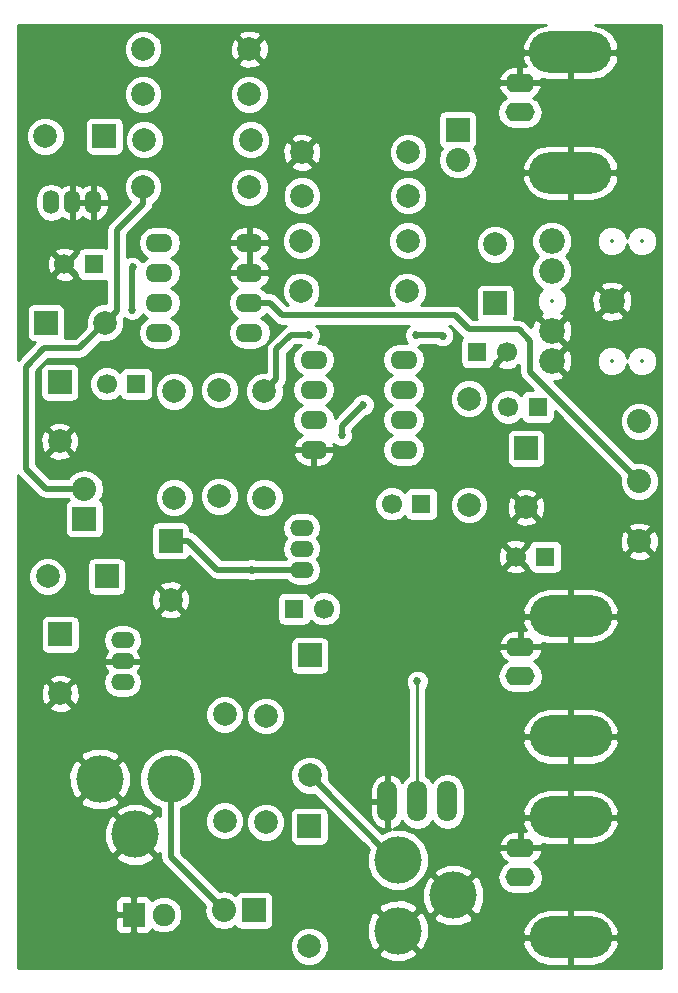
<source format=gbl>
%TF.GenerationSoftware,KiCad,Pcbnew,4.0.5-e0-6337~49~ubuntu16.04.1*%
%TF.CreationDate,2017-02-23T10:11:07-08:00*%
%TF.ProjectId,e202var-vlf-radio-receiver,653230327661722D766C662D72616469,v1.4*%
%TF.FileFunction,Copper,L2,Bot,Signal*%
%FSLAX46Y46*%
G04 Gerber Fmt 4.6, Leading zero omitted, Abs format (unit mm)*
G04 Created by KiCad (PCBNEW 4.0.5-e0-6337~49~ubuntu16.04.1) date Thu Feb 23 10:11:07 2017*
%MOMM*%
%LPD*%
G01*
G04 APERTURE LIST*
%ADD10C,0.350000*%
%ADD11O,2.300000X1.600000*%
%ADD12R,2.032000X2.032000*%
%ADD13O,2.032000X2.032000*%
%ADD14C,1.998980*%
%ADD15R,1.600000X1.600000*%
%ADD16C,1.700000*%
%ADD17O,2.000000X1.400000*%
%ADD18O,1.400000X2.000000*%
%ADD19R,1.900000X2.000000*%
%ADD20C,1.900000*%
%ADD21R,2.000000X2.000000*%
%ADD22C,2.000000*%
%ADD23C,2.032000*%
%ADD24R,1.998980X1.998980*%
%ADD25C,4.000000*%
%ADD26C,2.184400*%
%ADD27O,7.000240X3.500120*%
%ADD28O,2.499360X1.600200*%
%ADD29O,1.699260X3.500120*%
%ADD30C,0.685800*%
%ADD31C,0.508000*%
%ADD32C,0.254000*%
%ADD33C,0.330200*%
%ADD34C,0.350000*%
G04 APERTURE END LIST*
D10*
D11*
X78745080Y-64886840D03*
X78745080Y-62346840D03*
X78745080Y-59806840D03*
X78745080Y-57266840D03*
X71125080Y-57266840D03*
X71125080Y-59806840D03*
X71125080Y-62346840D03*
X71125080Y-64886840D03*
D12*
X64770000Y-80645000D03*
D13*
X64770000Y-78105000D03*
D14*
X80137000Y-106345500D03*
X80137000Y-97345500D03*
X69855080Y-48559720D03*
X78855080Y-48559720D03*
D15*
X69175000Y-69215000D03*
D16*
X66675000Y-69215000D03*
D15*
X93305000Y-79375000D03*
D16*
X90805000Y-79375000D03*
D15*
X103147500Y-71183500D03*
D16*
X100647500Y-71183500D03*
D15*
X98044000Y-66548000D03*
D16*
X100544000Y-66548000D03*
D15*
X82550000Y-88265000D03*
D16*
X85050000Y-88265000D03*
D12*
X79128620Y-113792000D03*
D13*
X76588620Y-113792000D03*
D12*
X96398080Y-47721520D03*
D13*
X96398080Y-50261520D03*
D17*
X83185000Y-83185000D03*
X83185000Y-84963000D03*
X83185000Y-81407000D03*
D18*
X63754000Y-53848000D03*
X61976000Y-53848000D03*
X65532000Y-53848000D03*
D14*
X78740000Y-52578000D03*
X69740000Y-52578000D03*
X83133420Y-61351160D03*
X92133420Y-61351160D03*
X72390000Y-69850000D03*
X72390000Y-78850000D03*
X69755240Y-40886380D03*
X78755240Y-40886380D03*
X92192620Y-49629060D03*
X83192620Y-49629060D03*
X83149440Y-57111900D03*
X92149440Y-57111900D03*
X97345500Y-70485000D03*
X97345500Y-79485000D03*
X92192620Y-53294280D03*
X83192620Y-53294280D03*
X80010000Y-78850000D03*
X80010000Y-69850000D03*
X76644500Y-97218500D03*
X76644500Y-106218500D03*
X76200000Y-78740000D03*
X76200000Y-69740000D03*
D17*
X68008500Y-92710000D03*
X68008500Y-94488000D03*
X68008500Y-90932000D03*
D14*
X78740000Y-44704000D03*
X69740000Y-44704000D03*
D19*
X68961000Y-114173000D03*
D20*
X71501000Y-114173000D03*
D21*
X72072500Y-82503000D03*
D22*
X72072500Y-87503000D03*
D11*
X84190840Y-67200780D03*
X84190840Y-69740780D03*
X84190840Y-72280780D03*
X84190840Y-74820780D03*
X91810840Y-74820780D03*
X91810840Y-72280780D03*
X91810840Y-69740780D03*
X91810840Y-67200780D03*
D23*
X111760000Y-72390000D03*
X111760000Y-77470000D03*
X111760000Y-82550000D03*
D14*
X83855560Y-102374700D03*
D24*
X83855560Y-92214700D03*
D14*
X83820000Y-116840000D03*
D24*
X83820000Y-106680000D03*
D21*
X66658500Y-85534500D03*
D22*
X61658500Y-85534500D03*
D21*
X62687200Y-69089260D03*
D22*
X62687200Y-74089260D03*
D21*
X99568000Y-62404000D03*
D22*
X99568000Y-57404000D03*
D21*
X102171500Y-74676000D03*
D22*
X102171500Y-79676000D03*
D21*
X61528960Y-64053720D03*
D22*
X66528960Y-64053720D03*
D21*
X66468000Y-48260000D03*
D22*
X61468000Y-48260000D03*
D21*
X62738000Y-90440500D03*
D22*
X62738000Y-95440500D03*
D25*
X72072500Y-102679500D03*
X66073020Y-102679500D03*
X69072760Y-107378500D03*
X91313000Y-109522260D03*
X91313000Y-115521740D03*
X96012000Y-112522000D03*
D26*
X104360980Y-67292220D03*
X104360980Y-64752220D03*
X104360980Y-59672220D03*
X104360980Y-57132220D03*
X109440980Y-62212220D03*
D27*
X105943400Y-105900220D03*
X105943400Y-116098320D03*
D28*
X101678740Y-110998000D03*
X101678740Y-108498640D03*
D27*
X105918000Y-41148000D03*
X105918000Y-51346100D03*
D28*
X101653340Y-46245780D03*
X101653340Y-43746420D03*
D27*
X105943400Y-88882220D03*
X105943400Y-99080320D03*
D28*
X101678740Y-93980000D03*
X101678740Y-91480640D03*
D29*
X92964000Y-104584500D03*
X90424000Y-104584500D03*
X95504000Y-104584500D03*
D15*
X65595500Y-59093100D03*
D16*
X63095500Y-59093100D03*
D15*
X103782500Y-83858100D03*
D16*
X101282500Y-83858100D03*
D30*
X95123000Y-65151000D03*
X92837000Y-65087500D03*
X83820000Y-65087500D03*
X88392000Y-70993000D03*
X86550500Y-73596500D03*
X78930500Y-84963000D03*
X68823840Y-62938660D03*
X68869560Y-59367420D03*
X92964000Y-94399100D03*
D31*
X83855560Y-102374700D02*
X91003120Y-109522260D01*
X91003120Y-109522260D02*
X91313000Y-109522260D01*
X61366400Y-66230500D02*
X64352180Y-66230500D01*
X64352180Y-66230500D02*
X66528960Y-64053720D01*
X59804300Y-67792600D02*
X61366400Y-66230500D01*
X59804300Y-76403200D02*
X59804300Y-67792600D01*
X61506100Y-78105000D02*
X59804300Y-76403200D01*
X64770000Y-78105000D02*
X61506100Y-78105000D01*
X69740000Y-52578000D02*
X69740000Y-53991492D01*
X69740000Y-53991492D02*
X67528959Y-56202533D01*
X67528959Y-56202533D02*
X67528959Y-63053721D01*
X67528959Y-63053721D02*
X66528960Y-64053720D01*
X92837000Y-65087500D02*
X95059500Y-65087500D01*
X95059500Y-65087500D02*
X95123000Y-65151000D01*
X92900500Y-65151000D02*
X92837000Y-65087500D01*
X82232500Y-65087500D02*
X83820000Y-65087500D01*
X81009489Y-66310511D02*
X82232500Y-65087500D01*
X81009489Y-66755011D02*
X81009489Y-66310511D01*
X80010000Y-69850000D02*
X81009489Y-68850511D01*
X81009489Y-68850511D02*
X81009489Y-66755011D01*
X86550500Y-72771000D02*
X88328500Y-70993000D01*
X88328500Y-70993000D02*
X88392000Y-70993000D01*
X86550500Y-73596500D02*
X86550500Y-72771000D01*
X83185000Y-84963000D02*
X78930500Y-84963000D01*
X78930500Y-84963000D02*
X76040500Y-84963000D01*
X76040500Y-84963000D02*
X73580500Y-82503000D01*
X73580500Y-82503000D02*
X72072500Y-82503000D01*
X68823840Y-62938660D02*
X68823840Y-59413140D01*
X68823840Y-59413140D02*
X68869560Y-59367420D01*
X102501700Y-65557400D02*
X102501700Y-68211700D01*
X102501700Y-68211700D02*
X103276400Y-68986400D01*
X103276400Y-68986400D02*
X111760000Y-77470000D01*
X101549200Y-64604900D02*
X102501700Y-65557400D01*
X97320100Y-64604900D02*
X101549200Y-64604900D01*
X96126300Y-63411100D02*
X97320100Y-64604900D01*
X81546700Y-63411100D02*
X96126300Y-63411100D01*
X80482440Y-62346840D02*
X81546700Y-63411100D01*
X78745080Y-62346840D02*
X80482440Y-62346840D01*
X78745080Y-62346840D02*
X78395080Y-62346840D01*
D32*
X92964000Y-104584500D02*
X92964000Y-94399100D01*
D31*
X76588620Y-113792000D02*
X72072500Y-109275880D01*
X72072500Y-109275880D02*
X72072500Y-102679500D01*
D32*
G36*
X103137884Y-38993093D02*
X102391645Y-39551311D01*
X101915831Y-40352610D01*
X101835454Y-40649987D01*
X101945255Y-41021000D01*
X105791000Y-41021000D01*
X105791000Y-41001000D01*
X106045000Y-41001000D01*
X106045000Y-41021000D01*
X109890745Y-41021000D01*
X110000546Y-40649987D01*
X109920169Y-40352610D01*
X109444355Y-39551311D01*
X108698116Y-38993093D01*
X107984419Y-38811200D01*
X113588800Y-38811200D01*
X113588800Y-118668800D01*
X59131200Y-118668800D01*
X59131200Y-117163694D01*
X82185226Y-117163694D01*
X82433538Y-117764655D01*
X82892927Y-118224846D01*
X83493453Y-118474206D01*
X84143694Y-118474774D01*
X84744655Y-118226462D01*
X85204846Y-117767073D01*
X85358612Y-117396762D01*
X89617584Y-117396762D01*
X89838353Y-117767483D01*
X90810012Y-118160859D01*
X91858247Y-118152453D01*
X92787647Y-117767483D01*
X93008416Y-117396762D01*
X91313000Y-115701345D01*
X89617584Y-117396762D01*
X85358612Y-117396762D01*
X85454206Y-117166547D01*
X85454774Y-116516306D01*
X85206462Y-115915345D01*
X84747073Y-115455154D01*
X84146547Y-115205794D01*
X83496306Y-115205226D01*
X82895345Y-115453538D01*
X82435154Y-115912927D01*
X82185794Y-116513453D01*
X82185226Y-117163694D01*
X59131200Y-117163694D01*
X59131200Y-114458750D01*
X67376000Y-114458750D01*
X67376000Y-115299309D01*
X67472673Y-115532698D01*
X67651301Y-115711327D01*
X67884690Y-115808000D01*
X68675250Y-115808000D01*
X68834000Y-115649250D01*
X68834000Y-114300000D01*
X67534750Y-114300000D01*
X67376000Y-114458750D01*
X59131200Y-114458750D01*
X59131200Y-113046691D01*
X67376000Y-113046691D01*
X67376000Y-113887250D01*
X67534750Y-114046000D01*
X68834000Y-114046000D01*
X68834000Y-112696750D01*
X69088000Y-112696750D01*
X69088000Y-114046000D01*
X69108000Y-114046000D01*
X69108000Y-114300000D01*
X69088000Y-114300000D01*
X69088000Y-115649250D01*
X69246750Y-115808000D01*
X70037310Y-115808000D01*
X70270699Y-115711327D01*
X70449327Y-115532698D01*
X70499012Y-115412749D01*
X70601997Y-115515914D01*
X71184341Y-115757724D01*
X71814893Y-115758275D01*
X72397657Y-115517481D01*
X72843914Y-115072003D01*
X73085724Y-114489659D01*
X73086275Y-113859107D01*
X72845481Y-113276343D01*
X72400003Y-112830086D01*
X71817659Y-112588276D01*
X71187107Y-112587725D01*
X70604343Y-112828519D01*
X70499133Y-112933545D01*
X70449327Y-112813302D01*
X70270699Y-112634673D01*
X70037310Y-112538000D01*
X69246750Y-112538000D01*
X69088000Y-112696750D01*
X68834000Y-112696750D01*
X68675250Y-112538000D01*
X67884690Y-112538000D01*
X67651301Y-112634673D01*
X67472673Y-112813302D01*
X67376000Y-113046691D01*
X59131200Y-113046691D01*
X59131200Y-109253522D01*
X67377344Y-109253522D01*
X67598113Y-109624243D01*
X68569772Y-110017619D01*
X69618007Y-110009213D01*
X70547407Y-109624243D01*
X70768176Y-109253522D01*
X69072760Y-107558105D01*
X67377344Y-109253522D01*
X59131200Y-109253522D01*
X59131200Y-106875512D01*
X66433641Y-106875512D01*
X66442047Y-107923747D01*
X66827017Y-108853147D01*
X67197738Y-109073916D01*
X68893155Y-107378500D01*
X69252365Y-107378500D01*
X70947782Y-109073916D01*
X71183500Y-108933543D01*
X71183500Y-109275880D01*
X71251171Y-109616086D01*
X71415797Y-109862466D01*
X71443882Y-109904498D01*
X74997583Y-113458199D01*
X74937620Y-113759655D01*
X74937620Y-113824345D01*
X75063295Y-114456155D01*
X75421187Y-114991778D01*
X75956810Y-115349670D01*
X76588620Y-115475345D01*
X77220430Y-115349670D01*
X77560412Y-115122501D01*
X77648530Y-115259441D01*
X77860730Y-115404431D01*
X78112620Y-115455440D01*
X80144620Y-115455440D01*
X80379937Y-115411162D01*
X80596061Y-115272090D01*
X80741051Y-115059890D01*
X80749381Y-115018752D01*
X88673881Y-115018752D01*
X88682287Y-116066987D01*
X89067257Y-116996387D01*
X89437978Y-117217156D01*
X91133395Y-115521740D01*
X91492605Y-115521740D01*
X93188022Y-117217156D01*
X93558743Y-116996387D01*
X93720704Y-116596333D01*
X101860854Y-116596333D01*
X101941231Y-116893710D01*
X102417045Y-117695009D01*
X103163284Y-118253227D01*
X104066340Y-118483380D01*
X105816400Y-118483380D01*
X105816400Y-116225320D01*
X106070400Y-116225320D01*
X106070400Y-118483380D01*
X107820460Y-118483380D01*
X108723516Y-118253227D01*
X109469755Y-117695009D01*
X109945569Y-116893710D01*
X110025946Y-116596333D01*
X109916145Y-116225320D01*
X106070400Y-116225320D01*
X105816400Y-116225320D01*
X101970655Y-116225320D01*
X101860854Y-116596333D01*
X93720704Y-116596333D01*
X93952119Y-116024728D01*
X93948716Y-115600307D01*
X101860854Y-115600307D01*
X101970655Y-115971320D01*
X105816400Y-115971320D01*
X105816400Y-113713260D01*
X106070400Y-113713260D01*
X106070400Y-115971320D01*
X109916145Y-115971320D01*
X110025946Y-115600307D01*
X109945569Y-115302930D01*
X109469755Y-114501631D01*
X108723516Y-113943413D01*
X107820460Y-113713260D01*
X106070400Y-113713260D01*
X105816400Y-113713260D01*
X104066340Y-113713260D01*
X103163284Y-113943413D01*
X102417045Y-114501631D01*
X101941231Y-115302930D01*
X101860854Y-115600307D01*
X93948716Y-115600307D01*
X93943713Y-114976493D01*
X93703689Y-114397022D01*
X94316584Y-114397022D01*
X94537353Y-114767743D01*
X95509012Y-115161119D01*
X96557247Y-115152713D01*
X97486647Y-114767743D01*
X97707416Y-114397022D01*
X96012000Y-112701605D01*
X94316584Y-114397022D01*
X93703689Y-114397022D01*
X93558743Y-114047093D01*
X93188022Y-113826324D01*
X91492605Y-115521740D01*
X91133395Y-115521740D01*
X89437978Y-113826324D01*
X89067257Y-114047093D01*
X88673881Y-115018752D01*
X80749381Y-115018752D01*
X80792060Y-114808000D01*
X80792060Y-113646718D01*
X89617584Y-113646718D01*
X91313000Y-115342135D01*
X93008416Y-113646718D01*
X92787647Y-113275997D01*
X91815988Y-112882621D01*
X90767753Y-112891027D01*
X89838353Y-113275997D01*
X89617584Y-113646718D01*
X80792060Y-113646718D01*
X80792060Y-112776000D01*
X80747782Y-112540683D01*
X80608710Y-112324559D01*
X80396510Y-112179569D01*
X80144620Y-112128560D01*
X78112620Y-112128560D01*
X77877303Y-112172838D01*
X77661179Y-112311910D01*
X77559422Y-112460837D01*
X77220430Y-112234330D01*
X76588620Y-112108655D01*
X76233207Y-112179351D01*
X72961500Y-108907644D01*
X72961500Y-106542194D01*
X75009726Y-106542194D01*
X75258038Y-107143155D01*
X75717427Y-107603346D01*
X76317953Y-107852706D01*
X76968194Y-107853274D01*
X77569155Y-107604962D01*
X78029346Y-107145573D01*
X78227155Y-106669194D01*
X78502226Y-106669194D01*
X78750538Y-107270155D01*
X79209927Y-107730346D01*
X79810453Y-107979706D01*
X80460694Y-107980274D01*
X81061655Y-107731962D01*
X81521846Y-107272573D01*
X81771206Y-106672047D01*
X81771774Y-106021806D01*
X81630754Y-105680510D01*
X82173070Y-105680510D01*
X82173070Y-107679490D01*
X82217348Y-107914807D01*
X82356420Y-108130931D01*
X82568620Y-108275921D01*
X82820510Y-108326930D01*
X84819490Y-108326930D01*
X85054807Y-108282652D01*
X85270931Y-108143580D01*
X85415921Y-107931380D01*
X85466930Y-107679490D01*
X85466930Y-105680510D01*
X85422652Y-105445193D01*
X85283580Y-105229069D01*
X85071380Y-105084079D01*
X84819490Y-105033070D01*
X82820510Y-105033070D01*
X82585193Y-105077348D01*
X82369069Y-105216420D01*
X82224079Y-105428620D01*
X82173070Y-105680510D01*
X81630754Y-105680510D01*
X81523462Y-105420845D01*
X81064073Y-104960654D01*
X80463547Y-104711294D01*
X79813306Y-104710726D01*
X79212345Y-104959038D01*
X78752154Y-105418427D01*
X78502794Y-106018953D01*
X78502226Y-106669194D01*
X78227155Y-106669194D01*
X78278706Y-106545047D01*
X78279274Y-105894806D01*
X78030962Y-105293845D01*
X77571573Y-104833654D01*
X76971047Y-104584294D01*
X76320806Y-104583726D01*
X75719845Y-104832038D01*
X75259654Y-105291427D01*
X75010294Y-105891953D01*
X75009726Y-106542194D01*
X72961500Y-106542194D01*
X72961500Y-105163247D01*
X73563158Y-104914647D01*
X74305042Y-104174057D01*
X74707042Y-103205933D01*
X74707485Y-102698394D01*
X82220786Y-102698394D01*
X82469098Y-103299355D01*
X82928487Y-103759546D01*
X83529013Y-104008906D01*
X84179254Y-104009474D01*
X84217355Y-103993731D01*
X88837188Y-108613564D01*
X88678458Y-108995827D01*
X88677543Y-110044094D01*
X89077853Y-111012918D01*
X89818443Y-111754802D01*
X90786567Y-112156802D01*
X91834834Y-112157717D01*
X92170525Y-112019012D01*
X93372881Y-112019012D01*
X93381287Y-113067247D01*
X93766257Y-113996647D01*
X94136978Y-114217416D01*
X95832395Y-112522000D01*
X96191605Y-112522000D01*
X97887022Y-114217416D01*
X98257743Y-113996647D01*
X98651119Y-113024988D01*
X98642713Y-111976753D01*
X98257743Y-111047353D01*
X98174869Y-110998000D01*
X99757137Y-110998000D01*
X99866377Y-111547189D01*
X100177468Y-112012769D01*
X100643048Y-112323860D01*
X101192237Y-112433100D01*
X102165243Y-112433100D01*
X102714432Y-112323860D01*
X103180012Y-112012769D01*
X103491103Y-111547189D01*
X103600343Y-110998000D01*
X103491103Y-110448811D01*
X103180012Y-109983231D01*
X102828821Y-109748572D01*
X103232892Y-109423607D01*
X103502781Y-108930497D01*
X103520323Y-108847695D01*
X103398336Y-108625640D01*
X101805740Y-108625640D01*
X101805740Y-108645640D01*
X101551740Y-108645640D01*
X101551740Y-108625640D01*
X99959144Y-108625640D01*
X99837157Y-108847695D01*
X99854699Y-108930497D01*
X100124588Y-109423607D01*
X100528659Y-109748572D01*
X100177468Y-109983231D01*
X99866377Y-110448811D01*
X99757137Y-110998000D01*
X98174869Y-110998000D01*
X97887022Y-110826584D01*
X96191605Y-112522000D01*
X95832395Y-112522000D01*
X94136978Y-110826584D01*
X93766257Y-111047353D01*
X93372881Y-112019012D01*
X92170525Y-112019012D01*
X92803658Y-111757407D01*
X93545542Y-111016817D01*
X93699112Y-110646978D01*
X94316584Y-110646978D01*
X96012000Y-112342395D01*
X97707416Y-110646978D01*
X97486647Y-110276257D01*
X96514988Y-109882881D01*
X95466753Y-109891287D01*
X94537353Y-110276257D01*
X94316584Y-110646978D01*
X93699112Y-110646978D01*
X93947542Y-110048693D01*
X93948457Y-109000426D01*
X93596897Y-108149585D01*
X99837157Y-108149585D01*
X99959144Y-108371640D01*
X101551740Y-108371640D01*
X101551740Y-107063540D01*
X101805740Y-107063540D01*
X101805740Y-108371640D01*
X103398336Y-108371640D01*
X103520323Y-108149585D01*
X103519547Y-108145924D01*
X104066340Y-108285280D01*
X105816400Y-108285280D01*
X105816400Y-106027220D01*
X106070400Y-106027220D01*
X106070400Y-108285280D01*
X107820460Y-108285280D01*
X108723516Y-108055127D01*
X109469755Y-107496909D01*
X109945569Y-106695610D01*
X110025946Y-106398233D01*
X109916145Y-106027220D01*
X106070400Y-106027220D01*
X105816400Y-106027220D01*
X101970655Y-106027220D01*
X101860854Y-106398233D01*
X101941231Y-106695610D01*
X102159709Y-107063540D01*
X101805740Y-107063540D01*
X101551740Y-107063540D01*
X101102160Y-107063540D01*
X100562638Y-107221381D01*
X100124588Y-107573673D01*
X99854699Y-108066783D01*
X99837157Y-108149585D01*
X93596897Y-108149585D01*
X93548147Y-108031602D01*
X92807557Y-107289718D01*
X91839433Y-106887718D01*
X90907913Y-106886905D01*
X91383989Y-106624524D01*
X91688484Y-106243627D01*
X91914208Y-106581448D01*
X92395857Y-106903275D01*
X92964000Y-107016286D01*
X93532143Y-106903275D01*
X94013792Y-106581448D01*
X94234000Y-106251883D01*
X94454208Y-106581448D01*
X94935857Y-106903275D01*
X95504000Y-107016286D01*
X96072143Y-106903275D01*
X96553792Y-106581448D01*
X96875619Y-106099799D01*
X96988630Y-105531656D01*
X96988630Y-105402207D01*
X101860854Y-105402207D01*
X101970655Y-105773220D01*
X105816400Y-105773220D01*
X105816400Y-103515160D01*
X106070400Y-103515160D01*
X106070400Y-105773220D01*
X109916145Y-105773220D01*
X110025946Y-105402207D01*
X109945569Y-105104830D01*
X109469755Y-104303531D01*
X108723516Y-103745313D01*
X107820460Y-103515160D01*
X106070400Y-103515160D01*
X105816400Y-103515160D01*
X104066340Y-103515160D01*
X103163284Y-103745313D01*
X102417045Y-104303531D01*
X101941231Y-105104830D01*
X101860854Y-105402207D01*
X96988630Y-105402207D01*
X96988630Y-103637344D01*
X96875619Y-103069201D01*
X96553792Y-102587552D01*
X96072143Y-102265725D01*
X95504000Y-102152714D01*
X94935857Y-102265725D01*
X94454208Y-102587552D01*
X94234000Y-102917117D01*
X94013792Y-102587552D01*
X93726000Y-102395256D01*
X93726000Y-99578333D01*
X101860854Y-99578333D01*
X101941231Y-99875710D01*
X102417045Y-100677009D01*
X103163284Y-101235227D01*
X104066340Y-101465380D01*
X105816400Y-101465380D01*
X105816400Y-99207320D01*
X106070400Y-99207320D01*
X106070400Y-101465380D01*
X107820460Y-101465380D01*
X108723516Y-101235227D01*
X109469755Y-100677009D01*
X109945569Y-99875710D01*
X110025946Y-99578333D01*
X109916145Y-99207320D01*
X106070400Y-99207320D01*
X105816400Y-99207320D01*
X101970655Y-99207320D01*
X101860854Y-99578333D01*
X93726000Y-99578333D01*
X93726000Y-98582307D01*
X101860854Y-98582307D01*
X101970655Y-98953320D01*
X105816400Y-98953320D01*
X105816400Y-96695260D01*
X106070400Y-96695260D01*
X106070400Y-98953320D01*
X109916145Y-98953320D01*
X110025946Y-98582307D01*
X109945569Y-98284930D01*
X109469755Y-97483631D01*
X108723516Y-96925413D01*
X107820460Y-96695260D01*
X106070400Y-96695260D01*
X105816400Y-96695260D01*
X104066340Y-96695260D01*
X103163284Y-96925413D01*
X102417045Y-97483631D01*
X101941231Y-98284930D01*
X101860854Y-98582307D01*
X93726000Y-98582307D01*
X93726000Y-95020183D01*
X93792540Y-94953759D01*
X93941730Y-94594470D01*
X93942069Y-94205437D01*
X93848921Y-93980000D01*
X99757137Y-93980000D01*
X99866377Y-94529189D01*
X100177468Y-94994769D01*
X100643048Y-95305860D01*
X101192237Y-95415100D01*
X102165243Y-95415100D01*
X102714432Y-95305860D01*
X103180012Y-94994769D01*
X103491103Y-94529189D01*
X103600343Y-93980000D01*
X103491103Y-93430811D01*
X103180012Y-92965231D01*
X102828821Y-92730572D01*
X103232892Y-92405607D01*
X103502781Y-91912497D01*
X103520323Y-91829695D01*
X103398336Y-91607640D01*
X101805740Y-91607640D01*
X101805740Y-91627640D01*
X101551740Y-91627640D01*
X101551740Y-91607640D01*
X99959144Y-91607640D01*
X99837157Y-91829695D01*
X99854699Y-91912497D01*
X100124588Y-92405607D01*
X100528659Y-92730572D01*
X100177468Y-92965231D01*
X99866377Y-93430811D01*
X99757137Y-93980000D01*
X93848921Y-93980000D01*
X93793507Y-93845888D01*
X93518659Y-93570560D01*
X93159370Y-93421370D01*
X92770337Y-93421031D01*
X92410788Y-93569593D01*
X92135460Y-93844441D01*
X91986270Y-94203730D01*
X91985931Y-94592763D01*
X92134493Y-94952312D01*
X92202000Y-95019937D01*
X92202000Y-102395256D01*
X91914208Y-102587552D01*
X91688484Y-102925373D01*
X91383989Y-102544476D01*
X90874810Y-102263851D01*
X90780832Y-102242960D01*
X90551000Y-102364286D01*
X90551000Y-104457500D01*
X90571000Y-104457500D01*
X90571000Y-104711500D01*
X90551000Y-104711500D01*
X90551000Y-106804714D01*
X90743676Y-106906426D01*
X89965894Y-107227798D01*
X87449596Y-104711500D01*
X88939370Y-104711500D01*
X88939370Y-105611930D01*
X89100982Y-106170406D01*
X89464011Y-106624524D01*
X89973190Y-106905149D01*
X90067168Y-106926040D01*
X90297000Y-106804714D01*
X90297000Y-104711500D01*
X88939370Y-104711500D01*
X87449596Y-104711500D01*
X86295166Y-103557070D01*
X88939370Y-103557070D01*
X88939370Y-104457500D01*
X90297000Y-104457500D01*
X90297000Y-102364286D01*
X90067168Y-102242960D01*
X89973190Y-102263851D01*
X89464011Y-102544476D01*
X89100982Y-102998594D01*
X88939370Y-103557070D01*
X86295166Y-103557070D01*
X85474972Y-102736876D01*
X85489766Y-102701247D01*
X85490334Y-102051006D01*
X85242022Y-101450045D01*
X84782633Y-100989854D01*
X84182107Y-100740494D01*
X83531866Y-100739926D01*
X82930905Y-100988238D01*
X82470714Y-101447627D01*
X82221354Y-102048153D01*
X82220786Y-102698394D01*
X74707485Y-102698394D01*
X74707957Y-102157666D01*
X74307647Y-101188842D01*
X73567057Y-100446958D01*
X72598933Y-100044958D01*
X71550666Y-100044043D01*
X70581842Y-100444353D01*
X69839958Y-101184943D01*
X69437958Y-102153067D01*
X69437043Y-103201334D01*
X69837353Y-104170158D01*
X70577943Y-104912042D01*
X71183500Y-105163491D01*
X71183500Y-105823457D01*
X70947782Y-105683084D01*
X69252365Y-107378500D01*
X68893155Y-107378500D01*
X67197738Y-105683084D01*
X66827017Y-105903853D01*
X66433641Y-106875512D01*
X59131200Y-106875512D01*
X59131200Y-105503478D01*
X67377344Y-105503478D01*
X69072760Y-107198895D01*
X70768176Y-105503478D01*
X70547407Y-105132757D01*
X69575748Y-104739381D01*
X68527513Y-104747787D01*
X67598113Y-105132757D01*
X67377344Y-105503478D01*
X59131200Y-105503478D01*
X59131200Y-104554522D01*
X64377604Y-104554522D01*
X64598373Y-104925243D01*
X65570032Y-105318619D01*
X66618267Y-105310213D01*
X67547667Y-104925243D01*
X67768436Y-104554522D01*
X66073020Y-102859105D01*
X64377604Y-104554522D01*
X59131200Y-104554522D01*
X59131200Y-102176512D01*
X63433901Y-102176512D01*
X63442307Y-103224747D01*
X63827277Y-104154147D01*
X64197998Y-104374916D01*
X65893415Y-102679500D01*
X66252625Y-102679500D01*
X67948042Y-104374916D01*
X68318763Y-104154147D01*
X68712139Y-103182488D01*
X68703733Y-102134253D01*
X68318763Y-101204853D01*
X67948042Y-100984084D01*
X66252625Y-102679500D01*
X65893415Y-102679500D01*
X64197998Y-100984084D01*
X63827277Y-101204853D01*
X63433901Y-102176512D01*
X59131200Y-102176512D01*
X59131200Y-100804478D01*
X64377604Y-100804478D01*
X66073020Y-102499895D01*
X67768436Y-100804478D01*
X67547667Y-100433757D01*
X66576008Y-100040381D01*
X65527773Y-100048787D01*
X64598373Y-100433757D01*
X64377604Y-100804478D01*
X59131200Y-100804478D01*
X59131200Y-97542194D01*
X75009726Y-97542194D01*
X75258038Y-98143155D01*
X75717427Y-98603346D01*
X76317953Y-98852706D01*
X76968194Y-98853274D01*
X77569155Y-98604962D01*
X78029346Y-98145573D01*
X78227155Y-97669194D01*
X78502226Y-97669194D01*
X78750538Y-98270155D01*
X79209927Y-98730346D01*
X79810453Y-98979706D01*
X80460694Y-98980274D01*
X81061655Y-98731962D01*
X81521846Y-98272573D01*
X81771206Y-97672047D01*
X81771774Y-97021806D01*
X81523462Y-96420845D01*
X81064073Y-95960654D01*
X80463547Y-95711294D01*
X79813306Y-95710726D01*
X79212345Y-95959038D01*
X78752154Y-96418427D01*
X78502794Y-97018953D01*
X78502226Y-97669194D01*
X78227155Y-97669194D01*
X78278706Y-97545047D01*
X78279274Y-96894806D01*
X78030962Y-96293845D01*
X77571573Y-95833654D01*
X76971047Y-95584294D01*
X76320806Y-95583726D01*
X75719845Y-95832038D01*
X75259654Y-96291427D01*
X75010294Y-96891953D01*
X75009726Y-97542194D01*
X59131200Y-97542194D01*
X59131200Y-96593032D01*
X61765073Y-96593032D01*
X61863736Y-96859887D01*
X62473461Y-97086408D01*
X63123460Y-97062356D01*
X63612264Y-96859887D01*
X63710927Y-96593032D01*
X62738000Y-95620105D01*
X61765073Y-96593032D01*
X59131200Y-96593032D01*
X59131200Y-95175961D01*
X61092092Y-95175961D01*
X61116144Y-95825960D01*
X61318613Y-96314764D01*
X61585468Y-96413427D01*
X62558395Y-95440500D01*
X62917605Y-95440500D01*
X63890532Y-96413427D01*
X64157387Y-96314764D01*
X64383908Y-95705039D01*
X64359856Y-95055040D01*
X64157387Y-94566236D01*
X63945782Y-94488000D01*
X66341468Y-94488000D01*
X66443089Y-94998882D01*
X66732480Y-95431988D01*
X67165586Y-95721379D01*
X67676468Y-95823000D01*
X68340532Y-95823000D01*
X68851414Y-95721379D01*
X69284520Y-95431988D01*
X69573911Y-94998882D01*
X69675532Y-94488000D01*
X69573911Y-93977118D01*
X69313616Y-93587558D01*
X69342290Y-93564185D01*
X69590480Y-93103550D01*
X69601216Y-93043329D01*
X69477874Y-92837000D01*
X68135500Y-92837000D01*
X68135500Y-92857000D01*
X67881500Y-92857000D01*
X67881500Y-92837000D01*
X66539126Y-92837000D01*
X66415784Y-93043329D01*
X66426520Y-93103550D01*
X66674710Y-93564185D01*
X66703384Y-93587558D01*
X66443089Y-93977118D01*
X66341468Y-94488000D01*
X63945782Y-94488000D01*
X63890532Y-94467573D01*
X62917605Y-95440500D01*
X62558395Y-95440500D01*
X61585468Y-94467573D01*
X61318613Y-94566236D01*
X61092092Y-95175961D01*
X59131200Y-95175961D01*
X59131200Y-94287968D01*
X61765073Y-94287968D01*
X62738000Y-95260895D01*
X63710927Y-94287968D01*
X63612264Y-94021113D01*
X63002539Y-93794592D01*
X62352540Y-93818644D01*
X61863736Y-94021113D01*
X61765073Y-94287968D01*
X59131200Y-94287968D01*
X59131200Y-89440500D01*
X61090560Y-89440500D01*
X61090560Y-91440500D01*
X61134838Y-91675817D01*
X61273910Y-91891941D01*
X61486110Y-92036931D01*
X61738000Y-92087940D01*
X63738000Y-92087940D01*
X63973317Y-92043662D01*
X64189441Y-91904590D01*
X64334431Y-91692390D01*
X64385440Y-91440500D01*
X64385440Y-90932000D01*
X66341468Y-90932000D01*
X66443089Y-91442882D01*
X66703384Y-91832442D01*
X66674710Y-91855815D01*
X66426520Y-92316450D01*
X66415784Y-92376671D01*
X66539126Y-92583000D01*
X67881500Y-92583000D01*
X67881500Y-92563000D01*
X68135500Y-92563000D01*
X68135500Y-92583000D01*
X69477874Y-92583000D01*
X69601216Y-92376671D01*
X69590480Y-92316450D01*
X69342290Y-91855815D01*
X69313616Y-91832442D01*
X69573911Y-91442882D01*
X69619197Y-91215210D01*
X82208630Y-91215210D01*
X82208630Y-93214190D01*
X82252908Y-93449507D01*
X82391980Y-93665631D01*
X82604180Y-93810621D01*
X82856070Y-93861630D01*
X84855050Y-93861630D01*
X85090367Y-93817352D01*
X85306491Y-93678280D01*
X85451481Y-93466080D01*
X85502490Y-93214190D01*
X85502490Y-91215210D01*
X85486755Y-91131585D01*
X99837157Y-91131585D01*
X99959144Y-91353640D01*
X101551740Y-91353640D01*
X101551740Y-90045540D01*
X101805740Y-90045540D01*
X101805740Y-91353640D01*
X103398336Y-91353640D01*
X103520323Y-91131585D01*
X103519547Y-91127924D01*
X104066340Y-91267280D01*
X105816400Y-91267280D01*
X105816400Y-89009220D01*
X106070400Y-89009220D01*
X106070400Y-91267280D01*
X107820460Y-91267280D01*
X108723516Y-91037127D01*
X109469755Y-90478909D01*
X109945569Y-89677610D01*
X110025946Y-89380233D01*
X109916145Y-89009220D01*
X106070400Y-89009220D01*
X105816400Y-89009220D01*
X101970655Y-89009220D01*
X101860854Y-89380233D01*
X101941231Y-89677610D01*
X102159709Y-90045540D01*
X101805740Y-90045540D01*
X101551740Y-90045540D01*
X101102160Y-90045540D01*
X100562638Y-90203381D01*
X100124588Y-90555673D01*
X99854699Y-91048783D01*
X99837157Y-91131585D01*
X85486755Y-91131585D01*
X85458212Y-90979893D01*
X85319140Y-90763769D01*
X85106940Y-90618779D01*
X84855050Y-90567770D01*
X82856070Y-90567770D01*
X82620753Y-90612048D01*
X82404629Y-90751120D01*
X82259639Y-90963320D01*
X82208630Y-91215210D01*
X69619197Y-91215210D01*
X69675532Y-90932000D01*
X69573911Y-90421118D01*
X69284520Y-89988012D01*
X68851414Y-89698621D01*
X68340532Y-89597000D01*
X67676468Y-89597000D01*
X67165586Y-89698621D01*
X66732480Y-89988012D01*
X66443089Y-90421118D01*
X66341468Y-90932000D01*
X64385440Y-90932000D01*
X64385440Y-89440500D01*
X64341162Y-89205183D01*
X64202090Y-88989059D01*
X63989890Y-88844069D01*
X63738000Y-88793060D01*
X61738000Y-88793060D01*
X61502683Y-88837338D01*
X61286559Y-88976410D01*
X61141569Y-89188610D01*
X61090560Y-89440500D01*
X59131200Y-89440500D01*
X59131200Y-88655532D01*
X71099573Y-88655532D01*
X71198236Y-88922387D01*
X71807961Y-89148908D01*
X72457960Y-89124856D01*
X72946764Y-88922387D01*
X73045427Y-88655532D01*
X72072500Y-87682605D01*
X71099573Y-88655532D01*
X59131200Y-88655532D01*
X59131200Y-87238461D01*
X70426592Y-87238461D01*
X70450644Y-87888460D01*
X70653113Y-88377264D01*
X70919968Y-88475927D01*
X71892895Y-87503000D01*
X72252105Y-87503000D01*
X73225032Y-88475927D01*
X73491887Y-88377264D01*
X73718408Y-87767539D01*
X73707214Y-87465000D01*
X81102560Y-87465000D01*
X81102560Y-89065000D01*
X81146838Y-89300317D01*
X81285910Y-89516441D01*
X81498110Y-89661431D01*
X81750000Y-89712440D01*
X83350000Y-89712440D01*
X83585317Y-89668162D01*
X83801441Y-89529090D01*
X83946431Y-89316890D01*
X83955765Y-89270796D01*
X84207717Y-89523188D01*
X84753319Y-89749742D01*
X85344089Y-89750257D01*
X85890086Y-89524656D01*
X86308188Y-89107283D01*
X86534742Y-88561681D01*
X86534896Y-88384207D01*
X101860854Y-88384207D01*
X101970655Y-88755220D01*
X105816400Y-88755220D01*
X105816400Y-86497160D01*
X106070400Y-86497160D01*
X106070400Y-88755220D01*
X109916145Y-88755220D01*
X110025946Y-88384207D01*
X109945569Y-88086830D01*
X109469755Y-87285531D01*
X108723516Y-86727313D01*
X107820460Y-86497160D01*
X106070400Y-86497160D01*
X105816400Y-86497160D01*
X104066340Y-86497160D01*
X103163284Y-86727313D01*
X102417045Y-87285531D01*
X101941231Y-88086830D01*
X101860854Y-88384207D01*
X86534896Y-88384207D01*
X86535257Y-87970911D01*
X86309656Y-87424914D01*
X85892283Y-87006812D01*
X85346681Y-86780258D01*
X84755911Y-86779743D01*
X84209914Y-87005344D01*
X83958226Y-87256594D01*
X83953162Y-87229683D01*
X83814090Y-87013559D01*
X83601890Y-86868569D01*
X83350000Y-86817560D01*
X81750000Y-86817560D01*
X81514683Y-86861838D01*
X81298559Y-87000910D01*
X81153569Y-87213110D01*
X81102560Y-87465000D01*
X73707214Y-87465000D01*
X73694356Y-87117540D01*
X73491887Y-86628736D01*
X73225032Y-86530073D01*
X72252105Y-87503000D01*
X71892895Y-87503000D01*
X70919968Y-86530073D01*
X70653113Y-86628736D01*
X70426592Y-87238461D01*
X59131200Y-87238461D01*
X59131200Y-85858295D01*
X60023216Y-85858295D01*
X60271606Y-86459443D01*
X60731137Y-86919778D01*
X61331852Y-87169216D01*
X61982295Y-87169784D01*
X62583443Y-86921394D01*
X63043778Y-86461863D01*
X63293216Y-85861148D01*
X63293784Y-85210705D01*
X63045394Y-84609557D01*
X62970469Y-84534500D01*
X65011060Y-84534500D01*
X65011060Y-86534500D01*
X65055338Y-86769817D01*
X65194410Y-86985941D01*
X65406610Y-87130931D01*
X65658500Y-87181940D01*
X67658500Y-87181940D01*
X67893817Y-87137662D01*
X68109941Y-86998590D01*
X68254931Y-86786390D01*
X68305940Y-86534500D01*
X68305940Y-86350468D01*
X71099573Y-86350468D01*
X72072500Y-87323395D01*
X73045427Y-86350468D01*
X72946764Y-86083613D01*
X72337039Y-85857092D01*
X71687040Y-85881144D01*
X71198236Y-86083613D01*
X71099573Y-86350468D01*
X68305940Y-86350468D01*
X68305940Y-84534500D01*
X68261662Y-84299183D01*
X68122590Y-84083059D01*
X67910390Y-83938069D01*
X67658500Y-83887060D01*
X65658500Y-83887060D01*
X65423183Y-83931338D01*
X65207059Y-84070410D01*
X65062069Y-84282610D01*
X65011060Y-84534500D01*
X62970469Y-84534500D01*
X62585863Y-84149222D01*
X61985148Y-83899784D01*
X61334705Y-83899216D01*
X60733557Y-84147606D01*
X60273222Y-84607137D01*
X60023784Y-85207852D01*
X60023216Y-85858295D01*
X59131200Y-85858295D01*
X59131200Y-76965246D01*
X59175682Y-77031818D01*
X60877482Y-78733618D01*
X61165895Y-78926330D01*
X61506100Y-78994000D01*
X63384179Y-78994000D01*
X63439499Y-79076792D01*
X63302559Y-79164910D01*
X63157569Y-79377110D01*
X63106560Y-79629000D01*
X63106560Y-81661000D01*
X63150838Y-81896317D01*
X63289910Y-82112441D01*
X63502110Y-82257431D01*
X63754000Y-82308440D01*
X65786000Y-82308440D01*
X66021317Y-82264162D01*
X66237441Y-82125090D01*
X66382431Y-81912890D01*
X66433440Y-81661000D01*
X66433440Y-81503000D01*
X70425060Y-81503000D01*
X70425060Y-83503000D01*
X70469338Y-83738317D01*
X70608410Y-83954441D01*
X70820610Y-84099431D01*
X71072500Y-84150440D01*
X73072500Y-84150440D01*
X73307817Y-84106162D01*
X73523941Y-83967090D01*
X73630865Y-83810601D01*
X75411882Y-85591618D01*
X75700294Y-85784329D01*
X76040500Y-85852000D01*
X78521445Y-85852000D01*
X78735130Y-85940730D01*
X79124163Y-85941069D01*
X79339727Y-85852000D01*
X81872238Y-85852000D01*
X81908980Y-85906988D01*
X82342086Y-86196379D01*
X82852968Y-86298000D01*
X83517032Y-86298000D01*
X84027914Y-86196379D01*
X84461020Y-85906988D01*
X84750411Y-85473882D01*
X84852032Y-84963000D01*
X84839910Y-84902058D01*
X100418147Y-84902058D01*
X100498420Y-85153359D01*
X101053779Y-85354818D01*
X101643958Y-85328415D01*
X102066580Y-85153359D01*
X102146853Y-84902058D01*
X101282500Y-84037705D01*
X100418147Y-84902058D01*
X84839910Y-84902058D01*
X84750411Y-84452118D01*
X84497762Y-84074000D01*
X84750411Y-83695882D01*
X84763639Y-83629379D01*
X99785782Y-83629379D01*
X99812185Y-84219558D01*
X99987241Y-84642180D01*
X100238542Y-84722453D01*
X101102895Y-83858100D01*
X101462105Y-83858100D01*
X102326458Y-84722453D01*
X102345995Y-84716212D01*
X102379338Y-84893417D01*
X102518410Y-85109541D01*
X102730610Y-85254531D01*
X102982500Y-85305540D01*
X104582500Y-85305540D01*
X104817817Y-85261262D01*
X105033941Y-85122190D01*
X105178931Y-84909990D01*
X105229940Y-84658100D01*
X105229940Y-83714107D01*
X110775498Y-83714107D01*
X110876120Y-83982622D01*
X111491642Y-84211816D01*
X112148019Y-84188014D01*
X112643880Y-83982622D01*
X112744502Y-83714107D01*
X111760000Y-82729605D01*
X110775498Y-83714107D01*
X105229940Y-83714107D01*
X105229940Y-83058100D01*
X105185662Y-82822783D01*
X105046590Y-82606659D01*
X104834390Y-82461669D01*
X104582500Y-82410660D01*
X102982500Y-82410660D01*
X102747183Y-82454938D01*
X102531059Y-82594010D01*
X102386069Y-82806210D01*
X102346777Y-83000238D01*
X102326458Y-82993747D01*
X101462105Y-83858100D01*
X101102895Y-83858100D01*
X100238542Y-82993747D01*
X99987241Y-83074020D01*
X99785782Y-83629379D01*
X84763639Y-83629379D01*
X84852032Y-83185000D01*
X84778264Y-82814142D01*
X100418147Y-82814142D01*
X101282500Y-83678495D01*
X102146853Y-82814142D01*
X102066580Y-82562841D01*
X101511221Y-82361382D01*
X100921042Y-82387785D01*
X100498420Y-82562841D01*
X100418147Y-82814142D01*
X84778264Y-82814142D01*
X84750411Y-82674118D01*
X84497762Y-82296000D01*
X84507355Y-82281642D01*
X110098184Y-82281642D01*
X110121986Y-82938019D01*
X110327378Y-83433880D01*
X110595893Y-83534502D01*
X111580395Y-82550000D01*
X111939605Y-82550000D01*
X112924107Y-83534502D01*
X113192622Y-83433880D01*
X113421816Y-82818358D01*
X113398014Y-82161981D01*
X113192622Y-81666120D01*
X112924107Y-81565498D01*
X111939605Y-82550000D01*
X111580395Y-82550000D01*
X110595893Y-81565498D01*
X110327378Y-81666120D01*
X110098184Y-82281642D01*
X84507355Y-82281642D01*
X84750411Y-81917882D01*
X84852032Y-81407000D01*
X84847834Y-81385893D01*
X110775498Y-81385893D01*
X111760000Y-82370395D01*
X112744502Y-81385893D01*
X112643880Y-81117378D01*
X112028358Y-80888184D01*
X111371981Y-80911986D01*
X110876120Y-81117378D01*
X110775498Y-81385893D01*
X84847834Y-81385893D01*
X84750411Y-80896118D01*
X84461020Y-80463012D01*
X84027914Y-80173621D01*
X83517032Y-80072000D01*
X82852968Y-80072000D01*
X82342086Y-80173621D01*
X81908980Y-80463012D01*
X81619589Y-80896118D01*
X81517968Y-81407000D01*
X81619589Y-81917882D01*
X81872238Y-82296000D01*
X81619589Y-82674118D01*
X81517968Y-83185000D01*
X81619589Y-83695882D01*
X81872238Y-84074000D01*
X79339555Y-84074000D01*
X79125870Y-83985270D01*
X78736837Y-83984931D01*
X78521273Y-84074000D01*
X76408736Y-84074000D01*
X74209118Y-81874382D01*
X74172628Y-81850000D01*
X73920706Y-81681671D01*
X73719940Y-81641736D01*
X73719940Y-81503000D01*
X73675662Y-81267683D01*
X73536590Y-81051559D01*
X73324390Y-80906569D01*
X73072500Y-80855560D01*
X71072500Y-80855560D01*
X70837183Y-80899838D01*
X70621059Y-81038910D01*
X70476069Y-81251110D01*
X70425060Y-81503000D01*
X66433440Y-81503000D01*
X66433440Y-79629000D01*
X66389162Y-79393683D01*
X66250090Y-79177559D01*
X66244434Y-79173694D01*
X70755226Y-79173694D01*
X71003538Y-79774655D01*
X71462927Y-80234846D01*
X72063453Y-80484206D01*
X72713694Y-80484774D01*
X73314655Y-80236462D01*
X73774846Y-79777073D01*
X74024206Y-79176547D01*
X74024304Y-79063694D01*
X74565226Y-79063694D01*
X74813538Y-79664655D01*
X75272927Y-80124846D01*
X75873453Y-80374206D01*
X76523694Y-80374774D01*
X77124655Y-80126462D01*
X77584846Y-79667073D01*
X77789714Y-79173694D01*
X78375226Y-79173694D01*
X78623538Y-79774655D01*
X79082927Y-80234846D01*
X79683453Y-80484206D01*
X80333694Y-80484774D01*
X80934655Y-80236462D01*
X81394846Y-79777073D01*
X81439684Y-79669089D01*
X89319743Y-79669089D01*
X89545344Y-80215086D01*
X89962717Y-80633188D01*
X90508319Y-80859742D01*
X91099089Y-80860257D01*
X91645086Y-80634656D01*
X91896774Y-80383406D01*
X91901838Y-80410317D01*
X92040910Y-80626441D01*
X92253110Y-80771431D01*
X92505000Y-80822440D01*
X94105000Y-80822440D01*
X94340317Y-80778162D01*
X94556441Y-80639090D01*
X94701431Y-80426890D01*
X94752440Y-80175000D01*
X94752440Y-79808694D01*
X95710726Y-79808694D01*
X95959038Y-80409655D01*
X96418427Y-80869846D01*
X97018953Y-81119206D01*
X97669194Y-81119774D01*
X98270155Y-80871462D01*
X98313159Y-80828532D01*
X101198573Y-80828532D01*
X101297236Y-81095387D01*
X101906961Y-81321908D01*
X102556960Y-81297856D01*
X103045764Y-81095387D01*
X103144427Y-80828532D01*
X102171500Y-79855605D01*
X101198573Y-80828532D01*
X98313159Y-80828532D01*
X98730346Y-80412073D01*
X98979706Y-79811547D01*
X98980055Y-79411461D01*
X100525592Y-79411461D01*
X100549644Y-80061460D01*
X100752113Y-80550264D01*
X101018968Y-80648927D01*
X101991895Y-79676000D01*
X102351105Y-79676000D01*
X103324032Y-80648927D01*
X103590887Y-80550264D01*
X103817408Y-79940539D01*
X103793356Y-79290540D01*
X103590887Y-78801736D01*
X103324032Y-78703073D01*
X102351105Y-79676000D01*
X101991895Y-79676000D01*
X101018968Y-78703073D01*
X100752113Y-78801736D01*
X100525592Y-79411461D01*
X98980055Y-79411461D01*
X98980274Y-79161306D01*
X98731962Y-78560345D01*
X98695150Y-78523468D01*
X101198573Y-78523468D01*
X102171500Y-79496395D01*
X103144427Y-78523468D01*
X103045764Y-78256613D01*
X102436039Y-78030092D01*
X101786040Y-78054144D01*
X101297236Y-78256613D01*
X101198573Y-78523468D01*
X98695150Y-78523468D01*
X98272573Y-78100154D01*
X97672047Y-77850794D01*
X97021806Y-77850226D01*
X96420845Y-78098538D01*
X95960654Y-78557927D01*
X95711294Y-79158453D01*
X95710726Y-79808694D01*
X94752440Y-79808694D01*
X94752440Y-78575000D01*
X94708162Y-78339683D01*
X94569090Y-78123559D01*
X94356890Y-77978569D01*
X94105000Y-77927560D01*
X92505000Y-77927560D01*
X92269683Y-77971838D01*
X92053559Y-78110910D01*
X91908569Y-78323110D01*
X91899235Y-78369204D01*
X91647283Y-78116812D01*
X91101681Y-77890258D01*
X90510911Y-77889743D01*
X89964914Y-78115344D01*
X89546812Y-78532717D01*
X89320258Y-79078319D01*
X89319743Y-79669089D01*
X81439684Y-79669089D01*
X81644206Y-79176547D01*
X81644774Y-78526306D01*
X81396462Y-77925345D01*
X80937073Y-77465154D01*
X80336547Y-77215794D01*
X79686306Y-77215226D01*
X79085345Y-77463538D01*
X78625154Y-77922927D01*
X78375794Y-78523453D01*
X78375226Y-79173694D01*
X77789714Y-79173694D01*
X77834206Y-79066547D01*
X77834774Y-78416306D01*
X77586462Y-77815345D01*
X77127073Y-77355154D01*
X76526547Y-77105794D01*
X75876306Y-77105226D01*
X75275345Y-77353538D01*
X74815154Y-77812927D01*
X74565794Y-78413453D01*
X74565226Y-79063694D01*
X74024304Y-79063694D01*
X74024774Y-78526306D01*
X73776462Y-77925345D01*
X73317073Y-77465154D01*
X72716547Y-77215794D01*
X72066306Y-77215226D01*
X71465345Y-77463538D01*
X71005154Y-77922927D01*
X70755794Y-78523453D01*
X70755226Y-79173694D01*
X66244434Y-79173694D01*
X66101163Y-79075802D01*
X66327670Y-78736810D01*
X66453345Y-78105000D01*
X66327670Y-77473190D01*
X65969778Y-76937567D01*
X65434155Y-76579675D01*
X64802345Y-76454000D01*
X64737655Y-76454000D01*
X64105845Y-76579675D01*
X63570222Y-76937567D01*
X63384179Y-77216000D01*
X61874336Y-77216000D01*
X60693300Y-76034964D01*
X60693300Y-75241792D01*
X61714273Y-75241792D01*
X61812936Y-75508647D01*
X62422661Y-75735168D01*
X63072660Y-75711116D01*
X63561464Y-75508647D01*
X63660127Y-75241792D01*
X63588154Y-75169819D01*
X82448936Y-75169819D01*
X82466473Y-75252599D01*
X82736340Y-75745676D01*
X83174357Y-76097946D01*
X83713840Y-76255780D01*
X84063840Y-76255780D01*
X84063840Y-74947780D01*
X84317840Y-74947780D01*
X84317840Y-76255780D01*
X84667840Y-76255780D01*
X85207323Y-76097946D01*
X85645340Y-75745676D01*
X85915207Y-75252599D01*
X85932744Y-75169819D01*
X85810755Y-74947780D01*
X84317840Y-74947780D01*
X84063840Y-74947780D01*
X82570925Y-74947780D01*
X82448936Y-75169819D01*
X63588154Y-75169819D01*
X62687200Y-74268865D01*
X61714273Y-75241792D01*
X60693300Y-75241792D01*
X60693300Y-73824721D01*
X61041292Y-73824721D01*
X61065344Y-74474720D01*
X61267813Y-74963524D01*
X61534668Y-75062187D01*
X62507595Y-74089260D01*
X62866805Y-74089260D01*
X63839732Y-75062187D01*
X64106587Y-74963524D01*
X64333108Y-74353799D01*
X64309056Y-73703800D01*
X64106587Y-73214996D01*
X63839732Y-73116333D01*
X62866805Y-74089260D01*
X62507595Y-74089260D01*
X61534668Y-73116333D01*
X61267813Y-73214996D01*
X61041292Y-73824721D01*
X60693300Y-73824721D01*
X60693300Y-72936728D01*
X61714273Y-72936728D01*
X62687200Y-73909655D01*
X63660127Y-72936728D01*
X63561464Y-72669873D01*
X62951739Y-72443352D01*
X62301740Y-72467404D01*
X61812936Y-72669873D01*
X61714273Y-72936728D01*
X60693300Y-72936728D01*
X60693300Y-68160836D01*
X60764876Y-68089260D01*
X61039760Y-68089260D01*
X61039760Y-70089260D01*
X61084038Y-70324577D01*
X61223110Y-70540701D01*
X61435310Y-70685691D01*
X61687200Y-70736700D01*
X63687200Y-70736700D01*
X63922517Y-70692422D01*
X64138641Y-70553350D01*
X64283631Y-70341150D01*
X64334640Y-70089260D01*
X64334640Y-69509089D01*
X65189743Y-69509089D01*
X65415344Y-70055086D01*
X65832717Y-70473188D01*
X66378319Y-70699742D01*
X66969089Y-70700257D01*
X67515086Y-70474656D01*
X67766774Y-70223406D01*
X67771838Y-70250317D01*
X67910910Y-70466441D01*
X68123110Y-70611431D01*
X68375000Y-70662440D01*
X69975000Y-70662440D01*
X70210317Y-70618162D01*
X70426441Y-70479090D01*
X70571431Y-70266890D01*
X70590303Y-70173694D01*
X70755226Y-70173694D01*
X71003538Y-70774655D01*
X71462927Y-71234846D01*
X72063453Y-71484206D01*
X72713694Y-71484774D01*
X73314655Y-71236462D01*
X73774846Y-70777073D01*
X74024206Y-70176547D01*
X74024304Y-70063694D01*
X74565226Y-70063694D01*
X74813538Y-70664655D01*
X75272927Y-71124846D01*
X75873453Y-71374206D01*
X76523694Y-71374774D01*
X77124655Y-71126462D01*
X77584846Y-70667073D01*
X77834206Y-70066547D01*
X77834774Y-69416306D01*
X77586462Y-68815345D01*
X77127073Y-68355154D01*
X76526547Y-68105794D01*
X75876306Y-68105226D01*
X75275345Y-68353538D01*
X74815154Y-68812927D01*
X74565794Y-69413453D01*
X74565226Y-70063694D01*
X74024304Y-70063694D01*
X74024774Y-69526306D01*
X73776462Y-68925345D01*
X73317073Y-68465154D01*
X72716547Y-68215794D01*
X72066306Y-68215226D01*
X71465345Y-68463538D01*
X71005154Y-68922927D01*
X70755794Y-69523453D01*
X70755226Y-70173694D01*
X70590303Y-70173694D01*
X70622440Y-70015000D01*
X70622440Y-68415000D01*
X70578162Y-68179683D01*
X70439090Y-67963559D01*
X70226890Y-67818569D01*
X69975000Y-67767560D01*
X68375000Y-67767560D01*
X68139683Y-67811838D01*
X67923559Y-67950910D01*
X67778569Y-68163110D01*
X67769235Y-68209204D01*
X67517283Y-67956812D01*
X66971681Y-67730258D01*
X66380911Y-67729743D01*
X65834914Y-67955344D01*
X65416812Y-68372717D01*
X65190258Y-68918319D01*
X65189743Y-69509089D01*
X64334640Y-69509089D01*
X64334640Y-68089260D01*
X64290362Y-67853943D01*
X64151290Y-67637819D01*
X63939090Y-67492829D01*
X63687200Y-67441820D01*
X61687200Y-67441820D01*
X61451883Y-67486098D01*
X61235759Y-67625170D01*
X61090769Y-67837370D01*
X61039760Y-68089260D01*
X60764876Y-68089260D01*
X61734636Y-67119500D01*
X64352180Y-67119500D01*
X64692386Y-67051829D01*
X64980798Y-66859118D01*
X66166394Y-65673522D01*
X66202312Y-65688436D01*
X66852755Y-65689004D01*
X67453903Y-65440614D01*
X67914238Y-64981083D01*
X68163676Y-64380368D01*
X68164244Y-63729925D01*
X68148381Y-63691535D01*
X68157577Y-63682339D01*
X68168359Y-63666202D01*
X68269181Y-63767200D01*
X68628470Y-63916390D01*
X69017503Y-63916729D01*
X69377052Y-63768167D01*
X69652380Y-63493319D01*
X69714119Y-63344636D01*
X69725412Y-63361538D01*
X70107498Y-63616840D01*
X69725412Y-63872142D01*
X69414343Y-64337689D01*
X69305110Y-64886840D01*
X69414343Y-65435991D01*
X69725412Y-65901538D01*
X70190959Y-66212607D01*
X70740110Y-66321840D01*
X71510050Y-66321840D01*
X72059201Y-66212607D01*
X72524748Y-65901538D01*
X72835817Y-65435991D01*
X72945050Y-64886840D01*
X72835817Y-64337689D01*
X72524748Y-63872142D01*
X72142662Y-63616840D01*
X72524748Y-63361538D01*
X72835817Y-62895991D01*
X72945050Y-62346840D01*
X76925110Y-62346840D01*
X77034343Y-62895991D01*
X77345412Y-63361538D01*
X77727498Y-63616840D01*
X77345412Y-63872142D01*
X77034343Y-64337689D01*
X76925110Y-64886840D01*
X77034343Y-65435991D01*
X77345412Y-65901538D01*
X77810959Y-66212607D01*
X78360110Y-66321840D01*
X79130050Y-66321840D01*
X79679201Y-66212607D01*
X80144748Y-65901538D01*
X80455817Y-65435991D01*
X80565050Y-64886840D01*
X80455817Y-64337689D01*
X80144748Y-63872142D01*
X79762662Y-63616840D01*
X80144748Y-63361538D01*
X80182861Y-63304497D01*
X80918082Y-64039718D01*
X81206494Y-64232429D01*
X81546700Y-64300100D01*
X81841516Y-64300100D01*
X81701097Y-64393925D01*
X81603882Y-64458882D01*
X80380871Y-65681893D01*
X80188160Y-65970305D01*
X80120489Y-66310511D01*
X80120489Y-68215605D01*
X79686306Y-68215226D01*
X79085345Y-68463538D01*
X78625154Y-68922927D01*
X78375794Y-69523453D01*
X78375226Y-70173694D01*
X78623538Y-70774655D01*
X79082927Y-71234846D01*
X79683453Y-71484206D01*
X80333694Y-71484774D01*
X80934655Y-71236462D01*
X81394846Y-70777073D01*
X81644206Y-70176547D01*
X81644774Y-69526306D01*
X81629031Y-69488205D01*
X81638107Y-69479129D01*
X81810328Y-69221382D01*
X81830818Y-69190717D01*
X81898489Y-68850511D01*
X81898489Y-66678747D01*
X82600736Y-65976500D01*
X83104833Y-65976500D01*
X82791172Y-66186082D01*
X82480103Y-66651629D01*
X82370870Y-67200780D01*
X82480103Y-67749931D01*
X82791172Y-68215478D01*
X83173258Y-68470780D01*
X82791172Y-68726082D01*
X82480103Y-69191629D01*
X82370870Y-69740780D01*
X82480103Y-70289931D01*
X82791172Y-70755478D01*
X83173258Y-71010780D01*
X82791172Y-71266082D01*
X82480103Y-71731629D01*
X82370870Y-72280780D01*
X82480103Y-72829931D01*
X82791172Y-73295478D01*
X83168991Y-73547929D01*
X82736340Y-73895884D01*
X82466473Y-74388961D01*
X82448936Y-74471741D01*
X82570925Y-74693780D01*
X84063840Y-74693780D01*
X84063840Y-74673780D01*
X84317840Y-74673780D01*
X84317840Y-74693780D01*
X85810755Y-74693780D01*
X85932744Y-74471741D01*
X85915207Y-74388961D01*
X85861054Y-74290018D01*
X85995841Y-74425040D01*
X86355130Y-74574230D01*
X86744163Y-74574569D01*
X87103712Y-74426007D01*
X87379040Y-74151159D01*
X87528230Y-73791870D01*
X87528569Y-73402837D01*
X87439500Y-73187273D01*
X87439500Y-73139236D01*
X88623161Y-71955575D01*
X88945212Y-71822507D01*
X89220540Y-71547659D01*
X89369730Y-71188370D01*
X89370069Y-70799337D01*
X89221507Y-70439788D01*
X88946659Y-70164460D01*
X88587370Y-70015270D01*
X88198337Y-70014931D01*
X87838788Y-70163493D01*
X87563460Y-70438341D01*
X87519105Y-70545159D01*
X85973094Y-72091170D01*
X85901577Y-71731629D01*
X85590508Y-71266082D01*
X85208422Y-71010780D01*
X85590508Y-70755478D01*
X85901577Y-70289931D01*
X86010810Y-69740780D01*
X85901577Y-69191629D01*
X85590508Y-68726082D01*
X85208422Y-68470780D01*
X85590508Y-68215478D01*
X85901577Y-67749931D01*
X86010810Y-67200780D01*
X85901577Y-66651629D01*
X85590508Y-66186082D01*
X85124961Y-65875013D01*
X84575810Y-65765780D01*
X84524703Y-65765780D01*
X84648540Y-65642159D01*
X84797730Y-65282870D01*
X84798069Y-64893837D01*
X84649507Y-64534288D01*
X84415727Y-64300100D01*
X92241607Y-64300100D01*
X92008460Y-64532841D01*
X91859270Y-64892130D01*
X91858931Y-65281163D01*
X92007493Y-65640712D01*
X92132343Y-65765780D01*
X91425870Y-65765780D01*
X90876719Y-65875013D01*
X90411172Y-66186082D01*
X90100103Y-66651629D01*
X89990870Y-67200780D01*
X90100103Y-67749931D01*
X90411172Y-68215478D01*
X90793258Y-68470780D01*
X90411172Y-68726082D01*
X90100103Y-69191629D01*
X89990870Y-69740780D01*
X90100103Y-70289931D01*
X90411172Y-70755478D01*
X90793258Y-71010780D01*
X90411172Y-71266082D01*
X90100103Y-71731629D01*
X89990870Y-72280780D01*
X90100103Y-72829931D01*
X90411172Y-73295478D01*
X90793258Y-73550780D01*
X90411172Y-73806082D01*
X90100103Y-74271629D01*
X89990870Y-74820780D01*
X90100103Y-75369931D01*
X90411172Y-75835478D01*
X90876719Y-76146547D01*
X91425870Y-76255780D01*
X92195810Y-76255780D01*
X92744961Y-76146547D01*
X93210508Y-75835478D01*
X93521577Y-75369931D01*
X93630810Y-74820780D01*
X93521577Y-74271629D01*
X93210508Y-73806082D01*
X93015827Y-73676000D01*
X100524060Y-73676000D01*
X100524060Y-75676000D01*
X100568338Y-75911317D01*
X100707410Y-76127441D01*
X100919610Y-76272431D01*
X101171500Y-76323440D01*
X103171500Y-76323440D01*
X103406817Y-76279162D01*
X103622941Y-76140090D01*
X103767931Y-75927890D01*
X103818940Y-75676000D01*
X103818940Y-73676000D01*
X103774662Y-73440683D01*
X103635590Y-73224559D01*
X103423390Y-73079569D01*
X103171500Y-73028560D01*
X101171500Y-73028560D01*
X100936183Y-73072838D01*
X100720059Y-73211910D01*
X100575069Y-73424110D01*
X100524060Y-73676000D01*
X93015827Y-73676000D01*
X92828422Y-73550780D01*
X93210508Y-73295478D01*
X93521577Y-72829931D01*
X93630810Y-72280780D01*
X93521577Y-71731629D01*
X93210508Y-71266082D01*
X92828422Y-71010780D01*
X93130864Y-70808694D01*
X95710726Y-70808694D01*
X95959038Y-71409655D01*
X96418427Y-71869846D01*
X97018953Y-72119206D01*
X97669194Y-72119774D01*
X98270155Y-71871462D01*
X98730346Y-71412073D01*
X98979706Y-70811547D01*
X98980274Y-70161306D01*
X98731962Y-69560345D01*
X98272573Y-69100154D01*
X97672047Y-68850794D01*
X97021806Y-68850226D01*
X96420845Y-69098538D01*
X95960654Y-69557927D01*
X95711294Y-70158453D01*
X95710726Y-70808694D01*
X93130864Y-70808694D01*
X93210508Y-70755478D01*
X93521577Y-70289931D01*
X93630810Y-69740780D01*
X93521577Y-69191629D01*
X93210508Y-68726082D01*
X92828422Y-68470780D01*
X93210508Y-68215478D01*
X93521577Y-67749931D01*
X93630810Y-67200780D01*
X93521577Y-66651629D01*
X93210508Y-66186082D01*
X93030147Y-66065569D01*
X93030663Y-66065569D01*
X93246227Y-65976500D01*
X94565306Y-65976500D01*
X94568341Y-65979540D01*
X94927630Y-66128730D01*
X95316663Y-66129069D01*
X95676212Y-65980507D01*
X95951540Y-65705659D01*
X96100730Y-65346370D01*
X96101069Y-64957337D01*
X95952507Y-64597788D01*
X95677659Y-64322460D01*
X95623810Y-64300100D01*
X95758064Y-64300100D01*
X96691482Y-65233518D01*
X96784516Y-65295681D01*
X96647569Y-65496110D01*
X96596560Y-65748000D01*
X96596560Y-67348000D01*
X96640838Y-67583317D01*
X96779910Y-67799441D01*
X96992110Y-67944431D01*
X97244000Y-67995440D01*
X98844000Y-67995440D01*
X99079317Y-67951162D01*
X99295441Y-67812090D01*
X99440431Y-67599890D01*
X99479723Y-67405862D01*
X99500042Y-67412353D01*
X100364395Y-66548000D01*
X100350253Y-66533858D01*
X100529858Y-66354253D01*
X100544000Y-66368395D01*
X100558143Y-66354253D01*
X100737748Y-66533858D01*
X100723605Y-66548000D01*
X100737748Y-66562143D01*
X100558143Y-66741748D01*
X100544000Y-66727605D01*
X99679647Y-67591958D01*
X99759920Y-67843259D01*
X100315279Y-68044718D01*
X100905458Y-68018315D01*
X101328080Y-67843259D01*
X101408352Y-67591960D01*
X101523062Y-67706670D01*
X101612700Y-67617032D01*
X101612700Y-68211700D01*
X101680371Y-68551906D01*
X101743373Y-68646195D01*
X101873082Y-68840318D01*
X102768824Y-69736060D01*
X102347500Y-69736060D01*
X102112183Y-69780338D01*
X101896059Y-69919410D01*
X101751069Y-70131610D01*
X101741735Y-70177704D01*
X101489783Y-69925312D01*
X100944181Y-69698758D01*
X100353411Y-69698243D01*
X99807414Y-69923844D01*
X99389312Y-70341217D01*
X99162758Y-70886819D01*
X99162243Y-71477589D01*
X99387844Y-72023586D01*
X99805217Y-72441688D01*
X100350819Y-72668242D01*
X100941589Y-72668757D01*
X101487586Y-72443156D01*
X101739274Y-72191906D01*
X101744338Y-72218817D01*
X101883410Y-72434941D01*
X102095610Y-72579931D01*
X102347500Y-72630940D01*
X103947500Y-72630940D01*
X104182817Y-72586662D01*
X104398941Y-72447590D01*
X104543931Y-72235390D01*
X104594940Y-71983500D01*
X104594940Y-71562176D01*
X110127957Y-77095193D01*
X110109287Y-77140155D01*
X110108714Y-77796963D01*
X110359534Y-78403995D01*
X110823563Y-78868834D01*
X111430155Y-79120713D01*
X112086963Y-79121286D01*
X112693995Y-78870466D01*
X113158834Y-78406437D01*
X113410713Y-77799845D01*
X113411286Y-77143037D01*
X113160466Y-76536005D01*
X112696437Y-76071166D01*
X112089845Y-75819287D01*
X111433037Y-75818714D01*
X111385565Y-75838329D01*
X108264199Y-72716963D01*
X110108714Y-72716963D01*
X110359534Y-73323995D01*
X110823563Y-73788834D01*
X111430155Y-74040713D01*
X112086963Y-74041286D01*
X112693995Y-73790466D01*
X113158834Y-73326437D01*
X113410713Y-72719845D01*
X113411286Y-72063037D01*
X113160466Y-71456005D01*
X112696437Y-70991166D01*
X112089845Y-70739287D01*
X111433037Y-70738714D01*
X110826005Y-70989534D01*
X110361166Y-71453563D01*
X110109287Y-72060155D01*
X110108714Y-72716963D01*
X108264199Y-72716963D01*
X104561007Y-69013771D01*
X104761186Y-69007181D01*
X105290652Y-68787869D01*
X105400602Y-68511447D01*
X104360980Y-67471825D01*
X104346838Y-67485968D01*
X104167233Y-67306363D01*
X104181375Y-67292220D01*
X104540585Y-67292220D01*
X105580207Y-68331842D01*
X105856629Y-68221892D01*
X106098549Y-67578765D01*
X106097479Y-67546246D01*
X108158057Y-67546246D01*
X108352925Y-68017862D01*
X108713440Y-68379006D01*
X109184716Y-68574697D01*
X109695006Y-68575143D01*
X110166622Y-68380275D01*
X110527766Y-68019760D01*
X110711189Y-67578028D01*
X110892925Y-68017862D01*
X111253440Y-68379006D01*
X111724716Y-68574697D01*
X112235006Y-68575143D01*
X112706622Y-68380275D01*
X113067766Y-68019760D01*
X113263457Y-67548484D01*
X113263903Y-67038194D01*
X113069035Y-66566578D01*
X112708520Y-66205434D01*
X112237244Y-66009743D01*
X111726954Y-66009297D01*
X111255338Y-66204165D01*
X110894194Y-66564680D01*
X110710771Y-67006412D01*
X110529035Y-66566578D01*
X110168520Y-66205434D01*
X109697244Y-66009743D01*
X109186954Y-66009297D01*
X108715338Y-66204165D01*
X108354194Y-66564680D01*
X108158503Y-67035956D01*
X108158057Y-67546246D01*
X106097479Y-67546246D01*
X106075941Y-66892014D01*
X105856629Y-66362548D01*
X105580207Y-66252598D01*
X104540585Y-67292220D01*
X104181375Y-67292220D01*
X104167233Y-67278078D01*
X104346838Y-67098473D01*
X104360980Y-67112615D01*
X105179816Y-66293779D01*
X105290652Y-66247869D01*
X105333534Y-66140061D01*
X105400602Y-66072993D01*
X105380406Y-66022220D01*
X105400602Y-65971447D01*
X105333534Y-65904379D01*
X105290652Y-65796571D01*
X105186577Y-65757422D01*
X104360980Y-64931825D01*
X104346838Y-64945968D01*
X104167233Y-64766363D01*
X104181375Y-64752220D01*
X104540585Y-64752220D01*
X105580207Y-65791842D01*
X105856629Y-65681892D01*
X106098549Y-65038765D01*
X106075941Y-64352014D01*
X105856629Y-63822548D01*
X105580207Y-63712598D01*
X104540585Y-64752220D01*
X104181375Y-64752220D01*
X103141753Y-63712598D01*
X102865331Y-63822548D01*
X102635383Y-64433847D01*
X102177818Y-63976282D01*
X102104333Y-63927181D01*
X101889406Y-63783571D01*
X101549200Y-63715900D01*
X101123428Y-63715900D01*
X101164431Y-63655890D01*
X101215440Y-63404000D01*
X101215440Y-61404000D01*
X101171162Y-61168683D01*
X101032090Y-60952559D01*
X100819890Y-60807569D01*
X100568000Y-60756560D01*
X98568000Y-60756560D01*
X98332683Y-60800838D01*
X98116559Y-60939910D01*
X97971569Y-61152110D01*
X97920560Y-61404000D01*
X97920560Y-63404000D01*
X97964838Y-63639317D01*
X98014118Y-63715900D01*
X97688336Y-63715900D01*
X96754918Y-62782482D01*
X96612088Y-62687046D01*
X96466506Y-62589771D01*
X96126300Y-62522100D01*
X93273973Y-62522100D01*
X93518266Y-62278233D01*
X93767626Y-61677707D01*
X93768194Y-61027466D01*
X93519882Y-60426505D01*
X93060493Y-59966314D01*
X92459967Y-59716954D01*
X91809726Y-59716386D01*
X91208765Y-59964698D01*
X90748574Y-60424087D01*
X90499214Y-61024613D01*
X90498646Y-61674854D01*
X90746958Y-62275815D01*
X90992814Y-62522100D01*
X84273973Y-62522100D01*
X84518266Y-62278233D01*
X84767626Y-61677707D01*
X84768194Y-61027466D01*
X84519882Y-60426505D01*
X84060493Y-59966314D01*
X83459967Y-59716954D01*
X82809726Y-59716386D01*
X82208765Y-59964698D01*
X81748574Y-60424087D01*
X81499214Y-61024613D01*
X81498646Y-61674854D01*
X81746958Y-62275815D01*
X81992814Y-62522100D01*
X81914936Y-62522100D01*
X81111058Y-61718222D01*
X81046153Y-61674854D01*
X80822646Y-61525511D01*
X80482440Y-61457840D01*
X80228737Y-61457840D01*
X80144748Y-61332142D01*
X79766929Y-61079691D01*
X80199580Y-60731736D01*
X80469447Y-60238659D01*
X80486984Y-60155879D01*
X80364995Y-59933840D01*
X78872080Y-59933840D01*
X78872080Y-59953840D01*
X78618080Y-59953840D01*
X78618080Y-59933840D01*
X77125165Y-59933840D01*
X77003176Y-60155879D01*
X77020713Y-60238659D01*
X77290580Y-60731736D01*
X77723231Y-61079691D01*
X77345412Y-61332142D01*
X77034343Y-61797689D01*
X76925110Y-62346840D01*
X72945050Y-62346840D01*
X72835817Y-61797689D01*
X72524748Y-61332142D01*
X72142662Y-61076840D01*
X72524748Y-60821538D01*
X72835817Y-60355991D01*
X72945050Y-59806840D01*
X72835817Y-59257689D01*
X72524748Y-58792142D01*
X72142662Y-58536840D01*
X72524748Y-58281538D01*
X72835817Y-57815991D01*
X72875621Y-57615879D01*
X77003176Y-57615879D01*
X77020713Y-57698659D01*
X77290580Y-58191736D01*
X77719687Y-58536840D01*
X77290580Y-58881944D01*
X77020713Y-59375021D01*
X77003176Y-59457801D01*
X77125165Y-59679840D01*
X78618080Y-59679840D01*
X78618080Y-57393840D01*
X78872080Y-57393840D01*
X78872080Y-59679840D01*
X80364995Y-59679840D01*
X80486984Y-59457801D01*
X80469447Y-59375021D01*
X80199580Y-58881944D01*
X79770473Y-58536840D01*
X80199580Y-58191736D01*
X80469447Y-57698659D01*
X80486984Y-57615879D01*
X80387935Y-57435594D01*
X81514666Y-57435594D01*
X81762978Y-58036555D01*
X82222367Y-58496746D01*
X82822893Y-58746106D01*
X83473134Y-58746674D01*
X84074095Y-58498362D01*
X84534286Y-58038973D01*
X84783646Y-57438447D01*
X84783648Y-57435594D01*
X90514666Y-57435594D01*
X90762978Y-58036555D01*
X91222367Y-58496746D01*
X91822893Y-58746106D01*
X92473134Y-58746674D01*
X93074095Y-58498362D01*
X93534286Y-58038973D01*
X93663498Y-57727795D01*
X97932716Y-57727795D01*
X98181106Y-58328943D01*
X98640637Y-58789278D01*
X99241352Y-59038716D01*
X99891795Y-59039284D01*
X100492943Y-58790894D01*
X100953278Y-58331363D01*
X101202716Y-57730648D01*
X101202939Y-57474274D01*
X102633481Y-57474274D01*
X102895877Y-58109322D01*
X103188349Y-58402305D01*
X102897585Y-58692562D01*
X102634080Y-59327151D01*
X102633481Y-60014274D01*
X102895877Y-60649322D01*
X103381322Y-61135615D01*
X103552616Y-61206743D01*
X103274194Y-61484680D01*
X103078503Y-61955956D01*
X103078057Y-62466246D01*
X103272925Y-62937862D01*
X103544341Y-63209751D01*
X103431308Y-63256571D01*
X103321358Y-63532993D01*
X104360980Y-64572615D01*
X105400602Y-63532993D01*
X105360211Y-63431447D01*
X108401358Y-63431447D01*
X108511308Y-63707869D01*
X109154435Y-63949789D01*
X109841186Y-63927181D01*
X110370652Y-63707869D01*
X110480602Y-63431447D01*
X109440980Y-62391825D01*
X108401358Y-63431447D01*
X105360211Y-63431447D01*
X105290652Y-63256571D01*
X105174261Y-63212789D01*
X105447766Y-62939760D01*
X105643457Y-62468484D01*
X105643903Y-61958194D01*
X105630467Y-61925675D01*
X107703411Y-61925675D01*
X107726019Y-62612426D01*
X107945331Y-63141892D01*
X108221753Y-63251842D01*
X109261375Y-62212220D01*
X109620585Y-62212220D01*
X110660207Y-63251842D01*
X110936629Y-63141892D01*
X111178549Y-62498765D01*
X111155941Y-61812014D01*
X110936629Y-61282548D01*
X110660207Y-61172598D01*
X109620585Y-62212220D01*
X109261375Y-62212220D01*
X108221753Y-61172598D01*
X107945331Y-61282548D01*
X107703411Y-61925675D01*
X105630467Y-61925675D01*
X105449035Y-61486578D01*
X105169800Y-61206856D01*
X105338082Y-61137323D01*
X105482664Y-60992993D01*
X108401358Y-60992993D01*
X109440980Y-62032615D01*
X110480602Y-60992993D01*
X110370652Y-60716571D01*
X109727525Y-60474651D01*
X109040774Y-60497259D01*
X108511308Y-60716571D01*
X108401358Y-60992993D01*
X105482664Y-60992993D01*
X105824375Y-60651878D01*
X106087880Y-60017289D01*
X106088479Y-59330166D01*
X105826083Y-58695118D01*
X105533611Y-58402135D01*
X105824375Y-58111878D01*
X106087880Y-57477289D01*
X106087959Y-57386246D01*
X108158057Y-57386246D01*
X108352925Y-57857862D01*
X108713440Y-58219006D01*
X109184716Y-58414697D01*
X109695006Y-58415143D01*
X110166622Y-58220275D01*
X110527766Y-57859760D01*
X110711189Y-57418028D01*
X110892925Y-57857862D01*
X111253440Y-58219006D01*
X111724716Y-58414697D01*
X112235006Y-58415143D01*
X112706622Y-58220275D01*
X113067766Y-57859760D01*
X113263457Y-57388484D01*
X113263903Y-56878194D01*
X113069035Y-56406578D01*
X112708520Y-56045434D01*
X112237244Y-55849743D01*
X111726954Y-55849297D01*
X111255338Y-56044165D01*
X110894194Y-56404680D01*
X110710771Y-56846412D01*
X110529035Y-56406578D01*
X110168520Y-56045434D01*
X109697244Y-55849743D01*
X109186954Y-55849297D01*
X108715338Y-56044165D01*
X108354194Y-56404680D01*
X108158503Y-56875956D01*
X108158057Y-57386246D01*
X106087959Y-57386246D01*
X106088479Y-56790166D01*
X105826083Y-56155118D01*
X105340638Y-55668825D01*
X104706049Y-55405320D01*
X104018926Y-55404721D01*
X103383878Y-55667117D01*
X102897585Y-56152562D01*
X102634080Y-56787151D01*
X102633481Y-57474274D01*
X101202939Y-57474274D01*
X101203284Y-57080205D01*
X100954894Y-56479057D01*
X100495363Y-56018722D01*
X99894648Y-55769284D01*
X99244205Y-55768716D01*
X98643057Y-56017106D01*
X98182722Y-56476637D01*
X97933284Y-57077352D01*
X97932716Y-57727795D01*
X93663498Y-57727795D01*
X93783646Y-57438447D01*
X93784214Y-56788206D01*
X93535902Y-56187245D01*
X93076513Y-55727054D01*
X92475987Y-55477694D01*
X91825746Y-55477126D01*
X91224785Y-55725438D01*
X90764594Y-56184827D01*
X90515234Y-56785353D01*
X90514666Y-57435594D01*
X84783648Y-57435594D01*
X84784214Y-56788206D01*
X84535902Y-56187245D01*
X84076513Y-55727054D01*
X83475987Y-55477694D01*
X82825746Y-55477126D01*
X82224785Y-55725438D01*
X81764594Y-56184827D01*
X81515234Y-56785353D01*
X81514666Y-57435594D01*
X80387935Y-57435594D01*
X80364995Y-57393840D01*
X78872080Y-57393840D01*
X78618080Y-57393840D01*
X77125165Y-57393840D01*
X77003176Y-57615879D01*
X72875621Y-57615879D01*
X72945050Y-57266840D01*
X72875622Y-56917801D01*
X77003176Y-56917801D01*
X77125165Y-57139840D01*
X78618080Y-57139840D01*
X78618080Y-55831840D01*
X78872080Y-55831840D01*
X78872080Y-57139840D01*
X80364995Y-57139840D01*
X80486984Y-56917801D01*
X80469447Y-56835021D01*
X80199580Y-56341944D01*
X79761563Y-55989674D01*
X79222080Y-55831840D01*
X78872080Y-55831840D01*
X78618080Y-55831840D01*
X78268080Y-55831840D01*
X77728597Y-55989674D01*
X77290580Y-56341944D01*
X77020713Y-56835021D01*
X77003176Y-56917801D01*
X72875622Y-56917801D01*
X72835817Y-56717689D01*
X72524748Y-56252142D01*
X72059201Y-55941073D01*
X71510050Y-55831840D01*
X70740110Y-55831840D01*
X70190959Y-55941073D01*
X69725412Y-56252142D01*
X69414343Y-56717689D01*
X69305110Y-57266840D01*
X69414343Y-57815991D01*
X69725412Y-58281538D01*
X70107498Y-58536840D01*
X69725412Y-58792142D01*
X69703500Y-58824936D01*
X69699067Y-58814208D01*
X69424219Y-58538880D01*
X69064930Y-58389690D01*
X68675897Y-58389351D01*
X68417959Y-58495928D01*
X68417959Y-56570769D01*
X70368618Y-54620110D01*
X70561329Y-54331698D01*
X70629000Y-53991492D01*
X70629000Y-53979194D01*
X70664655Y-53964462D01*
X71124846Y-53505073D01*
X71374206Y-52904547D01*
X71374208Y-52901694D01*
X77105226Y-52901694D01*
X77353538Y-53502655D01*
X77812927Y-53962846D01*
X78413453Y-54212206D01*
X79063694Y-54212774D01*
X79664655Y-53964462D01*
X80011747Y-53617974D01*
X81557846Y-53617974D01*
X81806158Y-54218935D01*
X82265547Y-54679126D01*
X82866073Y-54928486D01*
X83516314Y-54929054D01*
X84117275Y-54680742D01*
X84577466Y-54221353D01*
X84826826Y-53620827D01*
X84826828Y-53617974D01*
X90557846Y-53617974D01*
X90806158Y-54218935D01*
X91265547Y-54679126D01*
X91866073Y-54928486D01*
X92516314Y-54929054D01*
X93117275Y-54680742D01*
X93577466Y-54221353D01*
X93826826Y-53620827D01*
X93827394Y-52970586D01*
X93579082Y-52369625D01*
X93119693Y-51909434D01*
X92519167Y-51660074D01*
X91868926Y-51659506D01*
X91267965Y-51907818D01*
X90807774Y-52367207D01*
X90558414Y-52967733D01*
X90557846Y-53617974D01*
X84826828Y-53617974D01*
X84827394Y-52970586D01*
X84579082Y-52369625D01*
X84119693Y-51909434D01*
X83519167Y-51660074D01*
X82868926Y-51659506D01*
X82267965Y-51907818D01*
X81807774Y-52367207D01*
X81558414Y-52967733D01*
X81557846Y-53617974D01*
X80011747Y-53617974D01*
X80124846Y-53505073D01*
X80374206Y-52904547D01*
X80374774Y-52254306D01*
X80126462Y-51653345D01*
X79667073Y-51193154D01*
X79066547Y-50943794D01*
X78416306Y-50943226D01*
X77815345Y-51191538D01*
X77355154Y-51650927D01*
X77105794Y-52251453D01*
X77105226Y-52901694D01*
X71374208Y-52901694D01*
X71374774Y-52254306D01*
X71126462Y-51653345D01*
X70667073Y-51193154D01*
X70066547Y-50943794D01*
X69416306Y-50943226D01*
X68815345Y-51191538D01*
X68355154Y-51650927D01*
X68105794Y-52251453D01*
X68105226Y-52901694D01*
X68353538Y-53502655D01*
X68662300Y-53811956D01*
X66900341Y-55573915D01*
X66707630Y-55862327D01*
X66639959Y-56202533D01*
X66639959Y-57695164D01*
X66395500Y-57645660D01*
X64795500Y-57645660D01*
X64560183Y-57689938D01*
X64344059Y-57829010D01*
X64199069Y-58041210D01*
X64159777Y-58235238D01*
X64139458Y-58228747D01*
X63275105Y-59093100D01*
X64139458Y-59957453D01*
X64158995Y-59951212D01*
X64192338Y-60128417D01*
X64331410Y-60344541D01*
X64543610Y-60489531D01*
X64795500Y-60540540D01*
X66395500Y-60540540D01*
X66630817Y-60496262D01*
X66639959Y-60490379D01*
X66639959Y-62418816D01*
X66205165Y-62418436D01*
X65604017Y-62666826D01*
X65143682Y-63126357D01*
X64894244Y-63727072D01*
X64893676Y-64377515D01*
X64909539Y-64415905D01*
X63983944Y-65341500D01*
X63100868Y-65341500D01*
X63125391Y-65305610D01*
X63176400Y-65053720D01*
X63176400Y-63053720D01*
X63132122Y-62818403D01*
X62993050Y-62602279D01*
X62780850Y-62457289D01*
X62528960Y-62406280D01*
X60528960Y-62406280D01*
X60293643Y-62450558D01*
X60077519Y-62589630D01*
X59932529Y-62801830D01*
X59881520Y-63053720D01*
X59881520Y-65053720D01*
X59925798Y-65289037D01*
X60064870Y-65505161D01*
X60277070Y-65650151D01*
X60528960Y-65701160D01*
X60638504Y-65701160D01*
X59175682Y-67163982D01*
X59131200Y-67230554D01*
X59131200Y-60137058D01*
X62231147Y-60137058D01*
X62311420Y-60388359D01*
X62866779Y-60589818D01*
X63456958Y-60563415D01*
X63879580Y-60388359D01*
X63959853Y-60137058D01*
X63095500Y-59272705D01*
X62231147Y-60137058D01*
X59131200Y-60137058D01*
X59131200Y-58864379D01*
X61598782Y-58864379D01*
X61625185Y-59454558D01*
X61800241Y-59877180D01*
X62051542Y-59957453D01*
X62915895Y-59093100D01*
X62051542Y-58228747D01*
X61800241Y-58309020D01*
X61598782Y-58864379D01*
X59131200Y-58864379D01*
X59131200Y-58049142D01*
X62231147Y-58049142D01*
X63095500Y-58913495D01*
X63959853Y-58049142D01*
X63879580Y-57797841D01*
X63324221Y-57596382D01*
X62734042Y-57622785D01*
X62311420Y-57797841D01*
X62231147Y-58049142D01*
X59131200Y-58049142D01*
X59131200Y-53515968D01*
X60641000Y-53515968D01*
X60641000Y-54180032D01*
X60742621Y-54690914D01*
X61032012Y-55124020D01*
X61465118Y-55413411D01*
X61976000Y-55515032D01*
X62486882Y-55413411D01*
X62876442Y-55153116D01*
X62899815Y-55181790D01*
X63360450Y-55429980D01*
X63420671Y-55440716D01*
X63627000Y-55317374D01*
X63627000Y-53975000D01*
X63881000Y-53975000D01*
X63881000Y-55317374D01*
X64087329Y-55440716D01*
X64147550Y-55429980D01*
X64608185Y-55181790D01*
X64643000Y-55139079D01*
X64677815Y-55181790D01*
X65138450Y-55429980D01*
X65198671Y-55440716D01*
X65405000Y-55317374D01*
X65405000Y-53975000D01*
X65659000Y-53975000D01*
X65659000Y-55317374D01*
X65865329Y-55440716D01*
X65925550Y-55429980D01*
X66386185Y-55181790D01*
X66716778Y-54776215D01*
X66867000Y-54275000D01*
X66867000Y-53975000D01*
X65659000Y-53975000D01*
X65405000Y-53975000D01*
X63881000Y-53975000D01*
X63627000Y-53975000D01*
X63607000Y-53975000D01*
X63607000Y-53721000D01*
X63627000Y-53721000D01*
X63627000Y-52378626D01*
X63881000Y-52378626D01*
X63881000Y-53721000D01*
X65405000Y-53721000D01*
X65405000Y-52378626D01*
X65659000Y-52378626D01*
X65659000Y-53721000D01*
X66867000Y-53721000D01*
X66867000Y-53421000D01*
X66716778Y-52919785D01*
X66386185Y-52514210D01*
X65925550Y-52266020D01*
X65865329Y-52255284D01*
X65659000Y-52378626D01*
X65405000Y-52378626D01*
X65198671Y-52255284D01*
X65138450Y-52266020D01*
X64677815Y-52514210D01*
X64643000Y-52556921D01*
X64608185Y-52514210D01*
X64147550Y-52266020D01*
X64087329Y-52255284D01*
X63881000Y-52378626D01*
X63627000Y-52378626D01*
X63420671Y-52255284D01*
X63360450Y-52266020D01*
X62899815Y-52514210D01*
X62876442Y-52542884D01*
X62486882Y-52282589D01*
X61976000Y-52180968D01*
X61465118Y-52282589D01*
X61032012Y-52571980D01*
X60742621Y-53005086D01*
X60641000Y-53515968D01*
X59131200Y-53515968D01*
X59131200Y-50781223D01*
X82220063Y-50781223D01*
X82318662Y-51048025D01*
X82928202Y-51274461D01*
X83577997Y-51250401D01*
X84066578Y-51048025D01*
X84165177Y-50781223D01*
X83192620Y-49808665D01*
X82220063Y-50781223D01*
X59131200Y-50781223D01*
X59131200Y-48583795D01*
X59832716Y-48583795D01*
X60081106Y-49184943D01*
X60540637Y-49645278D01*
X61141352Y-49894716D01*
X61791795Y-49895284D01*
X62392943Y-49646894D01*
X62853278Y-49187363D01*
X63102716Y-48586648D01*
X63103284Y-47936205D01*
X62854894Y-47335057D01*
X62779969Y-47260000D01*
X64820560Y-47260000D01*
X64820560Y-49260000D01*
X64864838Y-49495317D01*
X65003910Y-49711441D01*
X65216110Y-49856431D01*
X65468000Y-49907440D01*
X67468000Y-49907440D01*
X67703317Y-49863162D01*
X67919441Y-49724090D01*
X68064431Y-49511890D01*
X68115440Y-49260000D01*
X68115440Y-48883414D01*
X68220306Y-48883414D01*
X68468618Y-49484375D01*
X68928007Y-49944566D01*
X69528533Y-50193926D01*
X70178774Y-50194494D01*
X70779735Y-49946182D01*
X71239926Y-49486793D01*
X71489286Y-48886267D01*
X71489288Y-48883414D01*
X77220306Y-48883414D01*
X77468618Y-49484375D01*
X77928007Y-49944566D01*
X78528533Y-50193926D01*
X79178774Y-50194494D01*
X79779735Y-49946182D01*
X80239926Y-49486793D01*
X80290647Y-49364642D01*
X81547219Y-49364642D01*
X81571279Y-50014437D01*
X81773655Y-50503018D01*
X82040457Y-50601617D01*
X83013015Y-49629060D01*
X83372225Y-49629060D01*
X84344783Y-50601617D01*
X84611585Y-50503018D01*
X84816000Y-49952754D01*
X90557846Y-49952754D01*
X90806158Y-50553715D01*
X91265547Y-51013906D01*
X91866073Y-51263266D01*
X92516314Y-51263834D01*
X93117275Y-51015522D01*
X93577466Y-50556133D01*
X93699799Y-50261520D01*
X94714735Y-50261520D01*
X94840410Y-50893330D01*
X95198302Y-51428953D01*
X95733925Y-51786845D01*
X96365735Y-51912520D01*
X96430425Y-51912520D01*
X96774329Y-51844113D01*
X101835454Y-51844113D01*
X101915831Y-52141490D01*
X102391645Y-52942789D01*
X103137884Y-53501007D01*
X104040940Y-53731160D01*
X105791000Y-53731160D01*
X105791000Y-51473100D01*
X106045000Y-51473100D01*
X106045000Y-53731160D01*
X107795060Y-53731160D01*
X108698116Y-53501007D01*
X109444355Y-52942789D01*
X109920169Y-52141490D01*
X110000546Y-51844113D01*
X109890745Y-51473100D01*
X106045000Y-51473100D01*
X105791000Y-51473100D01*
X101945255Y-51473100D01*
X101835454Y-51844113D01*
X96774329Y-51844113D01*
X97062235Y-51786845D01*
X97597858Y-51428953D01*
X97955750Y-50893330D01*
X97964749Y-50848087D01*
X101835454Y-50848087D01*
X101945255Y-51219100D01*
X105791000Y-51219100D01*
X105791000Y-48961040D01*
X106045000Y-48961040D01*
X106045000Y-51219100D01*
X109890745Y-51219100D01*
X110000546Y-50848087D01*
X109920169Y-50550710D01*
X109444355Y-49749411D01*
X108698116Y-49191193D01*
X107795060Y-48961040D01*
X106045000Y-48961040D01*
X105791000Y-48961040D01*
X104040940Y-48961040D01*
X103137884Y-49191193D01*
X102391645Y-49749411D01*
X101915831Y-50550710D01*
X101835454Y-50848087D01*
X97964749Y-50848087D01*
X98081425Y-50261520D01*
X97955750Y-49629710D01*
X97728581Y-49289728D01*
X97865521Y-49201610D01*
X98010511Y-48989410D01*
X98061520Y-48737520D01*
X98061520Y-46705520D01*
X98017242Y-46470203D01*
X97878170Y-46254079D01*
X97866025Y-46245780D01*
X99731737Y-46245780D01*
X99840977Y-46794969D01*
X100152068Y-47260549D01*
X100617648Y-47571640D01*
X101166837Y-47680880D01*
X102139843Y-47680880D01*
X102689032Y-47571640D01*
X103154612Y-47260549D01*
X103465703Y-46794969D01*
X103574943Y-46245780D01*
X103465703Y-45696591D01*
X103154612Y-45231011D01*
X102803421Y-44996352D01*
X103207492Y-44671387D01*
X103477381Y-44178277D01*
X103494923Y-44095475D01*
X103372936Y-43873420D01*
X101780340Y-43873420D01*
X101780340Y-43893420D01*
X101526340Y-43893420D01*
X101526340Y-43873420D01*
X99933744Y-43873420D01*
X99811757Y-44095475D01*
X99829299Y-44178277D01*
X100099188Y-44671387D01*
X100503259Y-44996352D01*
X100152068Y-45231011D01*
X99840977Y-45696591D01*
X99731737Y-46245780D01*
X97866025Y-46245780D01*
X97665970Y-46109089D01*
X97414080Y-46058080D01*
X95382080Y-46058080D01*
X95146763Y-46102358D01*
X94930639Y-46241430D01*
X94785649Y-46453630D01*
X94734640Y-46705520D01*
X94734640Y-48737520D01*
X94778918Y-48972837D01*
X94917990Y-49188961D01*
X95066917Y-49290718D01*
X94840410Y-49629710D01*
X94714735Y-50261520D01*
X93699799Y-50261520D01*
X93826826Y-49955607D01*
X93827394Y-49305366D01*
X93579082Y-48704405D01*
X93119693Y-48244214D01*
X92519167Y-47994854D01*
X91868926Y-47994286D01*
X91267965Y-48242598D01*
X90807774Y-48701987D01*
X90558414Y-49302513D01*
X90557846Y-49952754D01*
X84816000Y-49952754D01*
X84838021Y-49893478D01*
X84813961Y-49243683D01*
X84611585Y-48755102D01*
X84344783Y-48656503D01*
X83372225Y-49629060D01*
X83013015Y-49629060D01*
X82040457Y-48656503D01*
X81773655Y-48755102D01*
X81547219Y-49364642D01*
X80290647Y-49364642D01*
X80489286Y-48886267D01*
X80489643Y-48476897D01*
X82220063Y-48476897D01*
X83192620Y-49449455D01*
X84165177Y-48476897D01*
X84066578Y-48210095D01*
X83457038Y-47983659D01*
X82807243Y-48007719D01*
X82318662Y-48210095D01*
X82220063Y-48476897D01*
X80489643Y-48476897D01*
X80489854Y-48236026D01*
X80241542Y-47635065D01*
X79782153Y-47174874D01*
X79181627Y-46925514D01*
X78531386Y-46924946D01*
X77930425Y-47173258D01*
X77470234Y-47632647D01*
X77220874Y-48233173D01*
X77220306Y-48883414D01*
X71489288Y-48883414D01*
X71489854Y-48236026D01*
X71241542Y-47635065D01*
X70782153Y-47174874D01*
X70181627Y-46925514D01*
X69531386Y-46924946D01*
X68930425Y-47173258D01*
X68470234Y-47632647D01*
X68220874Y-48233173D01*
X68220306Y-48883414D01*
X68115440Y-48883414D01*
X68115440Y-47260000D01*
X68071162Y-47024683D01*
X67932090Y-46808559D01*
X67719890Y-46663569D01*
X67468000Y-46612560D01*
X65468000Y-46612560D01*
X65232683Y-46656838D01*
X65016559Y-46795910D01*
X64871569Y-47008110D01*
X64820560Y-47260000D01*
X62779969Y-47260000D01*
X62395363Y-46874722D01*
X61794648Y-46625284D01*
X61144205Y-46624716D01*
X60543057Y-46873106D01*
X60082722Y-47332637D01*
X59833284Y-47933352D01*
X59832716Y-48583795D01*
X59131200Y-48583795D01*
X59131200Y-45027694D01*
X68105226Y-45027694D01*
X68353538Y-45628655D01*
X68812927Y-46088846D01*
X69413453Y-46338206D01*
X70063694Y-46338774D01*
X70664655Y-46090462D01*
X71124846Y-45631073D01*
X71374206Y-45030547D01*
X71374208Y-45027694D01*
X77105226Y-45027694D01*
X77353538Y-45628655D01*
X77812927Y-46088846D01*
X78413453Y-46338206D01*
X79063694Y-46338774D01*
X79664655Y-46090462D01*
X80124846Y-45631073D01*
X80374206Y-45030547D01*
X80374774Y-44380306D01*
X80126462Y-43779345D01*
X79745148Y-43397365D01*
X99811757Y-43397365D01*
X99933744Y-43619420D01*
X101526340Y-43619420D01*
X101526340Y-42311320D01*
X101780340Y-42311320D01*
X101780340Y-43619420D01*
X103372936Y-43619420D01*
X103494923Y-43397365D01*
X103494147Y-43393704D01*
X104040940Y-43533060D01*
X105791000Y-43533060D01*
X105791000Y-41275000D01*
X106045000Y-41275000D01*
X106045000Y-43533060D01*
X107795060Y-43533060D01*
X108698116Y-43302907D01*
X109444355Y-42744689D01*
X109920169Y-41943390D01*
X110000546Y-41646013D01*
X109890745Y-41275000D01*
X106045000Y-41275000D01*
X105791000Y-41275000D01*
X101945255Y-41275000D01*
X101835454Y-41646013D01*
X101915831Y-41943390D01*
X102134309Y-42311320D01*
X101780340Y-42311320D01*
X101526340Y-42311320D01*
X101076760Y-42311320D01*
X100537238Y-42469161D01*
X100099188Y-42821453D01*
X99829299Y-43314563D01*
X99811757Y-43397365D01*
X79745148Y-43397365D01*
X79667073Y-43319154D01*
X79066547Y-43069794D01*
X78416306Y-43069226D01*
X77815345Y-43317538D01*
X77355154Y-43776927D01*
X77105794Y-44377453D01*
X77105226Y-45027694D01*
X71374208Y-45027694D01*
X71374774Y-44380306D01*
X71126462Y-43779345D01*
X70667073Y-43319154D01*
X70066547Y-43069794D01*
X69416306Y-43069226D01*
X68815345Y-43317538D01*
X68355154Y-43776927D01*
X68105794Y-44377453D01*
X68105226Y-45027694D01*
X59131200Y-45027694D01*
X59131200Y-41210074D01*
X68120466Y-41210074D01*
X68368778Y-41811035D01*
X68828167Y-42271226D01*
X69428693Y-42520586D01*
X70078934Y-42521154D01*
X70679895Y-42272842D01*
X70914603Y-42038543D01*
X77782683Y-42038543D01*
X77881282Y-42305345D01*
X78490822Y-42531781D01*
X79140617Y-42507721D01*
X79629198Y-42305345D01*
X79727797Y-42038543D01*
X78755240Y-41065985D01*
X77782683Y-42038543D01*
X70914603Y-42038543D01*
X71140086Y-41813453D01*
X71389446Y-41212927D01*
X71389962Y-40621962D01*
X77109839Y-40621962D01*
X77133899Y-41271757D01*
X77336275Y-41760338D01*
X77603077Y-41858937D01*
X78575635Y-40886380D01*
X78934845Y-40886380D01*
X79907403Y-41858937D01*
X80174205Y-41760338D01*
X80400641Y-41150798D01*
X80376581Y-40501003D01*
X80174205Y-40012422D01*
X79907403Y-39913823D01*
X78934845Y-40886380D01*
X78575635Y-40886380D01*
X77603077Y-39913823D01*
X77336275Y-40012422D01*
X77109839Y-40621962D01*
X71389962Y-40621962D01*
X71390014Y-40562686D01*
X71141702Y-39961725D01*
X70914591Y-39734217D01*
X77782683Y-39734217D01*
X78755240Y-40706775D01*
X79727797Y-39734217D01*
X79629198Y-39467415D01*
X79019658Y-39240979D01*
X78369863Y-39265039D01*
X77881282Y-39467415D01*
X77782683Y-39734217D01*
X70914591Y-39734217D01*
X70682313Y-39501534D01*
X70081787Y-39252174D01*
X69431546Y-39251606D01*
X68830585Y-39499918D01*
X68370394Y-39959307D01*
X68121034Y-40559833D01*
X68120466Y-41210074D01*
X59131200Y-41210074D01*
X59131200Y-38811200D01*
X103851581Y-38811200D01*
X103137884Y-38993093D01*
X103137884Y-38993093D01*
G37*
X103137884Y-38993093D02*
X102391645Y-39551311D01*
X101915831Y-40352610D01*
X101835454Y-40649987D01*
X101945255Y-41021000D01*
X105791000Y-41021000D01*
X105791000Y-41001000D01*
X106045000Y-41001000D01*
X106045000Y-41021000D01*
X109890745Y-41021000D01*
X110000546Y-40649987D01*
X109920169Y-40352610D01*
X109444355Y-39551311D01*
X108698116Y-38993093D01*
X107984419Y-38811200D01*
X113588800Y-38811200D01*
X113588800Y-118668800D01*
X59131200Y-118668800D01*
X59131200Y-117163694D01*
X82185226Y-117163694D01*
X82433538Y-117764655D01*
X82892927Y-118224846D01*
X83493453Y-118474206D01*
X84143694Y-118474774D01*
X84744655Y-118226462D01*
X85204846Y-117767073D01*
X85358612Y-117396762D01*
X89617584Y-117396762D01*
X89838353Y-117767483D01*
X90810012Y-118160859D01*
X91858247Y-118152453D01*
X92787647Y-117767483D01*
X93008416Y-117396762D01*
X91313000Y-115701345D01*
X89617584Y-117396762D01*
X85358612Y-117396762D01*
X85454206Y-117166547D01*
X85454774Y-116516306D01*
X85206462Y-115915345D01*
X84747073Y-115455154D01*
X84146547Y-115205794D01*
X83496306Y-115205226D01*
X82895345Y-115453538D01*
X82435154Y-115912927D01*
X82185794Y-116513453D01*
X82185226Y-117163694D01*
X59131200Y-117163694D01*
X59131200Y-114458750D01*
X67376000Y-114458750D01*
X67376000Y-115299309D01*
X67472673Y-115532698D01*
X67651301Y-115711327D01*
X67884690Y-115808000D01*
X68675250Y-115808000D01*
X68834000Y-115649250D01*
X68834000Y-114300000D01*
X67534750Y-114300000D01*
X67376000Y-114458750D01*
X59131200Y-114458750D01*
X59131200Y-113046691D01*
X67376000Y-113046691D01*
X67376000Y-113887250D01*
X67534750Y-114046000D01*
X68834000Y-114046000D01*
X68834000Y-112696750D01*
X69088000Y-112696750D01*
X69088000Y-114046000D01*
X69108000Y-114046000D01*
X69108000Y-114300000D01*
X69088000Y-114300000D01*
X69088000Y-115649250D01*
X69246750Y-115808000D01*
X70037310Y-115808000D01*
X70270699Y-115711327D01*
X70449327Y-115532698D01*
X70499012Y-115412749D01*
X70601997Y-115515914D01*
X71184341Y-115757724D01*
X71814893Y-115758275D01*
X72397657Y-115517481D01*
X72843914Y-115072003D01*
X73085724Y-114489659D01*
X73086275Y-113859107D01*
X72845481Y-113276343D01*
X72400003Y-112830086D01*
X71817659Y-112588276D01*
X71187107Y-112587725D01*
X70604343Y-112828519D01*
X70499133Y-112933545D01*
X70449327Y-112813302D01*
X70270699Y-112634673D01*
X70037310Y-112538000D01*
X69246750Y-112538000D01*
X69088000Y-112696750D01*
X68834000Y-112696750D01*
X68675250Y-112538000D01*
X67884690Y-112538000D01*
X67651301Y-112634673D01*
X67472673Y-112813302D01*
X67376000Y-113046691D01*
X59131200Y-113046691D01*
X59131200Y-109253522D01*
X67377344Y-109253522D01*
X67598113Y-109624243D01*
X68569772Y-110017619D01*
X69618007Y-110009213D01*
X70547407Y-109624243D01*
X70768176Y-109253522D01*
X69072760Y-107558105D01*
X67377344Y-109253522D01*
X59131200Y-109253522D01*
X59131200Y-106875512D01*
X66433641Y-106875512D01*
X66442047Y-107923747D01*
X66827017Y-108853147D01*
X67197738Y-109073916D01*
X68893155Y-107378500D01*
X69252365Y-107378500D01*
X70947782Y-109073916D01*
X71183500Y-108933543D01*
X71183500Y-109275880D01*
X71251171Y-109616086D01*
X71415797Y-109862466D01*
X71443882Y-109904498D01*
X74997583Y-113458199D01*
X74937620Y-113759655D01*
X74937620Y-113824345D01*
X75063295Y-114456155D01*
X75421187Y-114991778D01*
X75956810Y-115349670D01*
X76588620Y-115475345D01*
X77220430Y-115349670D01*
X77560412Y-115122501D01*
X77648530Y-115259441D01*
X77860730Y-115404431D01*
X78112620Y-115455440D01*
X80144620Y-115455440D01*
X80379937Y-115411162D01*
X80596061Y-115272090D01*
X80741051Y-115059890D01*
X80749381Y-115018752D01*
X88673881Y-115018752D01*
X88682287Y-116066987D01*
X89067257Y-116996387D01*
X89437978Y-117217156D01*
X91133395Y-115521740D01*
X91492605Y-115521740D01*
X93188022Y-117217156D01*
X93558743Y-116996387D01*
X93720704Y-116596333D01*
X101860854Y-116596333D01*
X101941231Y-116893710D01*
X102417045Y-117695009D01*
X103163284Y-118253227D01*
X104066340Y-118483380D01*
X105816400Y-118483380D01*
X105816400Y-116225320D01*
X106070400Y-116225320D01*
X106070400Y-118483380D01*
X107820460Y-118483380D01*
X108723516Y-118253227D01*
X109469755Y-117695009D01*
X109945569Y-116893710D01*
X110025946Y-116596333D01*
X109916145Y-116225320D01*
X106070400Y-116225320D01*
X105816400Y-116225320D01*
X101970655Y-116225320D01*
X101860854Y-116596333D01*
X93720704Y-116596333D01*
X93952119Y-116024728D01*
X93948716Y-115600307D01*
X101860854Y-115600307D01*
X101970655Y-115971320D01*
X105816400Y-115971320D01*
X105816400Y-113713260D01*
X106070400Y-113713260D01*
X106070400Y-115971320D01*
X109916145Y-115971320D01*
X110025946Y-115600307D01*
X109945569Y-115302930D01*
X109469755Y-114501631D01*
X108723516Y-113943413D01*
X107820460Y-113713260D01*
X106070400Y-113713260D01*
X105816400Y-113713260D01*
X104066340Y-113713260D01*
X103163284Y-113943413D01*
X102417045Y-114501631D01*
X101941231Y-115302930D01*
X101860854Y-115600307D01*
X93948716Y-115600307D01*
X93943713Y-114976493D01*
X93703689Y-114397022D01*
X94316584Y-114397022D01*
X94537353Y-114767743D01*
X95509012Y-115161119D01*
X96557247Y-115152713D01*
X97486647Y-114767743D01*
X97707416Y-114397022D01*
X96012000Y-112701605D01*
X94316584Y-114397022D01*
X93703689Y-114397022D01*
X93558743Y-114047093D01*
X93188022Y-113826324D01*
X91492605Y-115521740D01*
X91133395Y-115521740D01*
X89437978Y-113826324D01*
X89067257Y-114047093D01*
X88673881Y-115018752D01*
X80749381Y-115018752D01*
X80792060Y-114808000D01*
X80792060Y-113646718D01*
X89617584Y-113646718D01*
X91313000Y-115342135D01*
X93008416Y-113646718D01*
X92787647Y-113275997D01*
X91815988Y-112882621D01*
X90767753Y-112891027D01*
X89838353Y-113275997D01*
X89617584Y-113646718D01*
X80792060Y-113646718D01*
X80792060Y-112776000D01*
X80747782Y-112540683D01*
X80608710Y-112324559D01*
X80396510Y-112179569D01*
X80144620Y-112128560D01*
X78112620Y-112128560D01*
X77877303Y-112172838D01*
X77661179Y-112311910D01*
X77559422Y-112460837D01*
X77220430Y-112234330D01*
X76588620Y-112108655D01*
X76233207Y-112179351D01*
X72961500Y-108907644D01*
X72961500Y-106542194D01*
X75009726Y-106542194D01*
X75258038Y-107143155D01*
X75717427Y-107603346D01*
X76317953Y-107852706D01*
X76968194Y-107853274D01*
X77569155Y-107604962D01*
X78029346Y-107145573D01*
X78227155Y-106669194D01*
X78502226Y-106669194D01*
X78750538Y-107270155D01*
X79209927Y-107730346D01*
X79810453Y-107979706D01*
X80460694Y-107980274D01*
X81061655Y-107731962D01*
X81521846Y-107272573D01*
X81771206Y-106672047D01*
X81771774Y-106021806D01*
X81630754Y-105680510D01*
X82173070Y-105680510D01*
X82173070Y-107679490D01*
X82217348Y-107914807D01*
X82356420Y-108130931D01*
X82568620Y-108275921D01*
X82820510Y-108326930D01*
X84819490Y-108326930D01*
X85054807Y-108282652D01*
X85270931Y-108143580D01*
X85415921Y-107931380D01*
X85466930Y-107679490D01*
X85466930Y-105680510D01*
X85422652Y-105445193D01*
X85283580Y-105229069D01*
X85071380Y-105084079D01*
X84819490Y-105033070D01*
X82820510Y-105033070D01*
X82585193Y-105077348D01*
X82369069Y-105216420D01*
X82224079Y-105428620D01*
X82173070Y-105680510D01*
X81630754Y-105680510D01*
X81523462Y-105420845D01*
X81064073Y-104960654D01*
X80463547Y-104711294D01*
X79813306Y-104710726D01*
X79212345Y-104959038D01*
X78752154Y-105418427D01*
X78502794Y-106018953D01*
X78502226Y-106669194D01*
X78227155Y-106669194D01*
X78278706Y-106545047D01*
X78279274Y-105894806D01*
X78030962Y-105293845D01*
X77571573Y-104833654D01*
X76971047Y-104584294D01*
X76320806Y-104583726D01*
X75719845Y-104832038D01*
X75259654Y-105291427D01*
X75010294Y-105891953D01*
X75009726Y-106542194D01*
X72961500Y-106542194D01*
X72961500Y-105163247D01*
X73563158Y-104914647D01*
X74305042Y-104174057D01*
X74707042Y-103205933D01*
X74707485Y-102698394D01*
X82220786Y-102698394D01*
X82469098Y-103299355D01*
X82928487Y-103759546D01*
X83529013Y-104008906D01*
X84179254Y-104009474D01*
X84217355Y-103993731D01*
X88837188Y-108613564D01*
X88678458Y-108995827D01*
X88677543Y-110044094D01*
X89077853Y-111012918D01*
X89818443Y-111754802D01*
X90786567Y-112156802D01*
X91834834Y-112157717D01*
X92170525Y-112019012D01*
X93372881Y-112019012D01*
X93381287Y-113067247D01*
X93766257Y-113996647D01*
X94136978Y-114217416D01*
X95832395Y-112522000D01*
X96191605Y-112522000D01*
X97887022Y-114217416D01*
X98257743Y-113996647D01*
X98651119Y-113024988D01*
X98642713Y-111976753D01*
X98257743Y-111047353D01*
X98174869Y-110998000D01*
X99757137Y-110998000D01*
X99866377Y-111547189D01*
X100177468Y-112012769D01*
X100643048Y-112323860D01*
X101192237Y-112433100D01*
X102165243Y-112433100D01*
X102714432Y-112323860D01*
X103180012Y-112012769D01*
X103491103Y-111547189D01*
X103600343Y-110998000D01*
X103491103Y-110448811D01*
X103180012Y-109983231D01*
X102828821Y-109748572D01*
X103232892Y-109423607D01*
X103502781Y-108930497D01*
X103520323Y-108847695D01*
X103398336Y-108625640D01*
X101805740Y-108625640D01*
X101805740Y-108645640D01*
X101551740Y-108645640D01*
X101551740Y-108625640D01*
X99959144Y-108625640D01*
X99837157Y-108847695D01*
X99854699Y-108930497D01*
X100124588Y-109423607D01*
X100528659Y-109748572D01*
X100177468Y-109983231D01*
X99866377Y-110448811D01*
X99757137Y-110998000D01*
X98174869Y-110998000D01*
X97887022Y-110826584D01*
X96191605Y-112522000D01*
X95832395Y-112522000D01*
X94136978Y-110826584D01*
X93766257Y-111047353D01*
X93372881Y-112019012D01*
X92170525Y-112019012D01*
X92803658Y-111757407D01*
X93545542Y-111016817D01*
X93699112Y-110646978D01*
X94316584Y-110646978D01*
X96012000Y-112342395D01*
X97707416Y-110646978D01*
X97486647Y-110276257D01*
X96514988Y-109882881D01*
X95466753Y-109891287D01*
X94537353Y-110276257D01*
X94316584Y-110646978D01*
X93699112Y-110646978D01*
X93947542Y-110048693D01*
X93948457Y-109000426D01*
X93596897Y-108149585D01*
X99837157Y-108149585D01*
X99959144Y-108371640D01*
X101551740Y-108371640D01*
X101551740Y-107063540D01*
X101805740Y-107063540D01*
X101805740Y-108371640D01*
X103398336Y-108371640D01*
X103520323Y-108149585D01*
X103519547Y-108145924D01*
X104066340Y-108285280D01*
X105816400Y-108285280D01*
X105816400Y-106027220D01*
X106070400Y-106027220D01*
X106070400Y-108285280D01*
X107820460Y-108285280D01*
X108723516Y-108055127D01*
X109469755Y-107496909D01*
X109945569Y-106695610D01*
X110025946Y-106398233D01*
X109916145Y-106027220D01*
X106070400Y-106027220D01*
X105816400Y-106027220D01*
X101970655Y-106027220D01*
X101860854Y-106398233D01*
X101941231Y-106695610D01*
X102159709Y-107063540D01*
X101805740Y-107063540D01*
X101551740Y-107063540D01*
X101102160Y-107063540D01*
X100562638Y-107221381D01*
X100124588Y-107573673D01*
X99854699Y-108066783D01*
X99837157Y-108149585D01*
X93596897Y-108149585D01*
X93548147Y-108031602D01*
X92807557Y-107289718D01*
X91839433Y-106887718D01*
X90907913Y-106886905D01*
X91383989Y-106624524D01*
X91688484Y-106243627D01*
X91914208Y-106581448D01*
X92395857Y-106903275D01*
X92964000Y-107016286D01*
X93532143Y-106903275D01*
X94013792Y-106581448D01*
X94234000Y-106251883D01*
X94454208Y-106581448D01*
X94935857Y-106903275D01*
X95504000Y-107016286D01*
X96072143Y-106903275D01*
X96553792Y-106581448D01*
X96875619Y-106099799D01*
X96988630Y-105531656D01*
X96988630Y-105402207D01*
X101860854Y-105402207D01*
X101970655Y-105773220D01*
X105816400Y-105773220D01*
X105816400Y-103515160D01*
X106070400Y-103515160D01*
X106070400Y-105773220D01*
X109916145Y-105773220D01*
X110025946Y-105402207D01*
X109945569Y-105104830D01*
X109469755Y-104303531D01*
X108723516Y-103745313D01*
X107820460Y-103515160D01*
X106070400Y-103515160D01*
X105816400Y-103515160D01*
X104066340Y-103515160D01*
X103163284Y-103745313D01*
X102417045Y-104303531D01*
X101941231Y-105104830D01*
X101860854Y-105402207D01*
X96988630Y-105402207D01*
X96988630Y-103637344D01*
X96875619Y-103069201D01*
X96553792Y-102587552D01*
X96072143Y-102265725D01*
X95504000Y-102152714D01*
X94935857Y-102265725D01*
X94454208Y-102587552D01*
X94234000Y-102917117D01*
X94013792Y-102587552D01*
X93726000Y-102395256D01*
X93726000Y-99578333D01*
X101860854Y-99578333D01*
X101941231Y-99875710D01*
X102417045Y-100677009D01*
X103163284Y-101235227D01*
X104066340Y-101465380D01*
X105816400Y-101465380D01*
X105816400Y-99207320D01*
X106070400Y-99207320D01*
X106070400Y-101465380D01*
X107820460Y-101465380D01*
X108723516Y-101235227D01*
X109469755Y-100677009D01*
X109945569Y-99875710D01*
X110025946Y-99578333D01*
X109916145Y-99207320D01*
X106070400Y-99207320D01*
X105816400Y-99207320D01*
X101970655Y-99207320D01*
X101860854Y-99578333D01*
X93726000Y-99578333D01*
X93726000Y-98582307D01*
X101860854Y-98582307D01*
X101970655Y-98953320D01*
X105816400Y-98953320D01*
X105816400Y-96695260D01*
X106070400Y-96695260D01*
X106070400Y-98953320D01*
X109916145Y-98953320D01*
X110025946Y-98582307D01*
X109945569Y-98284930D01*
X109469755Y-97483631D01*
X108723516Y-96925413D01*
X107820460Y-96695260D01*
X106070400Y-96695260D01*
X105816400Y-96695260D01*
X104066340Y-96695260D01*
X103163284Y-96925413D01*
X102417045Y-97483631D01*
X101941231Y-98284930D01*
X101860854Y-98582307D01*
X93726000Y-98582307D01*
X93726000Y-95020183D01*
X93792540Y-94953759D01*
X93941730Y-94594470D01*
X93942069Y-94205437D01*
X93848921Y-93980000D01*
X99757137Y-93980000D01*
X99866377Y-94529189D01*
X100177468Y-94994769D01*
X100643048Y-95305860D01*
X101192237Y-95415100D01*
X102165243Y-95415100D01*
X102714432Y-95305860D01*
X103180012Y-94994769D01*
X103491103Y-94529189D01*
X103600343Y-93980000D01*
X103491103Y-93430811D01*
X103180012Y-92965231D01*
X102828821Y-92730572D01*
X103232892Y-92405607D01*
X103502781Y-91912497D01*
X103520323Y-91829695D01*
X103398336Y-91607640D01*
X101805740Y-91607640D01*
X101805740Y-91627640D01*
X101551740Y-91627640D01*
X101551740Y-91607640D01*
X99959144Y-91607640D01*
X99837157Y-91829695D01*
X99854699Y-91912497D01*
X100124588Y-92405607D01*
X100528659Y-92730572D01*
X100177468Y-92965231D01*
X99866377Y-93430811D01*
X99757137Y-93980000D01*
X93848921Y-93980000D01*
X93793507Y-93845888D01*
X93518659Y-93570560D01*
X93159370Y-93421370D01*
X92770337Y-93421031D01*
X92410788Y-93569593D01*
X92135460Y-93844441D01*
X91986270Y-94203730D01*
X91985931Y-94592763D01*
X92134493Y-94952312D01*
X92202000Y-95019937D01*
X92202000Y-102395256D01*
X91914208Y-102587552D01*
X91688484Y-102925373D01*
X91383989Y-102544476D01*
X90874810Y-102263851D01*
X90780832Y-102242960D01*
X90551000Y-102364286D01*
X90551000Y-104457500D01*
X90571000Y-104457500D01*
X90571000Y-104711500D01*
X90551000Y-104711500D01*
X90551000Y-106804714D01*
X90743676Y-106906426D01*
X89965894Y-107227798D01*
X87449596Y-104711500D01*
X88939370Y-104711500D01*
X88939370Y-105611930D01*
X89100982Y-106170406D01*
X89464011Y-106624524D01*
X89973190Y-106905149D01*
X90067168Y-106926040D01*
X90297000Y-106804714D01*
X90297000Y-104711500D01*
X88939370Y-104711500D01*
X87449596Y-104711500D01*
X86295166Y-103557070D01*
X88939370Y-103557070D01*
X88939370Y-104457500D01*
X90297000Y-104457500D01*
X90297000Y-102364286D01*
X90067168Y-102242960D01*
X89973190Y-102263851D01*
X89464011Y-102544476D01*
X89100982Y-102998594D01*
X88939370Y-103557070D01*
X86295166Y-103557070D01*
X85474972Y-102736876D01*
X85489766Y-102701247D01*
X85490334Y-102051006D01*
X85242022Y-101450045D01*
X84782633Y-100989854D01*
X84182107Y-100740494D01*
X83531866Y-100739926D01*
X82930905Y-100988238D01*
X82470714Y-101447627D01*
X82221354Y-102048153D01*
X82220786Y-102698394D01*
X74707485Y-102698394D01*
X74707957Y-102157666D01*
X74307647Y-101188842D01*
X73567057Y-100446958D01*
X72598933Y-100044958D01*
X71550666Y-100044043D01*
X70581842Y-100444353D01*
X69839958Y-101184943D01*
X69437958Y-102153067D01*
X69437043Y-103201334D01*
X69837353Y-104170158D01*
X70577943Y-104912042D01*
X71183500Y-105163491D01*
X71183500Y-105823457D01*
X70947782Y-105683084D01*
X69252365Y-107378500D01*
X68893155Y-107378500D01*
X67197738Y-105683084D01*
X66827017Y-105903853D01*
X66433641Y-106875512D01*
X59131200Y-106875512D01*
X59131200Y-105503478D01*
X67377344Y-105503478D01*
X69072760Y-107198895D01*
X70768176Y-105503478D01*
X70547407Y-105132757D01*
X69575748Y-104739381D01*
X68527513Y-104747787D01*
X67598113Y-105132757D01*
X67377344Y-105503478D01*
X59131200Y-105503478D01*
X59131200Y-104554522D01*
X64377604Y-104554522D01*
X64598373Y-104925243D01*
X65570032Y-105318619D01*
X66618267Y-105310213D01*
X67547667Y-104925243D01*
X67768436Y-104554522D01*
X66073020Y-102859105D01*
X64377604Y-104554522D01*
X59131200Y-104554522D01*
X59131200Y-102176512D01*
X63433901Y-102176512D01*
X63442307Y-103224747D01*
X63827277Y-104154147D01*
X64197998Y-104374916D01*
X65893415Y-102679500D01*
X66252625Y-102679500D01*
X67948042Y-104374916D01*
X68318763Y-104154147D01*
X68712139Y-103182488D01*
X68703733Y-102134253D01*
X68318763Y-101204853D01*
X67948042Y-100984084D01*
X66252625Y-102679500D01*
X65893415Y-102679500D01*
X64197998Y-100984084D01*
X63827277Y-101204853D01*
X63433901Y-102176512D01*
X59131200Y-102176512D01*
X59131200Y-100804478D01*
X64377604Y-100804478D01*
X66073020Y-102499895D01*
X67768436Y-100804478D01*
X67547667Y-100433757D01*
X66576008Y-100040381D01*
X65527773Y-100048787D01*
X64598373Y-100433757D01*
X64377604Y-100804478D01*
X59131200Y-100804478D01*
X59131200Y-97542194D01*
X75009726Y-97542194D01*
X75258038Y-98143155D01*
X75717427Y-98603346D01*
X76317953Y-98852706D01*
X76968194Y-98853274D01*
X77569155Y-98604962D01*
X78029346Y-98145573D01*
X78227155Y-97669194D01*
X78502226Y-97669194D01*
X78750538Y-98270155D01*
X79209927Y-98730346D01*
X79810453Y-98979706D01*
X80460694Y-98980274D01*
X81061655Y-98731962D01*
X81521846Y-98272573D01*
X81771206Y-97672047D01*
X81771774Y-97021806D01*
X81523462Y-96420845D01*
X81064073Y-95960654D01*
X80463547Y-95711294D01*
X79813306Y-95710726D01*
X79212345Y-95959038D01*
X78752154Y-96418427D01*
X78502794Y-97018953D01*
X78502226Y-97669194D01*
X78227155Y-97669194D01*
X78278706Y-97545047D01*
X78279274Y-96894806D01*
X78030962Y-96293845D01*
X77571573Y-95833654D01*
X76971047Y-95584294D01*
X76320806Y-95583726D01*
X75719845Y-95832038D01*
X75259654Y-96291427D01*
X75010294Y-96891953D01*
X75009726Y-97542194D01*
X59131200Y-97542194D01*
X59131200Y-96593032D01*
X61765073Y-96593032D01*
X61863736Y-96859887D01*
X62473461Y-97086408D01*
X63123460Y-97062356D01*
X63612264Y-96859887D01*
X63710927Y-96593032D01*
X62738000Y-95620105D01*
X61765073Y-96593032D01*
X59131200Y-96593032D01*
X59131200Y-95175961D01*
X61092092Y-95175961D01*
X61116144Y-95825960D01*
X61318613Y-96314764D01*
X61585468Y-96413427D01*
X62558395Y-95440500D01*
X62917605Y-95440500D01*
X63890532Y-96413427D01*
X64157387Y-96314764D01*
X64383908Y-95705039D01*
X64359856Y-95055040D01*
X64157387Y-94566236D01*
X63945782Y-94488000D01*
X66341468Y-94488000D01*
X66443089Y-94998882D01*
X66732480Y-95431988D01*
X67165586Y-95721379D01*
X67676468Y-95823000D01*
X68340532Y-95823000D01*
X68851414Y-95721379D01*
X69284520Y-95431988D01*
X69573911Y-94998882D01*
X69675532Y-94488000D01*
X69573911Y-93977118D01*
X69313616Y-93587558D01*
X69342290Y-93564185D01*
X69590480Y-93103550D01*
X69601216Y-93043329D01*
X69477874Y-92837000D01*
X68135500Y-92837000D01*
X68135500Y-92857000D01*
X67881500Y-92857000D01*
X67881500Y-92837000D01*
X66539126Y-92837000D01*
X66415784Y-93043329D01*
X66426520Y-93103550D01*
X66674710Y-93564185D01*
X66703384Y-93587558D01*
X66443089Y-93977118D01*
X66341468Y-94488000D01*
X63945782Y-94488000D01*
X63890532Y-94467573D01*
X62917605Y-95440500D01*
X62558395Y-95440500D01*
X61585468Y-94467573D01*
X61318613Y-94566236D01*
X61092092Y-95175961D01*
X59131200Y-95175961D01*
X59131200Y-94287968D01*
X61765073Y-94287968D01*
X62738000Y-95260895D01*
X63710927Y-94287968D01*
X63612264Y-94021113D01*
X63002539Y-93794592D01*
X62352540Y-93818644D01*
X61863736Y-94021113D01*
X61765073Y-94287968D01*
X59131200Y-94287968D01*
X59131200Y-89440500D01*
X61090560Y-89440500D01*
X61090560Y-91440500D01*
X61134838Y-91675817D01*
X61273910Y-91891941D01*
X61486110Y-92036931D01*
X61738000Y-92087940D01*
X63738000Y-92087940D01*
X63973317Y-92043662D01*
X64189441Y-91904590D01*
X64334431Y-91692390D01*
X64385440Y-91440500D01*
X64385440Y-90932000D01*
X66341468Y-90932000D01*
X66443089Y-91442882D01*
X66703384Y-91832442D01*
X66674710Y-91855815D01*
X66426520Y-92316450D01*
X66415784Y-92376671D01*
X66539126Y-92583000D01*
X67881500Y-92583000D01*
X67881500Y-92563000D01*
X68135500Y-92563000D01*
X68135500Y-92583000D01*
X69477874Y-92583000D01*
X69601216Y-92376671D01*
X69590480Y-92316450D01*
X69342290Y-91855815D01*
X69313616Y-91832442D01*
X69573911Y-91442882D01*
X69619197Y-91215210D01*
X82208630Y-91215210D01*
X82208630Y-93214190D01*
X82252908Y-93449507D01*
X82391980Y-93665631D01*
X82604180Y-93810621D01*
X82856070Y-93861630D01*
X84855050Y-93861630D01*
X85090367Y-93817352D01*
X85306491Y-93678280D01*
X85451481Y-93466080D01*
X85502490Y-93214190D01*
X85502490Y-91215210D01*
X85486755Y-91131585D01*
X99837157Y-91131585D01*
X99959144Y-91353640D01*
X101551740Y-91353640D01*
X101551740Y-90045540D01*
X101805740Y-90045540D01*
X101805740Y-91353640D01*
X103398336Y-91353640D01*
X103520323Y-91131585D01*
X103519547Y-91127924D01*
X104066340Y-91267280D01*
X105816400Y-91267280D01*
X105816400Y-89009220D01*
X106070400Y-89009220D01*
X106070400Y-91267280D01*
X107820460Y-91267280D01*
X108723516Y-91037127D01*
X109469755Y-90478909D01*
X109945569Y-89677610D01*
X110025946Y-89380233D01*
X109916145Y-89009220D01*
X106070400Y-89009220D01*
X105816400Y-89009220D01*
X101970655Y-89009220D01*
X101860854Y-89380233D01*
X101941231Y-89677610D01*
X102159709Y-90045540D01*
X101805740Y-90045540D01*
X101551740Y-90045540D01*
X101102160Y-90045540D01*
X100562638Y-90203381D01*
X100124588Y-90555673D01*
X99854699Y-91048783D01*
X99837157Y-91131585D01*
X85486755Y-91131585D01*
X85458212Y-90979893D01*
X85319140Y-90763769D01*
X85106940Y-90618779D01*
X84855050Y-90567770D01*
X82856070Y-90567770D01*
X82620753Y-90612048D01*
X82404629Y-90751120D01*
X82259639Y-90963320D01*
X82208630Y-91215210D01*
X69619197Y-91215210D01*
X69675532Y-90932000D01*
X69573911Y-90421118D01*
X69284520Y-89988012D01*
X68851414Y-89698621D01*
X68340532Y-89597000D01*
X67676468Y-89597000D01*
X67165586Y-89698621D01*
X66732480Y-89988012D01*
X66443089Y-90421118D01*
X66341468Y-90932000D01*
X64385440Y-90932000D01*
X64385440Y-89440500D01*
X64341162Y-89205183D01*
X64202090Y-88989059D01*
X63989890Y-88844069D01*
X63738000Y-88793060D01*
X61738000Y-88793060D01*
X61502683Y-88837338D01*
X61286559Y-88976410D01*
X61141569Y-89188610D01*
X61090560Y-89440500D01*
X59131200Y-89440500D01*
X59131200Y-88655532D01*
X71099573Y-88655532D01*
X71198236Y-88922387D01*
X71807961Y-89148908D01*
X72457960Y-89124856D01*
X72946764Y-88922387D01*
X73045427Y-88655532D01*
X72072500Y-87682605D01*
X71099573Y-88655532D01*
X59131200Y-88655532D01*
X59131200Y-87238461D01*
X70426592Y-87238461D01*
X70450644Y-87888460D01*
X70653113Y-88377264D01*
X70919968Y-88475927D01*
X71892895Y-87503000D01*
X72252105Y-87503000D01*
X73225032Y-88475927D01*
X73491887Y-88377264D01*
X73718408Y-87767539D01*
X73707214Y-87465000D01*
X81102560Y-87465000D01*
X81102560Y-89065000D01*
X81146838Y-89300317D01*
X81285910Y-89516441D01*
X81498110Y-89661431D01*
X81750000Y-89712440D01*
X83350000Y-89712440D01*
X83585317Y-89668162D01*
X83801441Y-89529090D01*
X83946431Y-89316890D01*
X83955765Y-89270796D01*
X84207717Y-89523188D01*
X84753319Y-89749742D01*
X85344089Y-89750257D01*
X85890086Y-89524656D01*
X86308188Y-89107283D01*
X86534742Y-88561681D01*
X86534896Y-88384207D01*
X101860854Y-88384207D01*
X101970655Y-88755220D01*
X105816400Y-88755220D01*
X105816400Y-86497160D01*
X106070400Y-86497160D01*
X106070400Y-88755220D01*
X109916145Y-88755220D01*
X110025946Y-88384207D01*
X109945569Y-88086830D01*
X109469755Y-87285531D01*
X108723516Y-86727313D01*
X107820460Y-86497160D01*
X106070400Y-86497160D01*
X105816400Y-86497160D01*
X104066340Y-86497160D01*
X103163284Y-86727313D01*
X102417045Y-87285531D01*
X101941231Y-88086830D01*
X101860854Y-88384207D01*
X86534896Y-88384207D01*
X86535257Y-87970911D01*
X86309656Y-87424914D01*
X85892283Y-87006812D01*
X85346681Y-86780258D01*
X84755911Y-86779743D01*
X84209914Y-87005344D01*
X83958226Y-87256594D01*
X83953162Y-87229683D01*
X83814090Y-87013559D01*
X83601890Y-86868569D01*
X83350000Y-86817560D01*
X81750000Y-86817560D01*
X81514683Y-86861838D01*
X81298559Y-87000910D01*
X81153569Y-87213110D01*
X81102560Y-87465000D01*
X73707214Y-87465000D01*
X73694356Y-87117540D01*
X73491887Y-86628736D01*
X73225032Y-86530073D01*
X72252105Y-87503000D01*
X71892895Y-87503000D01*
X70919968Y-86530073D01*
X70653113Y-86628736D01*
X70426592Y-87238461D01*
X59131200Y-87238461D01*
X59131200Y-85858295D01*
X60023216Y-85858295D01*
X60271606Y-86459443D01*
X60731137Y-86919778D01*
X61331852Y-87169216D01*
X61982295Y-87169784D01*
X62583443Y-86921394D01*
X63043778Y-86461863D01*
X63293216Y-85861148D01*
X63293784Y-85210705D01*
X63045394Y-84609557D01*
X62970469Y-84534500D01*
X65011060Y-84534500D01*
X65011060Y-86534500D01*
X65055338Y-86769817D01*
X65194410Y-86985941D01*
X65406610Y-87130931D01*
X65658500Y-87181940D01*
X67658500Y-87181940D01*
X67893817Y-87137662D01*
X68109941Y-86998590D01*
X68254931Y-86786390D01*
X68305940Y-86534500D01*
X68305940Y-86350468D01*
X71099573Y-86350468D01*
X72072500Y-87323395D01*
X73045427Y-86350468D01*
X72946764Y-86083613D01*
X72337039Y-85857092D01*
X71687040Y-85881144D01*
X71198236Y-86083613D01*
X71099573Y-86350468D01*
X68305940Y-86350468D01*
X68305940Y-84534500D01*
X68261662Y-84299183D01*
X68122590Y-84083059D01*
X67910390Y-83938069D01*
X67658500Y-83887060D01*
X65658500Y-83887060D01*
X65423183Y-83931338D01*
X65207059Y-84070410D01*
X65062069Y-84282610D01*
X65011060Y-84534500D01*
X62970469Y-84534500D01*
X62585863Y-84149222D01*
X61985148Y-83899784D01*
X61334705Y-83899216D01*
X60733557Y-84147606D01*
X60273222Y-84607137D01*
X60023784Y-85207852D01*
X60023216Y-85858295D01*
X59131200Y-85858295D01*
X59131200Y-76965246D01*
X59175682Y-77031818D01*
X60877482Y-78733618D01*
X61165895Y-78926330D01*
X61506100Y-78994000D01*
X63384179Y-78994000D01*
X63439499Y-79076792D01*
X63302559Y-79164910D01*
X63157569Y-79377110D01*
X63106560Y-79629000D01*
X63106560Y-81661000D01*
X63150838Y-81896317D01*
X63289910Y-82112441D01*
X63502110Y-82257431D01*
X63754000Y-82308440D01*
X65786000Y-82308440D01*
X66021317Y-82264162D01*
X66237441Y-82125090D01*
X66382431Y-81912890D01*
X66433440Y-81661000D01*
X66433440Y-81503000D01*
X70425060Y-81503000D01*
X70425060Y-83503000D01*
X70469338Y-83738317D01*
X70608410Y-83954441D01*
X70820610Y-84099431D01*
X71072500Y-84150440D01*
X73072500Y-84150440D01*
X73307817Y-84106162D01*
X73523941Y-83967090D01*
X73630865Y-83810601D01*
X75411882Y-85591618D01*
X75700294Y-85784329D01*
X76040500Y-85852000D01*
X78521445Y-85852000D01*
X78735130Y-85940730D01*
X79124163Y-85941069D01*
X79339727Y-85852000D01*
X81872238Y-85852000D01*
X81908980Y-85906988D01*
X82342086Y-86196379D01*
X82852968Y-86298000D01*
X83517032Y-86298000D01*
X84027914Y-86196379D01*
X84461020Y-85906988D01*
X84750411Y-85473882D01*
X84852032Y-84963000D01*
X84839910Y-84902058D01*
X100418147Y-84902058D01*
X100498420Y-85153359D01*
X101053779Y-85354818D01*
X101643958Y-85328415D01*
X102066580Y-85153359D01*
X102146853Y-84902058D01*
X101282500Y-84037705D01*
X100418147Y-84902058D01*
X84839910Y-84902058D01*
X84750411Y-84452118D01*
X84497762Y-84074000D01*
X84750411Y-83695882D01*
X84763639Y-83629379D01*
X99785782Y-83629379D01*
X99812185Y-84219558D01*
X99987241Y-84642180D01*
X100238542Y-84722453D01*
X101102895Y-83858100D01*
X101462105Y-83858100D01*
X102326458Y-84722453D01*
X102345995Y-84716212D01*
X102379338Y-84893417D01*
X102518410Y-85109541D01*
X102730610Y-85254531D01*
X102982500Y-85305540D01*
X104582500Y-85305540D01*
X104817817Y-85261262D01*
X105033941Y-85122190D01*
X105178931Y-84909990D01*
X105229940Y-84658100D01*
X105229940Y-83714107D01*
X110775498Y-83714107D01*
X110876120Y-83982622D01*
X111491642Y-84211816D01*
X112148019Y-84188014D01*
X112643880Y-83982622D01*
X112744502Y-83714107D01*
X111760000Y-82729605D01*
X110775498Y-83714107D01*
X105229940Y-83714107D01*
X105229940Y-83058100D01*
X105185662Y-82822783D01*
X105046590Y-82606659D01*
X104834390Y-82461669D01*
X104582500Y-82410660D01*
X102982500Y-82410660D01*
X102747183Y-82454938D01*
X102531059Y-82594010D01*
X102386069Y-82806210D01*
X102346777Y-83000238D01*
X102326458Y-82993747D01*
X101462105Y-83858100D01*
X101102895Y-83858100D01*
X100238542Y-82993747D01*
X99987241Y-83074020D01*
X99785782Y-83629379D01*
X84763639Y-83629379D01*
X84852032Y-83185000D01*
X84778264Y-82814142D01*
X100418147Y-82814142D01*
X101282500Y-83678495D01*
X102146853Y-82814142D01*
X102066580Y-82562841D01*
X101511221Y-82361382D01*
X100921042Y-82387785D01*
X100498420Y-82562841D01*
X100418147Y-82814142D01*
X84778264Y-82814142D01*
X84750411Y-82674118D01*
X84497762Y-82296000D01*
X84507355Y-82281642D01*
X110098184Y-82281642D01*
X110121986Y-82938019D01*
X110327378Y-83433880D01*
X110595893Y-83534502D01*
X111580395Y-82550000D01*
X111939605Y-82550000D01*
X112924107Y-83534502D01*
X113192622Y-83433880D01*
X113421816Y-82818358D01*
X113398014Y-82161981D01*
X113192622Y-81666120D01*
X112924107Y-81565498D01*
X111939605Y-82550000D01*
X111580395Y-82550000D01*
X110595893Y-81565498D01*
X110327378Y-81666120D01*
X110098184Y-82281642D01*
X84507355Y-82281642D01*
X84750411Y-81917882D01*
X84852032Y-81407000D01*
X84847834Y-81385893D01*
X110775498Y-81385893D01*
X111760000Y-82370395D01*
X112744502Y-81385893D01*
X112643880Y-81117378D01*
X112028358Y-80888184D01*
X111371981Y-80911986D01*
X110876120Y-81117378D01*
X110775498Y-81385893D01*
X84847834Y-81385893D01*
X84750411Y-80896118D01*
X84461020Y-80463012D01*
X84027914Y-80173621D01*
X83517032Y-80072000D01*
X82852968Y-80072000D01*
X82342086Y-80173621D01*
X81908980Y-80463012D01*
X81619589Y-80896118D01*
X81517968Y-81407000D01*
X81619589Y-81917882D01*
X81872238Y-82296000D01*
X81619589Y-82674118D01*
X81517968Y-83185000D01*
X81619589Y-83695882D01*
X81872238Y-84074000D01*
X79339555Y-84074000D01*
X79125870Y-83985270D01*
X78736837Y-83984931D01*
X78521273Y-84074000D01*
X76408736Y-84074000D01*
X74209118Y-81874382D01*
X74172628Y-81850000D01*
X73920706Y-81681671D01*
X73719940Y-81641736D01*
X73719940Y-81503000D01*
X73675662Y-81267683D01*
X73536590Y-81051559D01*
X73324390Y-80906569D01*
X73072500Y-80855560D01*
X71072500Y-80855560D01*
X70837183Y-80899838D01*
X70621059Y-81038910D01*
X70476069Y-81251110D01*
X70425060Y-81503000D01*
X66433440Y-81503000D01*
X66433440Y-79629000D01*
X66389162Y-79393683D01*
X66250090Y-79177559D01*
X66244434Y-79173694D01*
X70755226Y-79173694D01*
X71003538Y-79774655D01*
X71462927Y-80234846D01*
X72063453Y-80484206D01*
X72713694Y-80484774D01*
X73314655Y-80236462D01*
X73774846Y-79777073D01*
X74024206Y-79176547D01*
X74024304Y-79063694D01*
X74565226Y-79063694D01*
X74813538Y-79664655D01*
X75272927Y-80124846D01*
X75873453Y-80374206D01*
X76523694Y-80374774D01*
X77124655Y-80126462D01*
X77584846Y-79667073D01*
X77789714Y-79173694D01*
X78375226Y-79173694D01*
X78623538Y-79774655D01*
X79082927Y-80234846D01*
X79683453Y-80484206D01*
X80333694Y-80484774D01*
X80934655Y-80236462D01*
X81394846Y-79777073D01*
X81439684Y-79669089D01*
X89319743Y-79669089D01*
X89545344Y-80215086D01*
X89962717Y-80633188D01*
X90508319Y-80859742D01*
X91099089Y-80860257D01*
X91645086Y-80634656D01*
X91896774Y-80383406D01*
X91901838Y-80410317D01*
X92040910Y-80626441D01*
X92253110Y-80771431D01*
X92505000Y-80822440D01*
X94105000Y-80822440D01*
X94340317Y-80778162D01*
X94556441Y-80639090D01*
X94701431Y-80426890D01*
X94752440Y-80175000D01*
X94752440Y-79808694D01*
X95710726Y-79808694D01*
X95959038Y-80409655D01*
X96418427Y-80869846D01*
X97018953Y-81119206D01*
X97669194Y-81119774D01*
X98270155Y-80871462D01*
X98313159Y-80828532D01*
X101198573Y-80828532D01*
X101297236Y-81095387D01*
X101906961Y-81321908D01*
X102556960Y-81297856D01*
X103045764Y-81095387D01*
X103144427Y-80828532D01*
X102171500Y-79855605D01*
X101198573Y-80828532D01*
X98313159Y-80828532D01*
X98730346Y-80412073D01*
X98979706Y-79811547D01*
X98980055Y-79411461D01*
X100525592Y-79411461D01*
X100549644Y-80061460D01*
X100752113Y-80550264D01*
X101018968Y-80648927D01*
X101991895Y-79676000D01*
X102351105Y-79676000D01*
X103324032Y-80648927D01*
X103590887Y-80550264D01*
X103817408Y-79940539D01*
X103793356Y-79290540D01*
X103590887Y-78801736D01*
X103324032Y-78703073D01*
X102351105Y-79676000D01*
X101991895Y-79676000D01*
X101018968Y-78703073D01*
X100752113Y-78801736D01*
X100525592Y-79411461D01*
X98980055Y-79411461D01*
X98980274Y-79161306D01*
X98731962Y-78560345D01*
X98695150Y-78523468D01*
X101198573Y-78523468D01*
X102171500Y-79496395D01*
X103144427Y-78523468D01*
X103045764Y-78256613D01*
X102436039Y-78030092D01*
X101786040Y-78054144D01*
X101297236Y-78256613D01*
X101198573Y-78523468D01*
X98695150Y-78523468D01*
X98272573Y-78100154D01*
X97672047Y-77850794D01*
X97021806Y-77850226D01*
X96420845Y-78098538D01*
X95960654Y-78557927D01*
X95711294Y-79158453D01*
X95710726Y-79808694D01*
X94752440Y-79808694D01*
X94752440Y-78575000D01*
X94708162Y-78339683D01*
X94569090Y-78123559D01*
X94356890Y-77978569D01*
X94105000Y-77927560D01*
X92505000Y-77927560D01*
X92269683Y-77971838D01*
X92053559Y-78110910D01*
X91908569Y-78323110D01*
X91899235Y-78369204D01*
X91647283Y-78116812D01*
X91101681Y-77890258D01*
X90510911Y-77889743D01*
X89964914Y-78115344D01*
X89546812Y-78532717D01*
X89320258Y-79078319D01*
X89319743Y-79669089D01*
X81439684Y-79669089D01*
X81644206Y-79176547D01*
X81644774Y-78526306D01*
X81396462Y-77925345D01*
X80937073Y-77465154D01*
X80336547Y-77215794D01*
X79686306Y-77215226D01*
X79085345Y-77463538D01*
X78625154Y-77922927D01*
X78375794Y-78523453D01*
X78375226Y-79173694D01*
X77789714Y-79173694D01*
X77834206Y-79066547D01*
X77834774Y-78416306D01*
X77586462Y-77815345D01*
X77127073Y-77355154D01*
X76526547Y-77105794D01*
X75876306Y-77105226D01*
X75275345Y-77353538D01*
X74815154Y-77812927D01*
X74565794Y-78413453D01*
X74565226Y-79063694D01*
X74024304Y-79063694D01*
X74024774Y-78526306D01*
X73776462Y-77925345D01*
X73317073Y-77465154D01*
X72716547Y-77215794D01*
X72066306Y-77215226D01*
X71465345Y-77463538D01*
X71005154Y-77922927D01*
X70755794Y-78523453D01*
X70755226Y-79173694D01*
X66244434Y-79173694D01*
X66101163Y-79075802D01*
X66327670Y-78736810D01*
X66453345Y-78105000D01*
X66327670Y-77473190D01*
X65969778Y-76937567D01*
X65434155Y-76579675D01*
X64802345Y-76454000D01*
X64737655Y-76454000D01*
X64105845Y-76579675D01*
X63570222Y-76937567D01*
X63384179Y-77216000D01*
X61874336Y-77216000D01*
X60693300Y-76034964D01*
X60693300Y-75241792D01*
X61714273Y-75241792D01*
X61812936Y-75508647D01*
X62422661Y-75735168D01*
X63072660Y-75711116D01*
X63561464Y-75508647D01*
X63660127Y-75241792D01*
X63588154Y-75169819D01*
X82448936Y-75169819D01*
X82466473Y-75252599D01*
X82736340Y-75745676D01*
X83174357Y-76097946D01*
X83713840Y-76255780D01*
X84063840Y-76255780D01*
X84063840Y-74947780D01*
X84317840Y-74947780D01*
X84317840Y-76255780D01*
X84667840Y-76255780D01*
X85207323Y-76097946D01*
X85645340Y-75745676D01*
X85915207Y-75252599D01*
X85932744Y-75169819D01*
X85810755Y-74947780D01*
X84317840Y-74947780D01*
X84063840Y-74947780D01*
X82570925Y-74947780D01*
X82448936Y-75169819D01*
X63588154Y-75169819D01*
X62687200Y-74268865D01*
X61714273Y-75241792D01*
X60693300Y-75241792D01*
X60693300Y-73824721D01*
X61041292Y-73824721D01*
X61065344Y-74474720D01*
X61267813Y-74963524D01*
X61534668Y-75062187D01*
X62507595Y-74089260D01*
X62866805Y-74089260D01*
X63839732Y-75062187D01*
X64106587Y-74963524D01*
X64333108Y-74353799D01*
X64309056Y-73703800D01*
X64106587Y-73214996D01*
X63839732Y-73116333D01*
X62866805Y-74089260D01*
X62507595Y-74089260D01*
X61534668Y-73116333D01*
X61267813Y-73214996D01*
X61041292Y-73824721D01*
X60693300Y-73824721D01*
X60693300Y-72936728D01*
X61714273Y-72936728D01*
X62687200Y-73909655D01*
X63660127Y-72936728D01*
X63561464Y-72669873D01*
X62951739Y-72443352D01*
X62301740Y-72467404D01*
X61812936Y-72669873D01*
X61714273Y-72936728D01*
X60693300Y-72936728D01*
X60693300Y-68160836D01*
X60764876Y-68089260D01*
X61039760Y-68089260D01*
X61039760Y-70089260D01*
X61084038Y-70324577D01*
X61223110Y-70540701D01*
X61435310Y-70685691D01*
X61687200Y-70736700D01*
X63687200Y-70736700D01*
X63922517Y-70692422D01*
X64138641Y-70553350D01*
X64283631Y-70341150D01*
X64334640Y-70089260D01*
X64334640Y-69509089D01*
X65189743Y-69509089D01*
X65415344Y-70055086D01*
X65832717Y-70473188D01*
X66378319Y-70699742D01*
X66969089Y-70700257D01*
X67515086Y-70474656D01*
X67766774Y-70223406D01*
X67771838Y-70250317D01*
X67910910Y-70466441D01*
X68123110Y-70611431D01*
X68375000Y-70662440D01*
X69975000Y-70662440D01*
X70210317Y-70618162D01*
X70426441Y-70479090D01*
X70571431Y-70266890D01*
X70590303Y-70173694D01*
X70755226Y-70173694D01*
X71003538Y-70774655D01*
X71462927Y-71234846D01*
X72063453Y-71484206D01*
X72713694Y-71484774D01*
X73314655Y-71236462D01*
X73774846Y-70777073D01*
X74024206Y-70176547D01*
X74024304Y-70063694D01*
X74565226Y-70063694D01*
X74813538Y-70664655D01*
X75272927Y-71124846D01*
X75873453Y-71374206D01*
X76523694Y-71374774D01*
X77124655Y-71126462D01*
X77584846Y-70667073D01*
X77834206Y-70066547D01*
X77834774Y-69416306D01*
X77586462Y-68815345D01*
X77127073Y-68355154D01*
X76526547Y-68105794D01*
X75876306Y-68105226D01*
X75275345Y-68353538D01*
X74815154Y-68812927D01*
X74565794Y-69413453D01*
X74565226Y-70063694D01*
X74024304Y-70063694D01*
X74024774Y-69526306D01*
X73776462Y-68925345D01*
X73317073Y-68465154D01*
X72716547Y-68215794D01*
X72066306Y-68215226D01*
X71465345Y-68463538D01*
X71005154Y-68922927D01*
X70755794Y-69523453D01*
X70755226Y-70173694D01*
X70590303Y-70173694D01*
X70622440Y-70015000D01*
X70622440Y-68415000D01*
X70578162Y-68179683D01*
X70439090Y-67963559D01*
X70226890Y-67818569D01*
X69975000Y-67767560D01*
X68375000Y-67767560D01*
X68139683Y-67811838D01*
X67923559Y-67950910D01*
X67778569Y-68163110D01*
X67769235Y-68209204D01*
X67517283Y-67956812D01*
X66971681Y-67730258D01*
X66380911Y-67729743D01*
X65834914Y-67955344D01*
X65416812Y-68372717D01*
X65190258Y-68918319D01*
X65189743Y-69509089D01*
X64334640Y-69509089D01*
X64334640Y-68089260D01*
X64290362Y-67853943D01*
X64151290Y-67637819D01*
X63939090Y-67492829D01*
X63687200Y-67441820D01*
X61687200Y-67441820D01*
X61451883Y-67486098D01*
X61235759Y-67625170D01*
X61090769Y-67837370D01*
X61039760Y-68089260D01*
X60764876Y-68089260D01*
X61734636Y-67119500D01*
X64352180Y-67119500D01*
X64692386Y-67051829D01*
X64980798Y-66859118D01*
X66166394Y-65673522D01*
X66202312Y-65688436D01*
X66852755Y-65689004D01*
X67453903Y-65440614D01*
X67914238Y-64981083D01*
X68163676Y-64380368D01*
X68164244Y-63729925D01*
X68148381Y-63691535D01*
X68157577Y-63682339D01*
X68168359Y-63666202D01*
X68269181Y-63767200D01*
X68628470Y-63916390D01*
X69017503Y-63916729D01*
X69377052Y-63768167D01*
X69652380Y-63493319D01*
X69714119Y-63344636D01*
X69725412Y-63361538D01*
X70107498Y-63616840D01*
X69725412Y-63872142D01*
X69414343Y-64337689D01*
X69305110Y-64886840D01*
X69414343Y-65435991D01*
X69725412Y-65901538D01*
X70190959Y-66212607D01*
X70740110Y-66321840D01*
X71510050Y-66321840D01*
X72059201Y-66212607D01*
X72524748Y-65901538D01*
X72835817Y-65435991D01*
X72945050Y-64886840D01*
X72835817Y-64337689D01*
X72524748Y-63872142D01*
X72142662Y-63616840D01*
X72524748Y-63361538D01*
X72835817Y-62895991D01*
X72945050Y-62346840D01*
X76925110Y-62346840D01*
X77034343Y-62895991D01*
X77345412Y-63361538D01*
X77727498Y-63616840D01*
X77345412Y-63872142D01*
X77034343Y-64337689D01*
X76925110Y-64886840D01*
X77034343Y-65435991D01*
X77345412Y-65901538D01*
X77810959Y-66212607D01*
X78360110Y-66321840D01*
X79130050Y-66321840D01*
X79679201Y-66212607D01*
X80144748Y-65901538D01*
X80455817Y-65435991D01*
X80565050Y-64886840D01*
X80455817Y-64337689D01*
X80144748Y-63872142D01*
X79762662Y-63616840D01*
X80144748Y-63361538D01*
X80182861Y-63304497D01*
X80918082Y-64039718D01*
X81206494Y-64232429D01*
X81546700Y-64300100D01*
X81841516Y-64300100D01*
X81701097Y-64393925D01*
X81603882Y-64458882D01*
X80380871Y-65681893D01*
X80188160Y-65970305D01*
X80120489Y-66310511D01*
X80120489Y-68215605D01*
X79686306Y-68215226D01*
X79085345Y-68463538D01*
X78625154Y-68922927D01*
X78375794Y-69523453D01*
X78375226Y-70173694D01*
X78623538Y-70774655D01*
X79082927Y-71234846D01*
X79683453Y-71484206D01*
X80333694Y-71484774D01*
X80934655Y-71236462D01*
X81394846Y-70777073D01*
X81644206Y-70176547D01*
X81644774Y-69526306D01*
X81629031Y-69488205D01*
X81638107Y-69479129D01*
X81810328Y-69221382D01*
X81830818Y-69190717D01*
X81898489Y-68850511D01*
X81898489Y-66678747D01*
X82600736Y-65976500D01*
X83104833Y-65976500D01*
X82791172Y-66186082D01*
X82480103Y-66651629D01*
X82370870Y-67200780D01*
X82480103Y-67749931D01*
X82791172Y-68215478D01*
X83173258Y-68470780D01*
X82791172Y-68726082D01*
X82480103Y-69191629D01*
X82370870Y-69740780D01*
X82480103Y-70289931D01*
X82791172Y-70755478D01*
X83173258Y-71010780D01*
X82791172Y-71266082D01*
X82480103Y-71731629D01*
X82370870Y-72280780D01*
X82480103Y-72829931D01*
X82791172Y-73295478D01*
X83168991Y-73547929D01*
X82736340Y-73895884D01*
X82466473Y-74388961D01*
X82448936Y-74471741D01*
X82570925Y-74693780D01*
X84063840Y-74693780D01*
X84063840Y-74673780D01*
X84317840Y-74673780D01*
X84317840Y-74693780D01*
X85810755Y-74693780D01*
X85932744Y-74471741D01*
X85915207Y-74388961D01*
X85861054Y-74290018D01*
X85995841Y-74425040D01*
X86355130Y-74574230D01*
X86744163Y-74574569D01*
X87103712Y-74426007D01*
X87379040Y-74151159D01*
X87528230Y-73791870D01*
X87528569Y-73402837D01*
X87439500Y-73187273D01*
X87439500Y-73139236D01*
X88623161Y-71955575D01*
X88945212Y-71822507D01*
X89220540Y-71547659D01*
X89369730Y-71188370D01*
X89370069Y-70799337D01*
X89221507Y-70439788D01*
X88946659Y-70164460D01*
X88587370Y-70015270D01*
X88198337Y-70014931D01*
X87838788Y-70163493D01*
X87563460Y-70438341D01*
X87519105Y-70545159D01*
X85973094Y-72091170D01*
X85901577Y-71731629D01*
X85590508Y-71266082D01*
X85208422Y-71010780D01*
X85590508Y-70755478D01*
X85901577Y-70289931D01*
X86010810Y-69740780D01*
X85901577Y-69191629D01*
X85590508Y-68726082D01*
X85208422Y-68470780D01*
X85590508Y-68215478D01*
X85901577Y-67749931D01*
X86010810Y-67200780D01*
X85901577Y-66651629D01*
X85590508Y-66186082D01*
X85124961Y-65875013D01*
X84575810Y-65765780D01*
X84524703Y-65765780D01*
X84648540Y-65642159D01*
X84797730Y-65282870D01*
X84798069Y-64893837D01*
X84649507Y-64534288D01*
X84415727Y-64300100D01*
X92241607Y-64300100D01*
X92008460Y-64532841D01*
X91859270Y-64892130D01*
X91858931Y-65281163D01*
X92007493Y-65640712D01*
X92132343Y-65765780D01*
X91425870Y-65765780D01*
X90876719Y-65875013D01*
X90411172Y-66186082D01*
X90100103Y-66651629D01*
X89990870Y-67200780D01*
X90100103Y-67749931D01*
X90411172Y-68215478D01*
X90793258Y-68470780D01*
X90411172Y-68726082D01*
X90100103Y-69191629D01*
X89990870Y-69740780D01*
X90100103Y-70289931D01*
X90411172Y-70755478D01*
X90793258Y-71010780D01*
X90411172Y-71266082D01*
X90100103Y-71731629D01*
X89990870Y-72280780D01*
X90100103Y-72829931D01*
X90411172Y-73295478D01*
X90793258Y-73550780D01*
X90411172Y-73806082D01*
X90100103Y-74271629D01*
X89990870Y-74820780D01*
X90100103Y-75369931D01*
X90411172Y-75835478D01*
X90876719Y-76146547D01*
X91425870Y-76255780D01*
X92195810Y-76255780D01*
X92744961Y-76146547D01*
X93210508Y-75835478D01*
X93521577Y-75369931D01*
X93630810Y-74820780D01*
X93521577Y-74271629D01*
X93210508Y-73806082D01*
X93015827Y-73676000D01*
X100524060Y-73676000D01*
X100524060Y-75676000D01*
X100568338Y-75911317D01*
X100707410Y-76127441D01*
X100919610Y-76272431D01*
X101171500Y-76323440D01*
X103171500Y-76323440D01*
X103406817Y-76279162D01*
X103622941Y-76140090D01*
X103767931Y-75927890D01*
X103818940Y-75676000D01*
X103818940Y-73676000D01*
X103774662Y-73440683D01*
X103635590Y-73224559D01*
X103423390Y-73079569D01*
X103171500Y-73028560D01*
X101171500Y-73028560D01*
X100936183Y-73072838D01*
X100720059Y-73211910D01*
X100575069Y-73424110D01*
X100524060Y-73676000D01*
X93015827Y-73676000D01*
X92828422Y-73550780D01*
X93210508Y-73295478D01*
X93521577Y-72829931D01*
X93630810Y-72280780D01*
X93521577Y-71731629D01*
X93210508Y-71266082D01*
X92828422Y-71010780D01*
X93130864Y-70808694D01*
X95710726Y-70808694D01*
X95959038Y-71409655D01*
X96418427Y-71869846D01*
X97018953Y-72119206D01*
X97669194Y-72119774D01*
X98270155Y-71871462D01*
X98730346Y-71412073D01*
X98979706Y-70811547D01*
X98980274Y-70161306D01*
X98731962Y-69560345D01*
X98272573Y-69100154D01*
X97672047Y-68850794D01*
X97021806Y-68850226D01*
X96420845Y-69098538D01*
X95960654Y-69557927D01*
X95711294Y-70158453D01*
X95710726Y-70808694D01*
X93130864Y-70808694D01*
X93210508Y-70755478D01*
X93521577Y-70289931D01*
X93630810Y-69740780D01*
X93521577Y-69191629D01*
X93210508Y-68726082D01*
X92828422Y-68470780D01*
X93210508Y-68215478D01*
X93521577Y-67749931D01*
X93630810Y-67200780D01*
X93521577Y-66651629D01*
X93210508Y-66186082D01*
X93030147Y-66065569D01*
X93030663Y-66065569D01*
X93246227Y-65976500D01*
X94565306Y-65976500D01*
X94568341Y-65979540D01*
X94927630Y-66128730D01*
X95316663Y-66129069D01*
X95676212Y-65980507D01*
X95951540Y-65705659D01*
X96100730Y-65346370D01*
X96101069Y-64957337D01*
X95952507Y-64597788D01*
X95677659Y-64322460D01*
X95623810Y-64300100D01*
X95758064Y-64300100D01*
X96691482Y-65233518D01*
X96784516Y-65295681D01*
X96647569Y-65496110D01*
X96596560Y-65748000D01*
X96596560Y-67348000D01*
X96640838Y-67583317D01*
X96779910Y-67799441D01*
X96992110Y-67944431D01*
X97244000Y-67995440D01*
X98844000Y-67995440D01*
X99079317Y-67951162D01*
X99295441Y-67812090D01*
X99440431Y-67599890D01*
X99479723Y-67405862D01*
X99500042Y-67412353D01*
X100364395Y-66548000D01*
X100350253Y-66533858D01*
X100529858Y-66354253D01*
X100544000Y-66368395D01*
X100558143Y-66354253D01*
X100737748Y-66533858D01*
X100723605Y-66548000D01*
X100737748Y-66562143D01*
X100558143Y-66741748D01*
X100544000Y-66727605D01*
X99679647Y-67591958D01*
X99759920Y-67843259D01*
X100315279Y-68044718D01*
X100905458Y-68018315D01*
X101328080Y-67843259D01*
X101408352Y-67591960D01*
X101523062Y-67706670D01*
X101612700Y-67617032D01*
X101612700Y-68211700D01*
X101680371Y-68551906D01*
X101743373Y-68646195D01*
X101873082Y-68840318D01*
X102768824Y-69736060D01*
X102347500Y-69736060D01*
X102112183Y-69780338D01*
X101896059Y-69919410D01*
X101751069Y-70131610D01*
X101741735Y-70177704D01*
X101489783Y-69925312D01*
X100944181Y-69698758D01*
X100353411Y-69698243D01*
X99807414Y-69923844D01*
X99389312Y-70341217D01*
X99162758Y-70886819D01*
X99162243Y-71477589D01*
X99387844Y-72023586D01*
X99805217Y-72441688D01*
X100350819Y-72668242D01*
X100941589Y-72668757D01*
X101487586Y-72443156D01*
X101739274Y-72191906D01*
X101744338Y-72218817D01*
X101883410Y-72434941D01*
X102095610Y-72579931D01*
X102347500Y-72630940D01*
X103947500Y-72630940D01*
X104182817Y-72586662D01*
X104398941Y-72447590D01*
X104543931Y-72235390D01*
X104594940Y-71983500D01*
X104594940Y-71562176D01*
X110127957Y-77095193D01*
X110109287Y-77140155D01*
X110108714Y-77796963D01*
X110359534Y-78403995D01*
X110823563Y-78868834D01*
X111430155Y-79120713D01*
X112086963Y-79121286D01*
X112693995Y-78870466D01*
X113158834Y-78406437D01*
X113410713Y-77799845D01*
X113411286Y-77143037D01*
X113160466Y-76536005D01*
X112696437Y-76071166D01*
X112089845Y-75819287D01*
X111433037Y-75818714D01*
X111385565Y-75838329D01*
X108264199Y-72716963D01*
X110108714Y-72716963D01*
X110359534Y-73323995D01*
X110823563Y-73788834D01*
X111430155Y-74040713D01*
X112086963Y-74041286D01*
X112693995Y-73790466D01*
X113158834Y-73326437D01*
X113410713Y-72719845D01*
X113411286Y-72063037D01*
X113160466Y-71456005D01*
X112696437Y-70991166D01*
X112089845Y-70739287D01*
X111433037Y-70738714D01*
X110826005Y-70989534D01*
X110361166Y-71453563D01*
X110109287Y-72060155D01*
X110108714Y-72716963D01*
X108264199Y-72716963D01*
X104561007Y-69013771D01*
X104761186Y-69007181D01*
X105290652Y-68787869D01*
X105400602Y-68511447D01*
X104360980Y-67471825D01*
X104346838Y-67485968D01*
X104167233Y-67306363D01*
X104181375Y-67292220D01*
X104540585Y-67292220D01*
X105580207Y-68331842D01*
X105856629Y-68221892D01*
X106098549Y-67578765D01*
X106097479Y-67546246D01*
X108158057Y-67546246D01*
X108352925Y-68017862D01*
X108713440Y-68379006D01*
X109184716Y-68574697D01*
X109695006Y-68575143D01*
X110166622Y-68380275D01*
X110527766Y-68019760D01*
X110711189Y-67578028D01*
X110892925Y-68017862D01*
X111253440Y-68379006D01*
X111724716Y-68574697D01*
X112235006Y-68575143D01*
X112706622Y-68380275D01*
X113067766Y-68019760D01*
X113263457Y-67548484D01*
X113263903Y-67038194D01*
X113069035Y-66566578D01*
X112708520Y-66205434D01*
X112237244Y-66009743D01*
X111726954Y-66009297D01*
X111255338Y-66204165D01*
X110894194Y-66564680D01*
X110710771Y-67006412D01*
X110529035Y-66566578D01*
X110168520Y-66205434D01*
X109697244Y-66009743D01*
X109186954Y-66009297D01*
X108715338Y-66204165D01*
X108354194Y-66564680D01*
X108158503Y-67035956D01*
X108158057Y-67546246D01*
X106097479Y-67546246D01*
X106075941Y-66892014D01*
X105856629Y-66362548D01*
X105580207Y-66252598D01*
X104540585Y-67292220D01*
X104181375Y-67292220D01*
X104167233Y-67278078D01*
X104346838Y-67098473D01*
X104360980Y-67112615D01*
X105179816Y-66293779D01*
X105290652Y-66247869D01*
X105333534Y-66140061D01*
X105400602Y-66072993D01*
X105380406Y-66022220D01*
X105400602Y-65971447D01*
X105333534Y-65904379D01*
X105290652Y-65796571D01*
X105186577Y-65757422D01*
X104360980Y-64931825D01*
X104346838Y-64945968D01*
X104167233Y-64766363D01*
X104181375Y-64752220D01*
X104540585Y-64752220D01*
X105580207Y-65791842D01*
X105856629Y-65681892D01*
X106098549Y-65038765D01*
X106075941Y-64352014D01*
X105856629Y-63822548D01*
X105580207Y-63712598D01*
X104540585Y-64752220D01*
X104181375Y-64752220D01*
X103141753Y-63712598D01*
X102865331Y-63822548D01*
X102635383Y-64433847D01*
X102177818Y-63976282D01*
X102104333Y-63927181D01*
X101889406Y-63783571D01*
X101549200Y-63715900D01*
X101123428Y-63715900D01*
X101164431Y-63655890D01*
X101215440Y-63404000D01*
X101215440Y-61404000D01*
X101171162Y-61168683D01*
X101032090Y-60952559D01*
X100819890Y-60807569D01*
X100568000Y-60756560D01*
X98568000Y-60756560D01*
X98332683Y-60800838D01*
X98116559Y-60939910D01*
X97971569Y-61152110D01*
X97920560Y-61404000D01*
X97920560Y-63404000D01*
X97964838Y-63639317D01*
X98014118Y-63715900D01*
X97688336Y-63715900D01*
X96754918Y-62782482D01*
X96612088Y-62687046D01*
X96466506Y-62589771D01*
X96126300Y-62522100D01*
X93273973Y-62522100D01*
X93518266Y-62278233D01*
X93767626Y-61677707D01*
X93768194Y-61027466D01*
X93519882Y-60426505D01*
X93060493Y-59966314D01*
X92459967Y-59716954D01*
X91809726Y-59716386D01*
X91208765Y-59964698D01*
X90748574Y-60424087D01*
X90499214Y-61024613D01*
X90498646Y-61674854D01*
X90746958Y-62275815D01*
X90992814Y-62522100D01*
X84273973Y-62522100D01*
X84518266Y-62278233D01*
X84767626Y-61677707D01*
X84768194Y-61027466D01*
X84519882Y-60426505D01*
X84060493Y-59966314D01*
X83459967Y-59716954D01*
X82809726Y-59716386D01*
X82208765Y-59964698D01*
X81748574Y-60424087D01*
X81499214Y-61024613D01*
X81498646Y-61674854D01*
X81746958Y-62275815D01*
X81992814Y-62522100D01*
X81914936Y-62522100D01*
X81111058Y-61718222D01*
X81046153Y-61674854D01*
X80822646Y-61525511D01*
X80482440Y-61457840D01*
X80228737Y-61457840D01*
X80144748Y-61332142D01*
X79766929Y-61079691D01*
X80199580Y-60731736D01*
X80469447Y-60238659D01*
X80486984Y-60155879D01*
X80364995Y-59933840D01*
X78872080Y-59933840D01*
X78872080Y-59953840D01*
X78618080Y-59953840D01*
X78618080Y-59933840D01*
X77125165Y-59933840D01*
X77003176Y-60155879D01*
X77020713Y-60238659D01*
X77290580Y-60731736D01*
X77723231Y-61079691D01*
X77345412Y-61332142D01*
X77034343Y-61797689D01*
X76925110Y-62346840D01*
X72945050Y-62346840D01*
X72835817Y-61797689D01*
X72524748Y-61332142D01*
X72142662Y-61076840D01*
X72524748Y-60821538D01*
X72835817Y-60355991D01*
X72945050Y-59806840D01*
X72835817Y-59257689D01*
X72524748Y-58792142D01*
X72142662Y-58536840D01*
X72524748Y-58281538D01*
X72835817Y-57815991D01*
X72875621Y-57615879D01*
X77003176Y-57615879D01*
X77020713Y-57698659D01*
X77290580Y-58191736D01*
X77719687Y-58536840D01*
X77290580Y-58881944D01*
X77020713Y-59375021D01*
X77003176Y-59457801D01*
X77125165Y-59679840D01*
X78618080Y-59679840D01*
X78618080Y-57393840D01*
X78872080Y-57393840D01*
X78872080Y-59679840D01*
X80364995Y-59679840D01*
X80486984Y-59457801D01*
X80469447Y-59375021D01*
X80199580Y-58881944D01*
X79770473Y-58536840D01*
X80199580Y-58191736D01*
X80469447Y-57698659D01*
X80486984Y-57615879D01*
X80387935Y-57435594D01*
X81514666Y-57435594D01*
X81762978Y-58036555D01*
X82222367Y-58496746D01*
X82822893Y-58746106D01*
X83473134Y-58746674D01*
X84074095Y-58498362D01*
X84534286Y-58038973D01*
X84783646Y-57438447D01*
X84783648Y-57435594D01*
X90514666Y-57435594D01*
X90762978Y-58036555D01*
X91222367Y-58496746D01*
X91822893Y-58746106D01*
X92473134Y-58746674D01*
X93074095Y-58498362D01*
X93534286Y-58038973D01*
X93663498Y-57727795D01*
X97932716Y-57727795D01*
X98181106Y-58328943D01*
X98640637Y-58789278D01*
X99241352Y-59038716D01*
X99891795Y-59039284D01*
X100492943Y-58790894D01*
X100953278Y-58331363D01*
X101202716Y-57730648D01*
X101202939Y-57474274D01*
X102633481Y-57474274D01*
X102895877Y-58109322D01*
X103188349Y-58402305D01*
X102897585Y-58692562D01*
X102634080Y-59327151D01*
X102633481Y-60014274D01*
X102895877Y-60649322D01*
X103381322Y-61135615D01*
X103552616Y-61206743D01*
X103274194Y-61484680D01*
X103078503Y-61955956D01*
X103078057Y-62466246D01*
X103272925Y-62937862D01*
X103544341Y-63209751D01*
X103431308Y-63256571D01*
X103321358Y-63532993D01*
X104360980Y-64572615D01*
X105400602Y-63532993D01*
X105360211Y-63431447D01*
X108401358Y-63431447D01*
X108511308Y-63707869D01*
X109154435Y-63949789D01*
X109841186Y-63927181D01*
X110370652Y-63707869D01*
X110480602Y-63431447D01*
X109440980Y-62391825D01*
X108401358Y-63431447D01*
X105360211Y-63431447D01*
X105290652Y-63256571D01*
X105174261Y-63212789D01*
X105447766Y-62939760D01*
X105643457Y-62468484D01*
X105643903Y-61958194D01*
X105630467Y-61925675D01*
X107703411Y-61925675D01*
X107726019Y-62612426D01*
X107945331Y-63141892D01*
X108221753Y-63251842D01*
X109261375Y-62212220D01*
X109620585Y-62212220D01*
X110660207Y-63251842D01*
X110936629Y-63141892D01*
X111178549Y-62498765D01*
X111155941Y-61812014D01*
X110936629Y-61282548D01*
X110660207Y-61172598D01*
X109620585Y-62212220D01*
X109261375Y-62212220D01*
X108221753Y-61172598D01*
X107945331Y-61282548D01*
X107703411Y-61925675D01*
X105630467Y-61925675D01*
X105449035Y-61486578D01*
X105169800Y-61206856D01*
X105338082Y-61137323D01*
X105482664Y-60992993D01*
X108401358Y-60992993D01*
X109440980Y-62032615D01*
X110480602Y-60992993D01*
X110370652Y-60716571D01*
X109727525Y-60474651D01*
X109040774Y-60497259D01*
X108511308Y-60716571D01*
X108401358Y-60992993D01*
X105482664Y-60992993D01*
X105824375Y-60651878D01*
X106087880Y-60017289D01*
X106088479Y-59330166D01*
X105826083Y-58695118D01*
X105533611Y-58402135D01*
X105824375Y-58111878D01*
X106087880Y-57477289D01*
X106087959Y-57386246D01*
X108158057Y-57386246D01*
X108352925Y-57857862D01*
X108713440Y-58219006D01*
X109184716Y-58414697D01*
X109695006Y-58415143D01*
X110166622Y-58220275D01*
X110527766Y-57859760D01*
X110711189Y-57418028D01*
X110892925Y-57857862D01*
X111253440Y-58219006D01*
X111724716Y-58414697D01*
X112235006Y-58415143D01*
X112706622Y-58220275D01*
X113067766Y-57859760D01*
X113263457Y-57388484D01*
X113263903Y-56878194D01*
X113069035Y-56406578D01*
X112708520Y-56045434D01*
X112237244Y-55849743D01*
X111726954Y-55849297D01*
X111255338Y-56044165D01*
X110894194Y-56404680D01*
X110710771Y-56846412D01*
X110529035Y-56406578D01*
X110168520Y-56045434D01*
X109697244Y-55849743D01*
X109186954Y-55849297D01*
X108715338Y-56044165D01*
X108354194Y-56404680D01*
X108158503Y-56875956D01*
X108158057Y-57386246D01*
X106087959Y-57386246D01*
X106088479Y-56790166D01*
X105826083Y-56155118D01*
X105340638Y-55668825D01*
X104706049Y-55405320D01*
X104018926Y-55404721D01*
X103383878Y-55667117D01*
X102897585Y-56152562D01*
X102634080Y-56787151D01*
X102633481Y-57474274D01*
X101202939Y-57474274D01*
X101203284Y-57080205D01*
X100954894Y-56479057D01*
X100495363Y-56018722D01*
X99894648Y-55769284D01*
X99244205Y-55768716D01*
X98643057Y-56017106D01*
X98182722Y-56476637D01*
X97933284Y-57077352D01*
X97932716Y-57727795D01*
X93663498Y-57727795D01*
X93783646Y-57438447D01*
X93784214Y-56788206D01*
X93535902Y-56187245D01*
X93076513Y-55727054D01*
X92475987Y-55477694D01*
X91825746Y-55477126D01*
X91224785Y-55725438D01*
X90764594Y-56184827D01*
X90515234Y-56785353D01*
X90514666Y-57435594D01*
X84783648Y-57435594D01*
X84784214Y-56788206D01*
X84535902Y-56187245D01*
X84076513Y-55727054D01*
X83475987Y-55477694D01*
X82825746Y-55477126D01*
X82224785Y-55725438D01*
X81764594Y-56184827D01*
X81515234Y-56785353D01*
X81514666Y-57435594D01*
X80387935Y-57435594D01*
X80364995Y-57393840D01*
X78872080Y-57393840D01*
X78618080Y-57393840D01*
X77125165Y-57393840D01*
X77003176Y-57615879D01*
X72875621Y-57615879D01*
X72945050Y-57266840D01*
X72875622Y-56917801D01*
X77003176Y-56917801D01*
X77125165Y-57139840D01*
X78618080Y-57139840D01*
X78618080Y-55831840D01*
X78872080Y-55831840D01*
X78872080Y-57139840D01*
X80364995Y-57139840D01*
X80486984Y-56917801D01*
X80469447Y-56835021D01*
X80199580Y-56341944D01*
X79761563Y-55989674D01*
X79222080Y-55831840D01*
X78872080Y-55831840D01*
X78618080Y-55831840D01*
X78268080Y-55831840D01*
X77728597Y-55989674D01*
X77290580Y-56341944D01*
X77020713Y-56835021D01*
X77003176Y-56917801D01*
X72875622Y-56917801D01*
X72835817Y-56717689D01*
X72524748Y-56252142D01*
X72059201Y-55941073D01*
X71510050Y-55831840D01*
X70740110Y-55831840D01*
X70190959Y-55941073D01*
X69725412Y-56252142D01*
X69414343Y-56717689D01*
X69305110Y-57266840D01*
X69414343Y-57815991D01*
X69725412Y-58281538D01*
X70107498Y-58536840D01*
X69725412Y-58792142D01*
X69703500Y-58824936D01*
X69699067Y-58814208D01*
X69424219Y-58538880D01*
X69064930Y-58389690D01*
X68675897Y-58389351D01*
X68417959Y-58495928D01*
X68417959Y-56570769D01*
X70368618Y-54620110D01*
X70561329Y-54331698D01*
X70629000Y-53991492D01*
X70629000Y-53979194D01*
X70664655Y-53964462D01*
X71124846Y-53505073D01*
X71374206Y-52904547D01*
X71374208Y-52901694D01*
X77105226Y-52901694D01*
X77353538Y-53502655D01*
X77812927Y-53962846D01*
X78413453Y-54212206D01*
X79063694Y-54212774D01*
X79664655Y-53964462D01*
X80011747Y-53617974D01*
X81557846Y-53617974D01*
X81806158Y-54218935D01*
X82265547Y-54679126D01*
X82866073Y-54928486D01*
X83516314Y-54929054D01*
X84117275Y-54680742D01*
X84577466Y-54221353D01*
X84826826Y-53620827D01*
X84826828Y-53617974D01*
X90557846Y-53617974D01*
X90806158Y-54218935D01*
X91265547Y-54679126D01*
X91866073Y-54928486D01*
X92516314Y-54929054D01*
X93117275Y-54680742D01*
X93577466Y-54221353D01*
X93826826Y-53620827D01*
X93827394Y-52970586D01*
X93579082Y-52369625D01*
X93119693Y-51909434D01*
X92519167Y-51660074D01*
X91868926Y-51659506D01*
X91267965Y-51907818D01*
X90807774Y-52367207D01*
X90558414Y-52967733D01*
X90557846Y-53617974D01*
X84826828Y-53617974D01*
X84827394Y-52970586D01*
X84579082Y-52369625D01*
X84119693Y-51909434D01*
X83519167Y-51660074D01*
X82868926Y-51659506D01*
X82267965Y-51907818D01*
X81807774Y-52367207D01*
X81558414Y-52967733D01*
X81557846Y-53617974D01*
X80011747Y-53617974D01*
X80124846Y-53505073D01*
X80374206Y-52904547D01*
X80374774Y-52254306D01*
X80126462Y-51653345D01*
X79667073Y-51193154D01*
X79066547Y-50943794D01*
X78416306Y-50943226D01*
X77815345Y-51191538D01*
X77355154Y-51650927D01*
X77105794Y-52251453D01*
X77105226Y-52901694D01*
X71374208Y-52901694D01*
X71374774Y-52254306D01*
X71126462Y-51653345D01*
X70667073Y-51193154D01*
X70066547Y-50943794D01*
X69416306Y-50943226D01*
X68815345Y-51191538D01*
X68355154Y-51650927D01*
X68105794Y-52251453D01*
X68105226Y-52901694D01*
X68353538Y-53502655D01*
X68662300Y-53811956D01*
X66900341Y-55573915D01*
X66707630Y-55862327D01*
X66639959Y-56202533D01*
X66639959Y-57695164D01*
X66395500Y-57645660D01*
X64795500Y-57645660D01*
X64560183Y-57689938D01*
X64344059Y-57829010D01*
X64199069Y-58041210D01*
X64159777Y-58235238D01*
X64139458Y-58228747D01*
X63275105Y-59093100D01*
X64139458Y-59957453D01*
X64158995Y-59951212D01*
X64192338Y-60128417D01*
X64331410Y-60344541D01*
X64543610Y-60489531D01*
X64795500Y-60540540D01*
X66395500Y-60540540D01*
X66630817Y-60496262D01*
X66639959Y-60490379D01*
X66639959Y-62418816D01*
X66205165Y-62418436D01*
X65604017Y-62666826D01*
X65143682Y-63126357D01*
X64894244Y-63727072D01*
X64893676Y-64377515D01*
X64909539Y-64415905D01*
X63983944Y-65341500D01*
X63100868Y-65341500D01*
X63125391Y-65305610D01*
X63176400Y-65053720D01*
X63176400Y-63053720D01*
X63132122Y-62818403D01*
X62993050Y-62602279D01*
X62780850Y-62457289D01*
X62528960Y-62406280D01*
X60528960Y-62406280D01*
X60293643Y-62450558D01*
X60077519Y-62589630D01*
X59932529Y-62801830D01*
X59881520Y-63053720D01*
X59881520Y-65053720D01*
X59925798Y-65289037D01*
X60064870Y-65505161D01*
X60277070Y-65650151D01*
X60528960Y-65701160D01*
X60638504Y-65701160D01*
X59175682Y-67163982D01*
X59131200Y-67230554D01*
X59131200Y-60137058D01*
X62231147Y-60137058D01*
X62311420Y-60388359D01*
X62866779Y-60589818D01*
X63456958Y-60563415D01*
X63879580Y-60388359D01*
X63959853Y-60137058D01*
X63095500Y-59272705D01*
X62231147Y-60137058D01*
X59131200Y-60137058D01*
X59131200Y-58864379D01*
X61598782Y-58864379D01*
X61625185Y-59454558D01*
X61800241Y-59877180D01*
X62051542Y-59957453D01*
X62915895Y-59093100D01*
X62051542Y-58228747D01*
X61800241Y-58309020D01*
X61598782Y-58864379D01*
X59131200Y-58864379D01*
X59131200Y-58049142D01*
X62231147Y-58049142D01*
X63095500Y-58913495D01*
X63959853Y-58049142D01*
X63879580Y-57797841D01*
X63324221Y-57596382D01*
X62734042Y-57622785D01*
X62311420Y-57797841D01*
X62231147Y-58049142D01*
X59131200Y-58049142D01*
X59131200Y-53515968D01*
X60641000Y-53515968D01*
X60641000Y-54180032D01*
X60742621Y-54690914D01*
X61032012Y-55124020D01*
X61465118Y-55413411D01*
X61976000Y-55515032D01*
X62486882Y-55413411D01*
X62876442Y-55153116D01*
X62899815Y-55181790D01*
X63360450Y-55429980D01*
X63420671Y-55440716D01*
X63627000Y-55317374D01*
X63627000Y-53975000D01*
X63881000Y-53975000D01*
X63881000Y-55317374D01*
X64087329Y-55440716D01*
X64147550Y-55429980D01*
X64608185Y-55181790D01*
X64643000Y-55139079D01*
X64677815Y-55181790D01*
X65138450Y-55429980D01*
X65198671Y-55440716D01*
X65405000Y-55317374D01*
X65405000Y-53975000D01*
X65659000Y-53975000D01*
X65659000Y-55317374D01*
X65865329Y-55440716D01*
X65925550Y-55429980D01*
X66386185Y-55181790D01*
X66716778Y-54776215D01*
X66867000Y-54275000D01*
X66867000Y-53975000D01*
X65659000Y-53975000D01*
X65405000Y-53975000D01*
X63881000Y-53975000D01*
X63627000Y-53975000D01*
X63607000Y-53975000D01*
X63607000Y-53721000D01*
X63627000Y-53721000D01*
X63627000Y-52378626D01*
X63881000Y-52378626D01*
X63881000Y-53721000D01*
X65405000Y-53721000D01*
X65405000Y-52378626D01*
X65659000Y-52378626D01*
X65659000Y-53721000D01*
X66867000Y-53721000D01*
X66867000Y-53421000D01*
X66716778Y-52919785D01*
X66386185Y-52514210D01*
X65925550Y-52266020D01*
X65865329Y-52255284D01*
X65659000Y-52378626D01*
X65405000Y-52378626D01*
X65198671Y-52255284D01*
X65138450Y-52266020D01*
X64677815Y-52514210D01*
X64643000Y-52556921D01*
X64608185Y-52514210D01*
X64147550Y-52266020D01*
X64087329Y-52255284D01*
X63881000Y-52378626D01*
X63627000Y-52378626D01*
X63420671Y-52255284D01*
X63360450Y-52266020D01*
X62899815Y-52514210D01*
X62876442Y-52542884D01*
X62486882Y-52282589D01*
X61976000Y-52180968D01*
X61465118Y-52282589D01*
X61032012Y-52571980D01*
X60742621Y-53005086D01*
X60641000Y-53515968D01*
X59131200Y-53515968D01*
X59131200Y-50781223D01*
X82220063Y-50781223D01*
X82318662Y-51048025D01*
X82928202Y-51274461D01*
X83577997Y-51250401D01*
X84066578Y-51048025D01*
X84165177Y-50781223D01*
X83192620Y-49808665D01*
X82220063Y-50781223D01*
X59131200Y-50781223D01*
X59131200Y-48583795D01*
X59832716Y-48583795D01*
X60081106Y-49184943D01*
X60540637Y-49645278D01*
X61141352Y-49894716D01*
X61791795Y-49895284D01*
X62392943Y-49646894D01*
X62853278Y-49187363D01*
X63102716Y-48586648D01*
X63103284Y-47936205D01*
X62854894Y-47335057D01*
X62779969Y-47260000D01*
X64820560Y-47260000D01*
X64820560Y-49260000D01*
X64864838Y-49495317D01*
X65003910Y-49711441D01*
X65216110Y-49856431D01*
X65468000Y-49907440D01*
X67468000Y-49907440D01*
X67703317Y-49863162D01*
X67919441Y-49724090D01*
X68064431Y-49511890D01*
X68115440Y-49260000D01*
X68115440Y-48883414D01*
X68220306Y-48883414D01*
X68468618Y-49484375D01*
X68928007Y-49944566D01*
X69528533Y-50193926D01*
X70178774Y-50194494D01*
X70779735Y-49946182D01*
X71239926Y-49486793D01*
X71489286Y-48886267D01*
X71489288Y-48883414D01*
X77220306Y-48883414D01*
X77468618Y-49484375D01*
X77928007Y-49944566D01*
X78528533Y-50193926D01*
X79178774Y-50194494D01*
X79779735Y-49946182D01*
X80239926Y-49486793D01*
X80290647Y-49364642D01*
X81547219Y-49364642D01*
X81571279Y-50014437D01*
X81773655Y-50503018D01*
X82040457Y-50601617D01*
X83013015Y-49629060D01*
X83372225Y-49629060D01*
X84344783Y-50601617D01*
X84611585Y-50503018D01*
X84816000Y-49952754D01*
X90557846Y-49952754D01*
X90806158Y-50553715D01*
X91265547Y-51013906D01*
X91866073Y-51263266D01*
X92516314Y-51263834D01*
X93117275Y-51015522D01*
X93577466Y-50556133D01*
X93699799Y-50261520D01*
X94714735Y-50261520D01*
X94840410Y-50893330D01*
X95198302Y-51428953D01*
X95733925Y-51786845D01*
X96365735Y-51912520D01*
X96430425Y-51912520D01*
X96774329Y-51844113D01*
X101835454Y-51844113D01*
X101915831Y-52141490D01*
X102391645Y-52942789D01*
X103137884Y-53501007D01*
X104040940Y-53731160D01*
X105791000Y-53731160D01*
X105791000Y-51473100D01*
X106045000Y-51473100D01*
X106045000Y-53731160D01*
X107795060Y-53731160D01*
X108698116Y-53501007D01*
X109444355Y-52942789D01*
X109920169Y-52141490D01*
X110000546Y-51844113D01*
X109890745Y-51473100D01*
X106045000Y-51473100D01*
X105791000Y-51473100D01*
X101945255Y-51473100D01*
X101835454Y-51844113D01*
X96774329Y-51844113D01*
X97062235Y-51786845D01*
X97597858Y-51428953D01*
X97955750Y-50893330D01*
X97964749Y-50848087D01*
X101835454Y-50848087D01*
X101945255Y-51219100D01*
X105791000Y-51219100D01*
X105791000Y-48961040D01*
X106045000Y-48961040D01*
X106045000Y-51219100D01*
X109890745Y-51219100D01*
X110000546Y-50848087D01*
X109920169Y-50550710D01*
X109444355Y-49749411D01*
X108698116Y-49191193D01*
X107795060Y-48961040D01*
X106045000Y-48961040D01*
X105791000Y-48961040D01*
X104040940Y-48961040D01*
X103137884Y-49191193D01*
X102391645Y-49749411D01*
X101915831Y-50550710D01*
X101835454Y-50848087D01*
X97964749Y-50848087D01*
X98081425Y-50261520D01*
X97955750Y-49629710D01*
X97728581Y-49289728D01*
X97865521Y-49201610D01*
X98010511Y-48989410D01*
X98061520Y-48737520D01*
X98061520Y-46705520D01*
X98017242Y-46470203D01*
X97878170Y-46254079D01*
X97866025Y-46245780D01*
X99731737Y-46245780D01*
X99840977Y-46794969D01*
X100152068Y-47260549D01*
X100617648Y-47571640D01*
X101166837Y-47680880D01*
X102139843Y-47680880D01*
X102689032Y-47571640D01*
X103154612Y-47260549D01*
X103465703Y-46794969D01*
X103574943Y-46245780D01*
X103465703Y-45696591D01*
X103154612Y-45231011D01*
X102803421Y-44996352D01*
X103207492Y-44671387D01*
X103477381Y-44178277D01*
X103494923Y-44095475D01*
X103372936Y-43873420D01*
X101780340Y-43873420D01*
X101780340Y-43893420D01*
X101526340Y-43893420D01*
X101526340Y-43873420D01*
X99933744Y-43873420D01*
X99811757Y-44095475D01*
X99829299Y-44178277D01*
X100099188Y-44671387D01*
X100503259Y-44996352D01*
X100152068Y-45231011D01*
X99840977Y-45696591D01*
X99731737Y-46245780D01*
X97866025Y-46245780D01*
X97665970Y-46109089D01*
X97414080Y-46058080D01*
X95382080Y-46058080D01*
X95146763Y-46102358D01*
X94930639Y-46241430D01*
X94785649Y-46453630D01*
X94734640Y-46705520D01*
X94734640Y-48737520D01*
X94778918Y-48972837D01*
X94917990Y-49188961D01*
X95066917Y-49290718D01*
X94840410Y-49629710D01*
X94714735Y-50261520D01*
X93699799Y-50261520D01*
X93826826Y-49955607D01*
X93827394Y-49305366D01*
X93579082Y-48704405D01*
X93119693Y-48244214D01*
X92519167Y-47994854D01*
X91868926Y-47994286D01*
X91267965Y-48242598D01*
X90807774Y-48701987D01*
X90558414Y-49302513D01*
X90557846Y-49952754D01*
X84816000Y-49952754D01*
X84838021Y-49893478D01*
X84813961Y-49243683D01*
X84611585Y-48755102D01*
X84344783Y-48656503D01*
X83372225Y-49629060D01*
X83013015Y-49629060D01*
X82040457Y-48656503D01*
X81773655Y-48755102D01*
X81547219Y-49364642D01*
X80290647Y-49364642D01*
X80489286Y-48886267D01*
X80489643Y-48476897D01*
X82220063Y-48476897D01*
X83192620Y-49449455D01*
X84165177Y-48476897D01*
X84066578Y-48210095D01*
X83457038Y-47983659D01*
X82807243Y-48007719D01*
X82318662Y-48210095D01*
X82220063Y-48476897D01*
X80489643Y-48476897D01*
X80489854Y-48236026D01*
X80241542Y-47635065D01*
X79782153Y-47174874D01*
X79181627Y-46925514D01*
X78531386Y-46924946D01*
X77930425Y-47173258D01*
X77470234Y-47632647D01*
X77220874Y-48233173D01*
X77220306Y-48883414D01*
X71489288Y-48883414D01*
X71489854Y-48236026D01*
X71241542Y-47635065D01*
X70782153Y-47174874D01*
X70181627Y-46925514D01*
X69531386Y-46924946D01*
X68930425Y-47173258D01*
X68470234Y-47632647D01*
X68220874Y-48233173D01*
X68220306Y-48883414D01*
X68115440Y-48883414D01*
X68115440Y-47260000D01*
X68071162Y-47024683D01*
X67932090Y-46808559D01*
X67719890Y-46663569D01*
X67468000Y-46612560D01*
X65468000Y-46612560D01*
X65232683Y-46656838D01*
X65016559Y-46795910D01*
X64871569Y-47008110D01*
X64820560Y-47260000D01*
X62779969Y-47260000D01*
X62395363Y-46874722D01*
X61794648Y-46625284D01*
X61144205Y-46624716D01*
X60543057Y-46873106D01*
X60082722Y-47332637D01*
X59833284Y-47933352D01*
X59832716Y-48583795D01*
X59131200Y-48583795D01*
X59131200Y-45027694D01*
X68105226Y-45027694D01*
X68353538Y-45628655D01*
X68812927Y-46088846D01*
X69413453Y-46338206D01*
X70063694Y-46338774D01*
X70664655Y-46090462D01*
X71124846Y-45631073D01*
X71374206Y-45030547D01*
X71374208Y-45027694D01*
X77105226Y-45027694D01*
X77353538Y-45628655D01*
X77812927Y-46088846D01*
X78413453Y-46338206D01*
X79063694Y-46338774D01*
X79664655Y-46090462D01*
X80124846Y-45631073D01*
X80374206Y-45030547D01*
X80374774Y-44380306D01*
X80126462Y-43779345D01*
X79745148Y-43397365D01*
X99811757Y-43397365D01*
X99933744Y-43619420D01*
X101526340Y-43619420D01*
X101526340Y-42311320D01*
X101780340Y-42311320D01*
X101780340Y-43619420D01*
X103372936Y-43619420D01*
X103494923Y-43397365D01*
X103494147Y-43393704D01*
X104040940Y-43533060D01*
X105791000Y-43533060D01*
X105791000Y-41275000D01*
X106045000Y-41275000D01*
X106045000Y-43533060D01*
X107795060Y-43533060D01*
X108698116Y-43302907D01*
X109444355Y-42744689D01*
X109920169Y-41943390D01*
X110000546Y-41646013D01*
X109890745Y-41275000D01*
X106045000Y-41275000D01*
X105791000Y-41275000D01*
X101945255Y-41275000D01*
X101835454Y-41646013D01*
X101915831Y-41943390D01*
X102134309Y-42311320D01*
X101780340Y-42311320D01*
X101526340Y-42311320D01*
X101076760Y-42311320D01*
X100537238Y-42469161D01*
X100099188Y-42821453D01*
X99829299Y-43314563D01*
X99811757Y-43397365D01*
X79745148Y-43397365D01*
X79667073Y-43319154D01*
X79066547Y-43069794D01*
X78416306Y-43069226D01*
X77815345Y-43317538D01*
X77355154Y-43776927D01*
X77105794Y-44377453D01*
X77105226Y-45027694D01*
X71374208Y-45027694D01*
X71374774Y-44380306D01*
X71126462Y-43779345D01*
X70667073Y-43319154D01*
X70066547Y-43069794D01*
X69416306Y-43069226D01*
X68815345Y-43317538D01*
X68355154Y-43776927D01*
X68105794Y-44377453D01*
X68105226Y-45027694D01*
X59131200Y-45027694D01*
X59131200Y-41210074D01*
X68120466Y-41210074D01*
X68368778Y-41811035D01*
X68828167Y-42271226D01*
X69428693Y-42520586D01*
X70078934Y-42521154D01*
X70679895Y-42272842D01*
X70914603Y-42038543D01*
X77782683Y-42038543D01*
X77881282Y-42305345D01*
X78490822Y-42531781D01*
X79140617Y-42507721D01*
X79629198Y-42305345D01*
X79727797Y-42038543D01*
X78755240Y-41065985D01*
X77782683Y-42038543D01*
X70914603Y-42038543D01*
X71140086Y-41813453D01*
X71389446Y-41212927D01*
X71389962Y-40621962D01*
X77109839Y-40621962D01*
X77133899Y-41271757D01*
X77336275Y-41760338D01*
X77603077Y-41858937D01*
X78575635Y-40886380D01*
X78934845Y-40886380D01*
X79907403Y-41858937D01*
X80174205Y-41760338D01*
X80400641Y-41150798D01*
X80376581Y-40501003D01*
X80174205Y-40012422D01*
X79907403Y-39913823D01*
X78934845Y-40886380D01*
X78575635Y-40886380D01*
X77603077Y-39913823D01*
X77336275Y-40012422D01*
X77109839Y-40621962D01*
X71389962Y-40621962D01*
X71390014Y-40562686D01*
X71141702Y-39961725D01*
X70914591Y-39734217D01*
X77782683Y-39734217D01*
X78755240Y-40706775D01*
X79727797Y-39734217D01*
X79629198Y-39467415D01*
X79019658Y-39240979D01*
X78369863Y-39265039D01*
X77881282Y-39467415D01*
X77782683Y-39734217D01*
X70914591Y-39734217D01*
X70682313Y-39501534D01*
X70081787Y-39252174D01*
X69431546Y-39251606D01*
X68830585Y-39499918D01*
X68370394Y-39959307D01*
X68121034Y-40559833D01*
X68120466Y-41210074D01*
X59131200Y-41210074D01*
X59131200Y-38811200D01*
X103851581Y-38811200D01*
X103137884Y-38993093D01*
D33*
X95123000Y-65151000D03*
X92837000Y-65087500D03*
X83820000Y-65087500D03*
X88392000Y-70993000D03*
X86550500Y-73596500D03*
X78930500Y-84963000D03*
X68823840Y-62938660D03*
X68869560Y-59367420D03*
X92964000Y-94399100D03*
D34*
X78745080Y-64886840D03*
X78745080Y-62346840D03*
X78745080Y-59806840D03*
X78745080Y-57266840D03*
X71125080Y-57266840D03*
X71125080Y-59806840D03*
X71125080Y-62346840D03*
X71125080Y-64886840D03*
X64770000Y-80645000D03*
X64770000Y-78105000D03*
X80137000Y-106345500D03*
X80137000Y-97345500D03*
X69855080Y-48559720D03*
X78855080Y-48559720D03*
X69175000Y-69215000D03*
X66675000Y-69215000D03*
X93305000Y-79375000D03*
X90805000Y-79375000D03*
X103147500Y-71183500D03*
X100647500Y-71183500D03*
X98044000Y-66548000D03*
X100544000Y-66548000D03*
X82550000Y-88265000D03*
X85050000Y-88265000D03*
X79128620Y-113792000D03*
X76588620Y-113792000D03*
X96398080Y-47721520D03*
X96398080Y-50261520D03*
X83185000Y-83185000D03*
X83185000Y-84963000D03*
X83185000Y-81407000D03*
X63754000Y-53848000D03*
X61976000Y-53848000D03*
X65532000Y-53848000D03*
X78740000Y-52578000D03*
X69740000Y-52578000D03*
X83133420Y-61351160D03*
X92133420Y-61351160D03*
X72390000Y-69850000D03*
X72390000Y-78850000D03*
X69755240Y-40886380D03*
X78755240Y-40886380D03*
X92192620Y-49629060D03*
X83192620Y-49629060D03*
X83149440Y-57111900D03*
X92149440Y-57111900D03*
X97345500Y-70485000D03*
X97345500Y-79485000D03*
X92192620Y-53294280D03*
X83192620Y-53294280D03*
X80010000Y-78850000D03*
X80010000Y-69850000D03*
X76644500Y-97218500D03*
X76644500Y-106218500D03*
X76200000Y-78740000D03*
X76200000Y-69740000D03*
X68008500Y-92710000D03*
X68008500Y-94488000D03*
X68008500Y-90932000D03*
X78740000Y-44704000D03*
X69740000Y-44704000D03*
X68961000Y-114173000D03*
X71501000Y-114173000D03*
X72072500Y-82503000D03*
X72072500Y-87503000D03*
X84190840Y-67200780D03*
X84190840Y-69740780D03*
X84190840Y-72280780D03*
X84190840Y-74820780D03*
X91810840Y-74820780D03*
X91810840Y-72280780D03*
X91810840Y-69740780D03*
X91810840Y-67200780D03*
X111760000Y-72390000D03*
X111760000Y-77470000D03*
X111760000Y-82550000D03*
X83855560Y-102374700D03*
X83855560Y-92214700D03*
X83820000Y-116840000D03*
X83820000Y-106680000D03*
X66658500Y-85534500D03*
X61658500Y-85534500D03*
X62687200Y-69089260D03*
X62687200Y-74089260D03*
X99568000Y-62404000D03*
X99568000Y-57404000D03*
X102171500Y-74676000D03*
X102171500Y-79676000D03*
X61528960Y-64053720D03*
X66528960Y-64053720D03*
X66468000Y-48260000D03*
X61468000Y-48260000D03*
X62738000Y-90440500D03*
X62738000Y-95440500D03*
X72072500Y-102679500D03*
X66073020Y-102679500D03*
X69072760Y-107378500D03*
X91313000Y-109522260D03*
X91313000Y-115521740D03*
X96012000Y-112522000D03*
X104360980Y-67292220D03*
X104360980Y-64752220D03*
X104360980Y-62212220D03*
X104360980Y-59672220D03*
X104360980Y-57132220D03*
X109440980Y-62212220D03*
X109440980Y-67292220D03*
X111980980Y-67292220D03*
X109440980Y-57132220D03*
X111980980Y-57132220D03*
X105943400Y-105900220D03*
X105943400Y-116098320D03*
X101678740Y-110998000D03*
X101678740Y-108498640D03*
X105918000Y-41148000D03*
X105918000Y-51346100D03*
X101653340Y-46245780D03*
X101653340Y-43746420D03*
X105943400Y-88882220D03*
X105943400Y-99080320D03*
X101678740Y-93980000D03*
X101678740Y-91480640D03*
X92964000Y-104584500D03*
X90424000Y-104584500D03*
X95504000Y-104584500D03*
X65595500Y-59093100D03*
X63095500Y-59093100D03*
X103782500Y-83858100D03*
X101282500Y-83858100D03*
M02*

</source>
